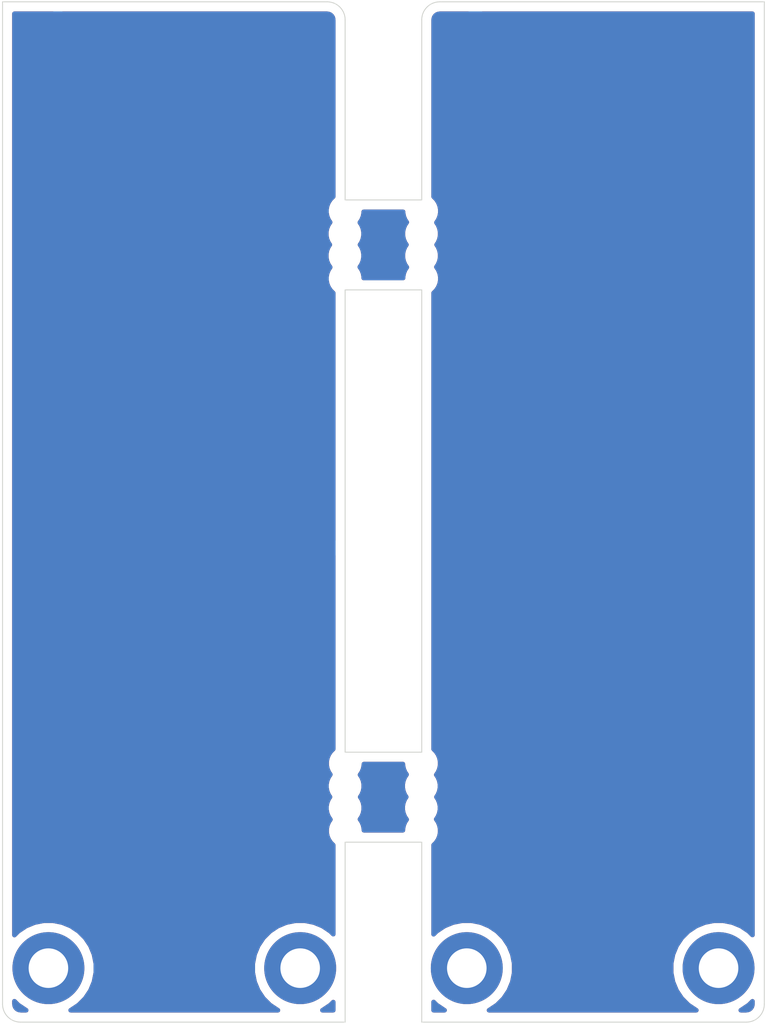
<source format=kicad_pcb>
(kicad_pcb (version 20171130) (host pcbnew "(5.1.5)-3")
  (layers (0 F.Cu signal) (31 B.Cu signal) (34 B.Paste user) (35 F.Paste user) (36 B.SilkS user) (37 F.SilkS user) (38 B.Mask user) (39 F.Mask user) (44 Edge.Cuts user))
  (net 0 "")
  (module keyboard_parts:panelhole (layer F.Cu) (at 227.74 86.39)
    (fp_text reference REF** hide)
    (fp_text value panelhole)
    (pad "" np_thru_hole circle (at 0 0) (size 0.8 0.8) (drill 0.8) (layers *.Cu *.Mask))
  )
  (module keyboard_parts:panelhole (layer F.Cu) (at 227.75 85.13)
    (fp_text reference REF**)
    (fp_text value panelhole)
    (pad "" np_thru_hole circle (at 0 0) (size 0.8 0.8) (drill 0.8) (layers *.Cu *.Mask))
  )
  (module keyboard_parts:panelhole (layer F.Cu) (at 227.74 87.61)
    (fp_text reference REF** hide)
    (fp_text value panelhole)
    (pad "" np_thru_hole circle (at 0 0) (size 0.8 0.8) (drill 0.8) (layers *.Cu *.Mask))
  )
  (module keyboard_parts:panelhole (layer F.Cu) (at 227.75 88.88)
    (fp_text reference REF** hide)
    (fp_text value panelhole)
    (pad "" np_thru_hole circle (at 0 0) (size 0.8 0.8) (drill 0.8) (layers *.Cu *.Mask))
  )
  (module keyboard_parts:panelhole (layer F.Cu) (at 223.48 86.39)
    (fp_text reference REF** hide)
    (fp_text value panelhole)
    (pad "" np_thru_hole circle (at 0 0) (size 0.8 0.8) (drill 0.8) (layers *.Cu *.Mask))
  )
  (module keyboard_parts:panelhole (layer F.Cu) (at 223.49 85.13)
    (fp_text reference REF**)
    (fp_text value panelhole)
    (pad "" np_thru_hole circle (at 0 0) (size 0.8 0.8) (drill 0.8) (layers *.Cu *.Mask))
  )
  (module keyboard_parts:panelhole (layer F.Cu) (at 223.48 87.61)
    (fp_text reference REF** hide)
    (fp_text value panelhole)
    (pad "" np_thru_hole circle (at 0 0) (size 0.8 0.8) (drill 0.8) (layers *.Cu *.Mask))
  )
  (module keyboard_parts:panelhole (layer F.Cu) (at 223.49 88.88)
    (fp_text reference REF** hide)
    (fp_text value panelhole)
    (pad "" np_thru_hole circle (at 0 0) (size 0.8 0.8) (drill 0.8) (layers *.Cu *.Mask))
  )
  (module keyboard_parts:panelhole (layer F.Cu) (at 227.73 117.08)
    (fp_text reference REF** hide)
    (fp_text value panelhole)
    (pad "" np_thru_hole circle (at 0 0) (size 0.8 0.8) (drill 0.8) (layers *.Cu *.Mask))
  )
  (module keyboard_parts:panelhole (layer F.Cu) (at 227.74 115.82)
    (fp_text reference REF**)
    (fp_text value panelhole)
    (pad "" np_thru_hole circle (at 0 0) (size 0.8 0.8) (drill 0.8) (layers *.Cu *.Mask))
  )
  (module keyboard_parts:panelhole (layer F.Cu) (at 227.73 118.3)
    (fp_text reference REF** hide)
    (fp_text value panelhole)
    (pad "" np_thru_hole circle (at 0 0) (size 0.8 0.8) (drill 0.8) (layers *.Cu *.Mask))
  )
  (module keyboard_parts:panelhole (layer F.Cu) (at 227.74 119.57)
    (fp_text reference REF** hide)
    (fp_text value panelhole)
    (pad "" np_thru_hole circle (at 0 0) (size 0.8 0.8) (drill 0.8) (layers *.Cu *.Mask))
  )
  (module keyboard_parts:panelhole (layer F.Cu) (at 223.5 115.82)
    (fp_text reference REF**)
    (fp_text value panelhole)
    (pad "" np_thru_hole circle (at 0 0) (size 0.8 0.8) (drill 0.8) (layers *.Cu *.Mask))
  )
  (module keyboard_parts:panelhole (layer F.Cu) (at 223.49 117.08)
    (fp_text reference REF** hide)
    (fp_text value panelhole)
    (pad "" np_thru_hole circle (at 0 0) (size 0.8 0.8) (drill 0.8) (layers *.Cu *.Mask))
  )
  (module Used_Footprints:Silk_Cover (layer F.Cu) (at 237.26 101.63 90)
    (fp_text reference G*** hide)
    (fp_text value LOGO hide)
    (fp_poly (pts (xy -1.76049 8.124611) (xy -2.551298 8.124611) (xy -2.551298 -8.115196) (xy -1.76049 -8.115196) (xy -1.76049 8.124611)) (layer F.Cu) (width 0.01))
    (fp_poly (pts (xy 24.594503 -7.369697) (xy 24.646993 -7.348761) (xy 24.693026 -7.314782) (xy 24.729585 -7.267581) (xy 24.735597 -7.256331) (xy 24.75622 -7.195969) (xy 24.76084 -7.133223) (xy 24.749993 -7.072196) (xy 24.724212 -7.016997) (xy 24.700505 -6.987021) (xy 24.649758 -6.946989) (xy 24.590572 -6.923703) (xy 24.523361 -6.917288) (xy 24.484478 -6.920794) (xy 24.426322 -6.938175) (xy 24.377226 -6.970058) (xy 24.338707 -7.013696) (xy 24.312284 -7.066336) (xy 24.299473 -7.125232) (xy 24.301793 -7.187632) (xy 24.313039 -7.231379) (xy 24.34087 -7.284961) (xy 24.380358 -7.32657) (xy 24.428485 -7.356026) (xy 24.48223 -7.373151) (xy 24.538576 -7.377768) (xy 24.594503 -7.369697)) (layer F.Cu) (width 0.01))
    (fp_poly (pts (xy 24.722164 -4.697776) (xy 24.336175 -4.697776) (xy 24.336175 -6.561823) (xy 24.722164 -6.561823) (xy 24.722164 -4.697776)) (layer F.Cu) (width 0.01))
    (fp_poly (pts (xy 23.098056 -6.593322) (xy 23.159273 -6.589762) (xy 23.211294 -6.582559) (xy 23.25889 -6.57079) (xy 23.306837 -6.55353) (xy 23.359906 -6.529855) (xy 23.363322 -6.528227) (xy 23.456695 -6.473341) (xy 23.5407 -6.40307) (xy 23.614043 -6.319035) (xy 23.675432 -6.222862) (xy 23.723573 -6.116174) (xy 23.745298 -6.048739) (xy 23.749397 -6.033539) (xy 23.752929 -6.018694) (xy 23.755944 -6.002722) (xy 23.758492 -5.984142) (xy 23.760622 -5.961474) (xy 23.762384 -5.933236) (xy 23.763826 -5.897947) (xy 23.764999 -5.854125) (xy 23.765951 -5.80029) (xy 23.766733 -5.734961) (xy 23.767394 -5.656656) (xy 23.767982 -5.563894) (xy 23.768549 -5.455194) (xy 23.769113 -5.3356) (xy 23.772055 -4.697776) (xy 23.385322 -4.697776) (xy 23.385322 -5.279489) (xy 23.385259 -5.402631) (xy 23.385049 -5.508382) (xy 23.38466 -5.598184) (xy 23.38406 -5.673475) (xy 23.383217 -5.735694) (xy 23.3821 -5.78628) (xy 23.380677 -5.826672) (xy 23.378916 -5.85831) (xy 23.376785 -5.882633) (xy 23.374252 -5.90108) (xy 23.371287 -5.915089) (xy 23.371279 -5.915118) (xy 23.339562 -6.002476) (xy 23.293653 -6.078708) (xy 23.235125 -6.14258) (xy 23.16555 -6.192861) (xy 23.086501 -6.22832) (xy 22.999552 -6.247722) (xy 22.942318 -6.251149) (xy 22.850335 -6.245369) (xy 22.770274 -6.227249) (xy 22.698899 -6.195614) (xy 22.632971 -6.149291) (xy 22.613166 -6.131794) (xy 22.562092 -6.077001) (xy 22.521914 -6.015787) (xy 22.489395 -5.942922) (xy 22.480294 -5.916938) (xy 22.475797 -5.90313) (xy 22.471955 -5.88985) (xy 22.468708 -5.875549) (xy 22.465994 -5.858679) (xy 22.463755 -5.837689) (xy 22.46193 -5.811033) (xy 22.460459 -5.777161) (xy 22.459283 -5.734524) (xy 22.45834 -5.681573) (xy 22.457572 -5.61676) (xy 22.456917 -5.538536) (xy 22.456317 -5.445352) (xy 22.45571 -5.33566) (xy 22.455388 -5.274407) (xy 22.452362 -4.697776) (xy 22.067309 -4.697776) (xy 22.067309 -6.561823) (xy 22.453298 -6.561823) (xy 22.453298 -6.373218) (xy 22.512587 -6.419811) (xy 22.601051 -6.480105) (xy 22.700591 -6.531875) (xy 22.792216 -6.567562) (xy 22.824284 -6.577616) (xy 22.852108 -6.584737) (xy 22.880123 -6.589437) (xy 22.912763 -6.592227) (xy 22.954463 -6.593619) (xy 23.009658 -6.594124) (xy 23.022868 -6.594164) (xy 23.098056 -6.593322)) (layer F.Cu) (width 0.01))
    (fp_poly (pts (xy 15.96679 -5.083765) (xy 17.284803 -5.083765) (xy 17.284803 -4.697776) (xy 15.533728 -4.697776) (xy 15.533728 -7.418532) (xy 15.96679 -7.418532) (xy 15.96679 -5.083765)) (layer F.Cu) (width 0.01))
    (fp_poly (pts (xy 0.339148 -6.75961) (xy 0.416271 -6.662373) (xy 0.490061 -6.569464) (xy 0.559682 -6.481932) (xy 0.624298 -6.40082) (xy 0.68307 -6.327177) (xy 0.735162 -6.262048) (xy 0.779738 -6.20648) (xy 0.81596 -6.161519) (xy 0.842992 -6.128211) (xy 0.859996 -6.107602) (xy 0.866123 -6.100735) (xy 0.87253 -6.107952) (xy 0.88978 -6.128892) (xy 0.917036 -6.162507) (xy 0.95346 -6.20775) (xy 0.998216 -6.263576) (xy 1.050467 -6.328936) (xy 1.109376 -6.402786) (xy 1.174107 -6.484077) (xy 1.243822 -6.571763) (xy 1.317685 -6.664797) (xy 1.392897 -6.759657) (xy 1.914965 -7.418532) (xy 2.287694 -7.418532) (xy 2.287694 -4.697776) (xy 1.864133 -4.697776) (xy 1.861737 -5.688639) (xy 1.85934 -6.679503) (xy 1.366103 -6.062861) (xy 1.290951 -5.968965) (xy 1.219151 -5.879371) (xy 1.151575 -5.795159) (xy 1.089095 -5.717412) (xy 1.032581 -5.647209) (xy 0.982906 -5.585631) (xy 0.940941 -5.53376) (xy 0.907558 -5.492676) (xy 0.883627 -5.46346) (xy 0.870022 -5.447192) (xy 0.867141 -5.444078) (xy 0.860545 -5.450941) (xy 0.843117 -5.471479) (xy 0.815727 -5.504616) (xy 0.779245 -5.549275) (xy 0.73454 -5.604379) (xy 0.682483 -5.668853) (xy 0.623942 -5.741621) (xy 0.559788 -5.821605) (xy 0.49089 -5.90773) (xy 0.418118 -5.99892) (xy 0.371868 -6.056985) (xy -0.11768 -6.672033) (xy -0.120077 -5.684904) (xy -0.122474 -4.697776) (xy -0.555449 -4.697776) (xy -0.555449 -7.418532) (xy -0.18312 -7.418532) (xy 0.339148 -6.75961)) (layer F.Cu) (width 0.01))
    (fp_poly (pts (xy 21.483617 -4.697776) (xy 21.097627 -4.697776) (xy 21.097627 -4.801334) (xy 21.097146 -4.842948) (xy 21.095841 -4.876578) (xy 21.09392 -4.898425) (xy 21.09195 -4.904892) (xy 21.082615 -4.899053) (xy 21.063534 -4.883728) (xy 21.038793 -4.862204) (xy 21.038198 -4.861669) (xy 21.002324 -4.834431) (xy 20.953057 -4.803948) (xy 20.894999 -4.772507) (xy 20.832755 -4.742396) (xy 20.770927 -4.715902) (xy 20.71412 -4.695314) (xy 20.688102 -4.687703) (xy 20.627835 -4.675769) (xy 20.557126 -4.667703) (xy 20.483236 -4.663897) (xy 20.413428 -4.664742) (xy 20.358965 -4.669977) (xy 20.237389 -4.698096) (xy 20.122573 -4.74344) (xy 20.013999 -4.806279) (xy 19.911148 -4.886887) (xy 19.867945 -4.927683) (xy 19.777444 -5.030688) (xy 19.70303 -5.143418) (xy 19.644958 -5.265439) (xy 19.609981 -5.371123) (xy 19.59892 -5.424847) (xy 19.590504 -5.491629) (xy 19.584983 -5.565851) (xy 19.583716 -5.606432) (xy 19.968881 -5.606432) (xy 19.97213 -5.541266) (xy 19.979265 -5.485496) (xy 19.982189 -5.471528) (xy 20.014321 -5.375279) (xy 20.064083 -5.284752) (xy 20.131705 -5.199568) (xy 20.17568 -5.155703) (xy 20.256851 -5.091831) (xy 20.342642 -5.046033) (xy 20.432575 -5.018446) (xy 20.526168 -5.009205) (xy 20.622942 -5.018449) (xy 20.643879 -5.022809) (xy 20.727631 -5.051112) (xy 20.807867 -5.095848) (xy 20.882332 -5.154666) (xy 20.94877 -5.225212) (xy 21.004927 -5.305134) (xy 21.048547 -5.39208) (xy 21.074708 -5.472271) (xy 21.08883 -5.560709) (xy 21.090622 -5.655221) (xy 21.080661 -5.750301) (xy 21.059521 -5.840444) (xy 21.027859 -5.919989) (xy 20.983237 -5.99325) (xy 20.926576 -6.063346) (xy 20.862074 -6.126003) (xy 20.793927 -6.176943) (xy 20.75277 -6.200236) (xy 20.663411 -6.234021) (xy 20.570288 -6.250093) (xy 20.475944 -6.24848) (xy 20.382922 -6.229207) (xy 20.299694 -6.19539) (xy 20.217984 -6.143501) (xy 20.143644 -6.076735) (xy 20.079282 -5.998432) (xy 20.027504 -5.911931) (xy 19.990919 -5.82057) (xy 19.982409 -5.789014) (xy 19.974026 -5.737236) (xy 19.969515 -5.674066) (xy 19.968881 -5.606432) (xy 19.583716 -5.606432) (xy 19.582607 -5.641896) (xy 19.583626 -5.714146) (xy 19.58829 -5.776985) (xy 19.591029 -5.796969) (xy 19.62145 -5.928415) (xy 19.669178 -6.05325) (xy 19.733475 -6.170247) (xy 19.813604 -6.27818) (xy 19.90883 -6.375822) (xy 19.968563 -6.425617) (xy 20.071215 -6.493374) (xy 20.181892 -6.544925) (xy 20.298515 -6.579952) (xy 20.419005 -6.598137) (xy 20.541286 -6.599164) (xy 20.663277 -6.582714) (xy 20.779871 -6.549577) (xy 20.848275 -6.520318) (xy 20.918934 -6.482426) (xy 20.984771 -6.440039) (xy 21.035602 -6.400093) (xy 21.061183 -6.377927) (xy 21.081196 -6.361762) (xy 21.091683 -6.354778) (xy 21.092075 -6.354707) (xy 21.0931 -6.363842) (xy 21.094063 -6.390129) (xy 21.094947 -6.43189) (xy 21.095735 -6.487451) (xy 21.09641 -6.555132) (xy 21.096953 -6.633258) (xy 21.097347 -6.720153) (xy 21.097576 -6.814138) (xy 21.097627 -6.886619) (xy 21.097627 -7.418532) (xy 21.483617 -7.418532) (xy 21.483617 -4.697776)) (layer F.Cu) (width 0.01))
    (fp_poly (pts (xy 18.484894 -6.595251) (xy 18.57651 -6.582495) (xy 18.661972 -6.559748) (xy 18.746824 -6.525796) (xy 18.772275 -6.513598) (xy 18.818282 -6.489838) (xy 18.85465 -6.468031) (xy 18.88709 -6.444007) (xy 18.921316 -6.413599) (xy 18.956631 -6.379067) (xy 18.997738 -6.336513) (xy 19.028295 -6.300817) (xy 19.052212 -6.266782) (xy 19.073403 -6.229212) (xy 19.081278 -6.213491) (xy 19.094569 -6.186508) (xy 19.106105 -6.162676) (xy 19.116015 -6.140509) (xy 19.124431 -6.118518) (xy 19.131481 -6.095217) (xy 19.137297 -6.069116) (xy 19.142007 -6.038729) (xy 19.145743 -6.002568) (xy 19.148635 -5.959145) (xy 19.150812 -5.906973) (xy 19.152405 -5.844563) (xy 19.153543 -5.770429) (xy 19.154358 -5.683082) (xy 19.154978 -5.581034) (xy 19.155535 -5.462799) (xy 19.156005 -5.359136) (xy 19.159096 -4.697776) (xy 18.772275 -4.697776) (xy 18.772275 -4.79192) (xy 18.771842 -4.83144) (xy 18.770675 -4.86279) (xy 18.76897 -4.881986) (xy 18.767616 -4.886063) (xy 18.758613 -4.880568) (xy 18.738878 -4.865983) (xy 18.712236 -4.845162) (xy 18.704785 -4.839189) (xy 18.606773 -4.772129) (xy 18.499143 -4.720472) (xy 18.384238 -4.685082) (xy 18.264401 -4.666818) (xy 18.230948 -4.664915) (xy 18.182839 -4.664041) (xy 18.136307 -4.664708) (xy 18.097837 -4.666752) (xy 18.080098 -4.66876) (xy 17.970071 -4.694894) (xy 17.868913 -4.735915) (xy 17.778103 -4.79078) (xy 17.699118 -4.858442) (xy 17.633437 -4.937857) (xy 17.587686 -5.016905) (xy 17.572261 -5.050836) (xy 17.562171 -5.07917) (xy 17.556024 -5.108212) (xy 17.55243 -5.144266) (xy 17.550289 -5.186481) (xy 17.549357 -5.249331) (xy 17.549467 -5.251001) (xy 17.934395 -5.251001) (xy 17.943199 -5.189091) (xy 17.969301 -5.134125) (xy 18.012237 -5.086801) (xy 18.068677 -5.049303) (xy 18.124961 -5.027758) (xy 18.193283 -5.014353) (xy 18.268504 -5.009516) (xy 18.345485 -5.013674) (xy 18.396849 -5.021992) (xy 18.485198 -5.049649) (xy 18.563663 -5.092509) (xy 18.630739 -5.149413) (xy 18.684927 -5.219199) (xy 18.708918 -5.263128) (xy 18.726571 -5.30394) (xy 18.741949 -5.345888) (xy 18.751957 -5.380462) (xy 18.752504 -5.382995) (xy 18.758316 -5.416598) (xy 18.763415 -5.455986) (xy 18.767485 -5.496929) (xy 18.77021 -5.535199) (xy 18.771277 -5.566567) (xy 18.770368 -5.586805) (xy 18.768087 -5.592142) (xy 18.751541 -5.590546) (xy 18.719435 -5.586066) (xy 18.674443 -5.579163) (xy 18.619238 -5.5703) (xy 18.556495 -5.559937) (xy 18.488886 -5.548537) (xy 18.419086 -5.536561) (xy 18.349767 -5.524471) (xy 18.283603 -5.512727) (xy 18.223268 -5.501793) (xy 18.171436 -5.49213) (xy 18.130779 -5.484198) (xy 18.103972 -5.478461) (xy 18.09444 -5.475824) (xy 18.032365 -5.440894) (xy 17.984497 -5.395307) (xy 17.951975 -5.340666) (xy 17.93594 -5.278571) (xy 17.934395 -5.251001) (xy 17.549467 -5.251001) (xy 17.552701 -5.299895) (xy 17.56075 -5.34432) (xy 17.561533 -5.347486) (xy 17.594676 -5.441454) (xy 17.644159 -5.527934) (xy 17.708151 -5.604358) (xy 17.784818 -5.668161) (xy 17.795809 -5.675518) (xy 17.826997 -5.694841) (xy 17.858492 -5.711861) (xy 17.89233 -5.727136) (xy 17.930547 -5.741229) (xy 17.975182 -5.754698) (xy 18.028271 -5.768106) (xy 18.09185 -5.782011) (xy 18.167957 -5.796974) (xy 18.258629 -5.813557) (xy 18.365359 -5.832225) (xy 18.445792 -5.846116) (xy 18.52122 -5.859192) (xy 18.589433 -5.871064) (xy 18.648218 -5.881347) (xy 18.695364 -5.889653) (xy 18.728661 -5.895595) (xy 18.745897 -5.898787) (xy 18.746836 -5.898978) (xy 18.762633 -5.903518) (xy 18.769431 -5.912016) (xy 18.769548 -5.930068) (xy 18.767298 -5.948382) (xy 18.75185 -6.008086) (xy 18.723292 -6.068774) (xy 18.685469 -6.123243) (xy 18.659298 -6.150514) (xy 18.601511 -6.194777) (xy 18.540291 -6.225264) (xy 18.471607 -6.243381) (xy 18.391427 -6.250537) (xy 18.372164 -6.250779) (xy 18.266878 -6.242451) (xy 18.169656 -6.217126) (xy 18.080231 -6.174695) (xy 17.998335 -6.115045) (xy 17.961917 -6.080569) (xy 17.890588 -6.007558) (xy 17.766665 -6.131737) (xy 17.642741 -6.255916) (xy 17.677949 -6.294741) (xy 17.772954 -6.385874) (xy 17.878149 -6.461433) (xy 17.992529 -6.520985) (xy 18.115087 -6.564092) (xy 18.244817 -6.59032) (xy 18.380714 -6.599233) (xy 18.381579 -6.599233) (xy 18.484894 -6.595251)) (layer F.Cu) (width 0.01))
    (fp_poly (pts (xy 10.706427 -6.88584) (xy 10.708858 -6.353148) (xy 10.76167 -6.399364) (xy 10.812955 -6.437975) (xy 10.878139 -6.477296) (xy 10.952561 -6.514872) (xy 11.03156 -6.548248) (xy 11.072212 -6.562896) (xy 11.115318 -6.576566) (xy 11.152903 -6.585812) (xy 11.191541 -6.59173) (xy 11.237809 -6.595415) (xy 11.278428 -6.59726) (xy 11.406005 -6.594279) (xy 11.525059 -6.57502) (xy 11.636973 -6.53896) (xy 11.743125 -6.485576) (xy 11.844896 -6.414346) (xy 11.909539 -6.358052) (xy 12.003493 -6.258277) (xy 12.080078 -6.151558) (xy 12.139571 -6.037286) (xy 12.182249 -5.91485) (xy 12.208388 -5.783641) (xy 12.217244 -5.680592) (xy 12.215295 -5.538815) (xy 12.196952 -5.406059) (xy 12.161956 -5.28164) (xy 12.110048 -5.164874) (xy 12.040968 -5.055077) (xy 11.954456 -4.951564) (xy 11.932324 -4.928832) (xy 11.834918 -4.841886) (xy 11.734116 -4.773008) (xy 11.628437 -4.721533) (xy 11.516404 -4.686797) (xy 11.396536 -4.668138) (xy 11.344329 -4.664964) (xy 11.295488 -4.664087) (xy 11.248419 -4.664715) (xy 11.209319 -4.666688) (xy 11.188991 -4.668948) (xy 11.118285 -4.683437) (xy 11.047877 -4.702763) (xy 10.985986 -4.724596) (xy 10.972625 -4.730254) (xy 10.932633 -4.750154) (xy 10.886738 -4.776426) (xy 10.839826 -4.805911) (xy 10.796787 -4.835447) (xy 10.76251 -4.861875) (xy 10.747071 -4.87607) (xy 10.728318 -4.893917) (xy 10.71448 -4.904033) (xy 10.711804 -4.904892) (xy 10.708729 -4.896112) (xy 10.706243 -4.872306) (xy 10.704629 -4.837272) (xy 10.704151 -4.801334) (xy 10.704151 -4.697776) (xy 10.318161 -4.697776) (xy 10.318161 -5.624256) (xy 10.705107 -5.624256) (xy 10.714935 -5.518789) (xy 10.741758 -5.416804) (xy 10.785092 -5.320378) (xy 10.844453 -5.231586) (xy 10.892348 -5.178) (xy 10.955763 -5.122583) (xy 11.025377 -5.075642) (xy 11.096413 -5.039974) (xy 11.16409 -5.018378) (xy 11.165456 -5.018093) (xy 11.214593 -5.01235) (xy 11.273928 -5.011961) (xy 11.336019 -5.01643) (xy 11.39343 -5.025261) (xy 11.433359 -5.035957) (xy 11.515729 -5.074397) (xy 11.594287 -5.128689) (xy 11.665942 -5.195871) (xy 11.727599 -5.27298) (xy 11.776167 -5.357052) (xy 11.782123 -5.370059) (xy 11.809884 -5.451404) (xy 11.827013 -5.542734) (xy 11.832961 -5.638135) (xy 11.827179 -5.73169) (xy 11.819761 -5.775722) (xy 11.792847 -5.864001) (xy 11.750975 -5.948884) (xy 11.696482 -6.027918) (xy 11.631707 -6.098645) (xy 11.55899 -6.158613) (xy 11.480668 -6.205365) (xy 11.39908 -6.236446) (xy 11.375502 -6.242103) (xy 11.317751 -6.249041) (xy 11.251389 -6.249097) (xy 11.184287 -6.242788) (xy 11.124314 -6.230629) (xy 11.104262 -6.224308) (xy 11.019725 -6.184404) (xy 10.94046 -6.128594) (xy 10.869048 -6.05961) (xy 10.808072 -5.980179) (xy 10.760112 -5.893033) (xy 10.738379 -5.837336) (xy 10.71276 -5.73113) (xy 10.705107 -5.624256) (xy 10.318161 -5.624256) (xy 10.318161 -7.418532) (xy 10.703995 -7.418532) (xy 10.706427 -6.88584)) (layer F.Cu) (width 0.01))
    (fp_poly (pts (xy 8.254068 -6.5927) (xy 8.322152 -6.589069) (xy 8.380382 -6.581925) (xy 8.433205 -6.570372) (xy 8.485069 -6.553516) (xy 8.540421 -6.530461) (xy 8.581208 -6.511328) (xy 8.692789 -6.447373) (xy 8.791597 -6.37024) (xy 8.876947 -6.281183) (xy 8.948155 -6.181458) (xy 9.004536 -6.072322) (xy 9.045407 -5.95503) (xy 9.070084 -5.830837) (xy 9.077881 -5.701001) (xy 9.073046 -5.608617) (xy 9.06225 -5.497998) (xy 7.604413 -5.497998) (xy 7.610423 -5.457987) (xy 7.622575 -5.412671) (xy 7.645266 -5.359322) (xy 7.675675 -5.30317) (xy 7.710976 -5.249447) (xy 7.747114 -5.204722) (xy 7.825337 -5.132562) (xy 7.912003 -5.07658) (xy 8.005435 -5.037078) (xy 8.10396 -5.014354) (xy 8.2059 -5.00871) (xy 8.30958 -5.020445) (xy 8.413325 -5.04986) (xy 8.472268 -5.074853) (xy 8.562498 -5.123759) (xy 8.638934 -5.177329) (xy 8.699344 -5.233945) (xy 8.711313 -5.247933) (xy 8.752602 -5.298619) (xy 8.877483 -5.173481) (xy 9.002364 -5.048342) (xy 8.980131 -5.018271) (xy 8.957807 -4.993232) (xy 8.92351 -4.960972) (xy 8.881019 -4.924591) (xy 8.834108 -4.887187) (xy 8.786555 -4.851858) (xy 8.742137 -4.821705) (xy 8.735397 -4.817458) (xy 8.620858 -4.756835) (xy 8.496488 -4.710583) (xy 8.365732 -4.67972) (xy 8.232035 -4.665264) (xy 8.218754 -4.664764) (xy 8.167106 -4.664027) (xy 8.116268 -4.664816) (xy 8.072476 -4.666949) (xy 8.044588 -4.669815) (xy 8.007958 -4.676981) (xy 7.962284 -4.688027) (xy 7.916358 -4.700797) (xy 7.908155 -4.703294) (xy 7.808653 -4.739747) (xy 7.718 -4.785614) (xy 7.631913 -4.843516) (xy 7.546107 -4.916078) (xy 7.519731 -4.941145) (xy 7.427277 -5.041749) (xy 7.35262 -5.146878) (xy 7.295278 -5.257754) (xy 7.254768 -5.375599) (xy 7.23061 -5.501637) (xy 7.222321 -5.637088) (xy 7.223292 -5.692908) (xy 7.229318 -5.784179) (xy 7.23779 -5.842278) (xy 7.625648 -5.842278) (xy 7.627105 -5.839121) (xy 7.632412 -5.836443) (xy 7.642974 -5.834205) (xy 7.660197 -5.832369) (xy 7.685483 -5.830896) (xy 7.72024 -5.829747) (xy 7.765871 -5.828884) (xy 7.82378 -5.828268) (xy 7.895374 -5.827861) (xy 7.982057 -5.827624) (xy 8.085233 -5.827518) (xy 8.163316 -5.827502) (xy 8.700983 -5.827502) (xy 8.694415 -5.862805) (xy 8.673752 -5.932505) (xy 8.638694 -6.004254) (xy 8.592256 -6.072935) (xy 8.537452 -6.133428) (xy 8.532039 -6.138454) (xy 8.458684 -6.194463) (xy 8.377907 -6.234595) (xy 8.288103 -6.259425) (xy 8.187666 -6.269533) (xy 8.1666 -6.269838) (xy 8.062234 -6.261867) (xy 7.967208 -6.237557) (xy 7.881403 -6.19685) (xy 7.8047 -6.139687) (xy 7.736979 -6.06601) (xy 7.728807 -6.055188) (xy 7.705193 -6.019814) (xy 7.681228 -5.97821) (xy 7.659107 -5.934906) (xy 7.641026 -5.894432) (xy 7.629178 -5.861318) (xy 7.625648 -5.842278) (xy 7.23779 -5.842278) (xy 7.24082 -5.863053) (xy 7.259201 -5.935514) (xy 7.285861 -6.007546) (xy 7.308864 -6.058154) (xy 7.373682 -6.17158) (xy 7.453282 -6.275266) (xy 7.545762 -6.367616) (xy 7.649221 -6.447034) (xy 7.761758 -6.511923) (xy 7.881472 -6.560689) (xy 7.922201 -6.572964) (xy 7.952368 -6.580622) (xy 7.98142 -6.586165) (xy 8.013271 -6.58992) (xy 8.051834 -6.592212) (xy 8.101022 -6.593367) (xy 8.16475 -6.593709) (xy 8.171682 -6.593711) (xy 8.254068 -6.5927)) (layer F.Cu) (width 0.01))
    (fp_poly (pts (xy 6.750111 -4.697776) (xy 6.364121 -4.697776) (xy 6.364121 -4.801334) (xy 6.36364 -4.842948) (xy 6.362335 -4.876578) (xy 6.360414 -4.898425) (xy 6.358444 -4.904892) (xy 6.349109 -4.899053) (xy 6.330027 -4.883728) (xy 6.305287 -4.862204) (xy 6.304692 -4.861669) (xy 6.268818 -4.834431) (xy 6.21955 -4.803948) (xy 6.161493 -4.772507) (xy 6.099248 -4.742396) (xy 6.037421 -4.715902) (xy 5.980614 -4.695314) (xy 5.954596 -4.687703) (xy 5.894329 -4.675769) (xy 5.82362 -4.667703) (xy 5.74973 -4.663897) (xy 5.679922 -4.664742) (xy 5.625459 -4.669977) (xy 5.503883 -4.698096) (xy 5.389067 -4.74344) (xy 5.280492 -4.806279) (xy 5.177642 -4.886887) (xy 5.134439 -4.927683) (xy 5.043938 -5.030688) (xy 4.969524 -5.143418) (xy 4.911452 -5.265439) (xy 4.876475 -5.371123) (xy 4.865414 -5.424847) (xy 4.856998 -5.491629) (xy 4.851477 -5.565851) (xy 4.85021 -5.606432) (xy 5.235375 -5.606432) (xy 5.238623 -5.541266) (xy 5.245759 -5.485496) (xy 5.248682 -5.471528) (xy 5.280815 -5.375279) (xy 5.330577 -5.284752) (xy 5.398199 -5.199568) (xy 5.442174 -5.155703) (xy 5.523344 -5.091831) (xy 5.609136 -5.046033) (xy 5.699069 -5.018446) (xy 5.792662 -5.009205) (xy 5.889435 -5.018449) (xy 5.910372 -5.022809) (xy 5.994125 -5.051112) (xy 6.074361 -5.095848) (xy 6.148825 -5.154666) (xy 6.215264 -5.225212) (xy 6.271421 -5.305134) (xy 6.315041 -5.39208) (xy 6.341202 -5.472271) (xy 6.355324 -5.560709) (xy 6.357116 -5.655221) (xy 6.347154 -5.750301) (xy 6.326015 -5.840444) (xy 6.294353 -5.919989) (xy 6.249731 -5.99325) (xy 6.19307 -6.063346) (xy 6.128568 -6.126003) (xy 6.060421 -6.176943) (xy 6.019263 -6.200236) (xy 5.929905 -6.234021) (xy 5.836781 -6.250093) (xy 5.742437 -6.24848) (xy 5.649416 -6.229207) (xy 5.566187 -6.19539) (xy 5.484477 -6.143501) (xy 5.410138 -6.076735) (xy 5.345775 -5.998432) (xy 5.293998 -5.911931) (xy 5.257413 -5.82057) (xy 5.248902 -5.789014) (xy 5.240519 -5.737236) (xy 5.236009 -5.674066) (xy 5.235375 -5.606432) (xy 4.85021 -5.606432) (xy 4.849101 -5.641896) (xy 4.85012 -5.714146) (xy 4.854784 -5.776985) (xy 4.857522 -5.796969) (xy 4.887944 -5.928415) (xy 4.935672 -6.05325) (xy 4.999968 -6.170247) (xy 5.080098 -6.27818) (xy 5.175323 -6.375822) (xy 5.235056 -6.425617) (xy 5.337708 -6.493374) (xy 5.448385 -6.544925) (xy 5.565008 -6.579952) (xy 5.685499 -6.598137) (xy 5.807779 -6.599164) (xy 5.92977 -6.582714) (xy 6.046365 -6.549577) (xy 6.114769 -6.520318) (xy 6.185428 -6.482426) (xy 6.251265 -6.440039) (xy 6.302095 -6.400093) (xy 6.327677 -6.377927) (xy 6.347689 -6.361762) (xy 6.358177 -6.354778) (xy 6.358569 -6.354707) (xy 6.359593 -6.363842) (xy 6.360556 -6.390129) (xy 6.361441 -6.43189) (xy 6.362229 -6.487451) (xy 6.362903 -6.555132) (xy 6.363446 -6.633258) (xy 6.363841 -6.720153) (xy 6.364069 -6.814138) (xy 6.364121 -6.886619) (xy 6.364121 -7.418532) (xy 6.750111 -7.418532) (xy 6.750111 -4.697776)) (layer F.Cu) (width 0.01))
    (fp_poly (pts (xy 3.751388 -6.595251) (xy 3.843004 -6.582495) (xy 3.928465 -6.559748) (xy 4.013318 -6.525796) (xy 4.038769 -6.513598) (xy 4.084776 -6.489838) (xy 4.121143 -6.468031) (xy 4.153584 -6.444007) (xy 4.18781 -6.413599) (xy 4.223124 -6.379067) (xy 4.264232 -6.336513) (xy 4.294789 -6.300817) (xy 4.318706 -6.266782) (xy 4.339896 -6.229212) (xy 4.347771 -6.213491) (xy 4.361063 -6.186508) (xy 4.372599 -6.162676) (xy 4.382509 -6.140509) (xy 4.390925 -6.118518) (xy 4.397975 -6.095217) (xy 4.40379 -6.069116) (xy 4.408501 -6.038729) (xy 4.412237 -6.002568) (xy 4.415129 -5.959145) (xy 4.417306 -5.906973) (xy 4.418898 -5.844563) (xy 4.420037 -5.770429) (xy 4.420852 -5.683082) (xy 4.421472 -5.581034) (xy 4.422029 -5.462799) (xy 4.422499 -5.359136) (xy 4.425589 -4.697776) (xy 4.038769 -4.697776) (xy 4.038769 -4.79192) (xy 4.038336 -4.83144) (xy 4.037168 -4.86279) (xy 4.035463 -4.881986) (xy 4.034109 -4.886063) (xy 4.025107 -4.880568) (xy 4.005372 -4.865983) (xy 3.978729 -4.845162) (xy 3.971279 -4.839189) (xy 3.873267 -4.772129) (xy 3.765637 -4.720472) (xy 3.650732 -4.685082) (xy 3.530895 -4.666818) (xy 3.497442 -4.664915) (xy 3.449332 -4.664041) (xy 3.402801 -4.664708) (xy 3.364331 -4.666752) (xy 3.346591 -4.66876) (xy 3.236564 -4.694894) (xy 3.135407 -4.735915) (xy 3.044596 -4.79078) (xy 2.965612 -4.858442) (xy 2.89993 -4.937857) (xy 2.854179 -5.016905) (xy 2.838755 -5.050836) (xy 2.828665 -5.07917) (xy 2.822518 -5.108212) (xy 2.818924 -5.144266) (xy 2.816782 -5.186481) (xy 2.81585 -5.249331) (xy 2.81596 -5.251001) (xy 3.200889 -5.251001) (xy 3.209693 -5.189091) (xy 3.235794 -5.134125) (xy 3.27873 -5.086801) (xy 3.335171 -5.049303) (xy 3.391455 -5.027758) (xy 3.459776 -5.014353) (xy 3.534997 -5.009516) (xy 3.611979 -5.013674) (xy 3.663342 -5.021992) (xy 3.751692 -5.049649) (xy 3.830156 -5.092509) (xy 3.897233 -5.149413) (xy 3.951421 -5.219199) (xy 3.975412 -5.263128) (xy 3.993065 -5.30394) (xy 4.008442 -5.345888) (xy 4.01845 -5.380462) (xy 4.018997 -5.382995) (xy 4.02481 -5.416598) (xy 4.029909 -5.455986) (xy 4.033979 -5.496929) (xy 4.036704 -5.535199) (xy 4.03777 -5.566567) (xy 4.036862 -5.586805) (xy 4.034581 -5.592142) (xy 4.018034 -5.590546) (xy 3.985928 -5.586066) (xy 3.940936 -5.579163) (xy 3.885732 -5.5703) (xy 3.822989 -5.559937) (xy 3.75538 -5.548537) (xy 3.685579 -5.536561) (xy 3.61626 -5.524471) (xy 3.550097 -5.512727) (xy 3.489762 -5.501793) (xy 3.437929 -5.49213) (xy 3.397273 -5.484198) (xy 3.370465 -5.478461) (xy 3.360934 -5.475824) (xy 3.298859 -5.440894) (xy 3.25099 -5.395307) (xy 3.218468 -5.340666) (xy 3.202433 -5.278571) (xy 3.200889 -5.251001) (xy 2.81596 -5.251001) (xy 2.819195 -5.299895) (xy 2.827244 -5.34432) (xy 2.828027 -5.347486) (xy 2.861169 -5.441454) (xy 2.910653 -5.527934) (xy 2.974645 -5.604358) (xy 3.051311 -5.668161) (xy 3.062303 -5.675518) (xy 3.093491 -5.694841) (xy 3.124986 -5.711861) (xy 3.158823 -5.727136) (xy 3.197041 -5.741229) (xy 3.241676 -5.754698) (xy 3.294764 -5.768106) (xy 3.358344 -5.782011) (xy 3.434451 -5.796974) (xy 3.525122 -5.813557) (xy 3.631852 -5.832225) (xy 3.712286 -5.846116) (xy 3.787714 -5.859192) (xy 3.855926 -5.871064) (xy 3.914711 -5.881347) (xy 3.961858 -5.889653) (xy 3.995155 -5.895595) (xy 4.012391 -5.898787) (xy 4.013329 -5.898978) (xy 4.029127 -5.903518) (xy 4.035925 -5.912016) (xy 4.036041 -5.930068) (xy 4.033792 -5.948382) (xy 4.018344 -6.008086) (xy 3.989785 -6.068774) (xy 3.951963 -6.123243) (xy 3.925791 -6.150514) (xy 3.868004 -6.194777) (xy 3.806785 -6.225264) (xy 3.738101 -6.243381) (xy 3.657921 -6.250537) (xy 3.638658 -6.250779) (xy 3.533371 -6.242451) (xy 3.436149 -6.217126) (xy 3.346724 -6.174695) (xy 3.264829 -6.115045) (xy 3.228411 -6.080569) (xy 3.157082 -6.007558) (xy 3.033158 -6.131737) (xy 2.909235 -6.255916) (xy 2.944443 -6.294741) (xy 3.039447 -6.385874) (xy 3.144643 -6.461433) (xy 3.259022 -6.520985) (xy 3.381581 -6.564092) (xy 3.511311 -6.59032) (xy 3.647208 -6.599233) (xy 3.648072 -6.599233) (xy 3.751388 -6.595251)) (layer F.Cu) (width 0.01))
    (fp_poly (pts (xy 26.811195 -6.561674) (xy 26.863589 -6.561258) (xy 26.906349 -6.560619) (xy 26.936751 -6.559803) (xy 26.952072 -6.558856) (xy 26.953372 -6.558475) (xy 26.949868 -6.548241) (xy 26.939703 -6.521876) (xy 26.9234 -6.480656) (xy 26.901481 -6.425854) (xy 26.874467 -6.358746) (xy 26.842881 -6.280605) (xy 26.807245 -6.192707) (xy 26.768081 -6.096325) (xy 26.725911 -5.992736) (xy 26.681257 -5.883212) (xy 26.634642 -5.769029) (xy 26.586586 -5.651461) (xy 26.537613 -5.531783) (xy 26.488245 -5.41127) (xy 26.439003 -5.291195) (xy 26.390409 -5.172834) (xy 26.342987 -5.057461) (xy 26.297257 -4.946351) (xy 26.253742 -4.840777) (xy 26.212964 -4.742016) (xy 26.175444 -4.651341) (xy 26.141706 -4.570027) (xy 26.112271 -4.499348) (xy 26.087662 -4.440579) (xy 26.068399 -4.394995) (xy 26.055006 -4.36387) (xy 26.048738 -4.349965) (xy 25.991193 -4.238417) (xy 25.933838 -4.144475) (xy 25.875428 -4.066971) (xy 25.814713 -4.004736) (xy 25.750446 -3.956604) (xy 25.681379 -3.921406) (xy 25.606265 -3.897973) (xy 25.556081 -3.888838) (xy 25.521347 -3.884146) (xy 25.494924 -3.881405) (xy 25.471149 -3.880602) (xy 25.444361 -3.881723) (xy 25.408899 -3.884758) (xy 25.371756 -3.888426) (xy 25.329387 -3.893668) (xy 25.287432 -3.900483) (xy 25.25643 -3.907056) (xy 25.211712 -3.918617) (xy 25.211712 -4.092673) (xy 25.211898 -4.154624) (xy 25.21258 -4.200031) (xy 25.213943 -4.231178) (xy 25.21617 -4.250348) (xy 25.219446 -4.259824) (xy 25.223955 -4.26189) (xy 25.225351 -4.261495) (xy 25.240673 -4.25717) (xy 25.268921 -4.250447) (xy 25.304564 -4.242629) (xy 25.312434 -4.240978) (xy 25.383577 -4.231079) (xy 25.446104 -4.233995) (xy 25.505748 -4.250348) (xy 25.540231 -4.265709) (xy 25.580659 -4.28908) (xy 25.616135 -4.317338) (xy 25.648376 -4.352873) (xy 25.679103 -4.398078) (xy 25.710032 -4.455346) (xy 25.742884 -4.527066) (xy 25.763704 -4.57674) (xy 25.812824 -4.69686) (xy 25.447552 -5.594038) (xy 25.396922 -5.718385) (xy 25.348087 -5.838303) (xy 25.30154 -5.95258) (xy 25.257777 -6.060004) (xy 25.217291 -6.159361) (xy 25.180577 -6.249442) (xy 25.148127 -6.329032) (xy 25.120437 -6.396921) (xy 25.098001 -6.451896) (xy 25.081312 -6.492746) (xy 25.070865 -6.518257) (xy 25.067455 -6.526519) (xy 25.052628 -6.561823) (xy 25.256911 -6.561693) (xy 25.461193 -6.561563) (xy 25.728506 -5.890918) (xy 25.771128 -5.784096) (xy 25.81181 -5.682343) (xy 25.850006 -5.587015) (xy 25.885169 -5.49947) (xy 25.91675 -5.421063) (xy 25.944202 -5.353152) (xy 25.966977 -5.297093) (xy 25.984529 -5.254242) (xy 25.996309 -5.225958) (xy 26.00177 -5.213596) (xy 26.002022 -5.213185) (xy 26.006405 -5.220574) (xy 26.017192 -5.244151) (xy 26.033841 -5.282603) (xy 26.05581 -5.334618) (xy 26.082555 -5.398883) (xy 26.113535 -5.474086) (xy 26.148206 -5.558915) (xy 26.186026 -5.652057) (xy 26.226452 -5.752199) (xy 26.268943 -5.858029) (xy 26.27932 -5.88396) (xy 26.550414 -6.561823) (xy 26.751893 -6.561823) (xy 26.811195 -6.561674)) (layer F.Cu) (width 0.01))
    (fp_poly (pts (xy 14.177096 -6.561674) (xy 14.229489 -6.561258) (xy 14.272249 -6.560619) (xy 14.302652 -6.559803) (xy 14.317972 -6.558856) (xy 14.319273 -6.558475) (xy 14.315769 -6.548241) (xy 14.305604 -6.521876) (xy 14.289301 -6.480656) (xy 14.267381 -6.425854) (xy 14.240368 -6.358746) (xy 14.208782 -6.280605) (xy 14.173146 -6.192707) (xy 14.133982 -6.096325) (xy 14.091812 -5.992736) (xy 14.047158 -5.883212) (xy 14.000542 -5.769029) (xy 13.952487 -5.651461) (xy 13.903514 -5.531783) (xy 13.854145 -5.41127) (xy 13.804903 -5.291195) (xy 13.75631 -5.172834) (xy 13.708887 -5.057461) (xy 13.663157 -4.946351) (xy 13.619642 -4.840777) (xy 13.578864 -4.742016) (xy 13.541345 -4.651341) (xy 13.507607 -4.570027) (xy 13.478172 -4.499348) (xy 13.453562 -4.440579) (xy 13.4343 -4.394995) (xy 13.420907 -4.36387) (xy 13.414639 -4.349965) (xy 13.357093 -4.238417) (xy 13.299739 -4.144475) (xy 13.241328 -4.066971) (xy 13.180614 -4.004736) (xy 13.116347 -3.956604) (xy 13.04728 -3.921406) (xy 12.972165 -3.897973) (xy 12.921982 -3.888838) (xy 12.887248 -3.884146) (xy 12.860824 -3.881405) (xy 12.837049 -3.880602) (xy 12.810262 -3.881723) (xy 12.774799 -3.884758) (xy 12.737657 -3.888426) (xy 12.695288 -3.893668) (xy 12.653333 -3.900483) (xy 12.622331 -3.907056) (xy 12.577613 -3.918617) (xy 12.577613 -4.092673) (xy 12.577799 -4.154624) (xy 12.578481 -4.200031) (xy 12.579843 -4.231178) (xy 12.58207 -4.250348) (xy 12.585346 -4.259824) (xy 12.589856 -4.26189) (xy 12.591252 -4.261495) (xy 12.606573 -4.25717) (xy 12.634822 -4.250447) (xy 12.670465 -4.242629) (xy 12.678335 -4.240978) (xy 12.749477 -4.231079) (xy 12.812004 -4.233995) (xy 12.871649 -4.250348) (xy 12.906132 -4.265709) (xy 12.94656 -4.28908) (xy 12.982035 -4.317338) (xy 13.014277 -4.352873) (xy 13.045003 -4.398078) (xy 13.075933 -4.455346) (xy 13.108784 -4.527066) (xy 13.129605 -4.57674) (xy 13.178724 -4.69686) (xy 12.813453 -5.594038) (xy 12.762823 -5.718385) (xy 12.713987 -5.838303) (xy 12.667441 -5.95258) (xy 12.623678 -6.060004) (xy 12.583192 -6.159361) (xy 12.546477 -6.249442) (xy 12.514028 -6.329032) (xy 12.486338 -6.396921) (xy 12.463902 -6.451896) (xy 12.447213 -6.492746) (xy 12.436765 -6.518257) (xy 12.433355 -6.526519) (xy 12.418529 -6.561823) (xy 12.622811 -6.561693) (xy 12.827094 -6.561563) (xy 13.094407 -5.890918) (xy 13.137028 -5.784096) (xy 13.177711 -5.682343) (xy 13.215907 -5.587015) (xy 13.251069 -5.49947) (xy 13.28265 -5.421063) (xy 13.310102 -5.353152) (xy 13.332878 -5.297093) (xy 13.35043 -5.254242) (xy 13.36221 -5.225958) (xy 13.367671 -5.213596) (xy 13.367923 -5.213185) (xy 13.372306 -5.220574) (xy 13.383093 -5.244151) (xy 13.399742 -5.282603) (xy 13.42171 -5.334618) (xy 13.448456 -5.398883) (xy 13.479435 -5.474086) (xy 13.514106 -5.558915) (xy 13.551926 -5.652057) (xy 13.592353 -5.752199) (xy 13.634843 -5.858029) (xy 13.64522 -5.88396) (xy 13.916315 -6.561823) (xy 14.117794 -6.561823) (xy 14.177096 -6.561674)) (layer F.Cu) (width 0.01))
    (fp_poly (pts (xy -16.447575 -3.600494) (xy -16.354264 -3.581663) (xy -16.268461 -3.547008) (xy -16.191773 -3.497546) (xy -16.125811 -3.434292) (xy -16.072184 -3.358263) (xy -16.035803 -3.279775) (xy -16.016613 -3.207819) (xy -16.00688 -3.127224) (xy -16.007066 -3.045891) (xy -16.017633 -2.971723) (xy -16.017754 -2.971207) (xy -16.047855 -2.882698) (xy -16.093512 -2.802238) (xy -16.152727 -2.731846) (xy -16.223501 -2.673537) (xy -16.303838 -2.629331) (xy -16.3819 -2.603451) (xy -16.436167 -2.594701) (xy -16.499212 -2.59072) (xy -16.56235 -2.591684) (xy -16.616893 -2.59777) (xy -16.62109 -2.598576) (xy -16.706131 -2.624226) (xy -16.785784 -2.664786) (xy -16.857206 -2.717927) (xy -16.917551 -2.781322) (xy -16.963974 -2.852644) (xy -16.982491 -2.89427) (xy -17.010014 -2.991494) (xy -17.020273 -3.087039) (xy -17.014266 -3.179283) (xy -16.992991 -3.266605) (xy -16.957446 -3.34738) (xy -16.908629 -3.419989) (xy -16.847539 -3.482807) (xy -16.775173 -3.534213) (xy -16.69253 -3.572584) (xy -16.600607 -3.596298) (xy -16.546783 -3.602484) (xy -16.447575 -3.600494)) (layer F.Cu) (width 0.01))
    (fp_poly (pts (xy 16.884125 -1.721069) (xy 16.936615 -1.700133) (xy 16.982648 -1.666153) (xy 17.019207 -1.618952) (xy 17.025219 -1.607702) (xy 17.045842 -1.547341) (xy 17.050462 -1.484594) (xy 17.039615 -1.423568) (xy 17.013834 -1.368368) (xy 16.990127 -1.338392) (xy 16.93938 -1.298361) (xy 16.880194 -1.275074) (xy 16.812983 -1.268659) (xy 16.7741 -1.272165) (xy 16.715944 -1.289546) (xy 16.666848 -1.32143) (xy 16.628329 -1.365067) (xy 16.601906 -1.417708) (xy 16.589095 -1.476603) (xy 16.591415 -1.539003) (xy 16.602661 -1.582751) (xy 16.630492 -1.636333) (xy 16.66998 -1.677941) (xy 16.718106 -1.707397) (xy 16.771852 -1.724522) (xy 16.828198 -1.729139) (xy 16.884125 -1.721069)) (layer F.Cu) (width 0.01))
    (fp_poly (pts (xy 17.011786 0.950853) (xy 16.625797 0.950853) (xy 16.625797 -0.913195) (xy 17.011786 -0.913195) (xy 17.011786 0.950853)) (layer F.Cu) (width 0.01))
    (fp_poly (pts (xy 15.387678 -0.944693) (xy 15.448895 -0.941133) (xy 15.500915 -0.933931) (xy 15.548512 -0.922162) (xy 15.596459 -0.904902) (xy 15.649528 -0.881226) (xy 15.652944 -0.879599) (xy 15.746316 -0.824713) (xy 15.830322 -0.754441) (xy 15.903665 -0.670407) (xy 15.965054 -0.574234) (xy 16.013195 -0.467546) (xy 16.03492 -0.400111) (xy 16.039019 -0.384911) (xy 16.042551 -0.370065) (xy 16.045566 -0.354093) (xy 16.048114 -0.335514) (xy 16.050244 -0.312845) (xy 16.052006 -0.284607) (xy 16.053448 -0.249318) (xy 16.054621 -0.205496) (xy 16.055573 -0.151662) (xy 16.056355 -0.086332) (xy 16.057016 -0.008027) (xy 16.057604 0.084735) (xy 16.058171 0.193435) (xy 16.058734 0.313029) (xy 16.061677 0.950853) (xy 15.674944 0.950853) (xy 15.674944 0.369139) (xy 15.674881 0.245998) (xy 15.674671 0.140246) (xy 15.674282 0.050444) (xy 15.673682 -0.024846) (xy 15.672839 -0.087065) (xy 15.671722 -0.137651) (xy 15.670299 -0.178044) (xy 15.668538 -0.209682) (xy 15.666407 -0.234004) (xy 15.663874 -0.252451) (xy 15.660909 -0.26646) (xy 15.660901 -0.26649) (xy 15.629184 -0.353848) (xy 15.583275 -0.430079) (xy 15.524747 -0.493951) (xy 15.455172 -0.544233) (xy 15.376123 -0.579691) (xy 15.289174 -0.599094) (xy 15.23194 -0.60252) (xy 15.139957 -0.596741) (xy 15.059896 -0.578621) (xy 14.988521 -0.546986) (xy 14.922593 -0.500662) (xy 14.902788 -0.483165) (xy 14.851714 -0.428372) (xy 14.811536 -0.367158) (xy 14.779017 -0.294293) (xy 14.769916 -0.26831) (xy 14.765419 -0.254502) (xy 14.761577 -0.241222) (xy 14.75833 -0.226921) (xy 14.755616 -0.21005) (xy 14.753377 -0.189061) (xy 14.751552 -0.162405) (xy 14.750081 -0.128532) (xy 14.748905 -0.085895) (xy 14.747962 -0.032945) (xy 14.747194 0.031868) (xy 14.746539 0.110092) (xy 14.745939 0.203276) (xy 14.745332 0.312969) (xy 14.74501 0.374222) (xy 14.741984 0.950853) (xy 14.356931 0.950853) (xy 14.356931 -0.913195) (xy 14.74292 -0.913195) (xy 14.74292 -0.724589) (xy 14.802209 -0.771183) (xy 14.890673 -0.831477) (xy 14.990213 -0.883247) (xy 15.081838 -0.918933) (xy 15.113906 -0.928987) (xy 15.14173 -0.936108) (xy 15.169745 -0.940808) (xy 15.202385 -0.943598) (xy 15.244085 -0.94499) (xy 15.29928 -0.945496) (xy 15.31249 -0.945536) (xy 15.387678 -0.944693)) (layer F.Cu) (width 0.01))
    (fp_poly (pts (xy 9.367309 0.950853) (xy 8.981319 0.950853) (xy 8.981319 -1.769903) (xy 9.367309 -1.769903) (xy 9.367309 0.950853)) (layer F.Cu) (width 0.01))
    (fp_poly (pts (xy 2.63375 -0.949235) (xy 2.7351 -0.935046) (xy 2.831518 -0.907976) (xy 2.889176 -0.883659) (xy 2.923577 -0.862746) (xy 2.96551 -0.831163) (xy 3.010601 -0.792824) (xy 3.054476 -0.751646) (xy 3.09276 -0.711545) (xy 3.12108 -0.676436) (xy 3.121783 -0.675424) (xy 3.139696 -0.649477) (xy 3.21091 -0.718263) (xy 3.304034 -0.798085) (xy 3.400645 -0.860299) (xy 3.502572 -0.905588) (xy 3.611642 -0.934636) (xy 3.729683 -0.948128) (xy 3.826179 -0.948411) (xy 3.932231 -0.939099) (xy 4.025024 -0.919174) (xy 4.107633 -0.887387) (xy 4.183134 -0.842488) (xy 4.254605 -0.783228) (xy 4.270191 -0.768041) (xy 4.339805 -0.686264) (xy 4.393945 -0.595045) (xy 4.431254 -0.50083) (xy 4.44076 -0.469905) (xy 4.448981 -0.440185) (xy 4.456011 -0.410091) (xy 4.461941 -0.37804) (xy 4.466865 -0.342453) (xy 4.470876 -0.301749) (xy 4.474065 -0.254347) (xy 4.476526 -0.198667) (xy 4.478352 -0.133128) (xy 4.479634 -0.056149) (xy 4.480467 0.033849) (xy 4.480941 0.138448) (xy 4.481151 0.259228) (xy 4.481189 0.350686) (xy 4.481245 0.950853) (xy 4.095255 0.950853) (xy 4.095092 0.364808) (xy 4.095015 0.236908) (xy 4.094785 0.126307) (xy 4.094293 0.031474) (xy 4.093426 -0.049123) (xy 4.092074 -0.117013) (xy 4.090126 -0.173728) (xy 4.087471 -0.220798) (xy 4.083997 -0.259754) (xy 4.079594 -0.292126) (xy 4.074151 -0.319445) (xy 4.067556 -0.343242) (xy 4.059698 -0.365046) (xy 4.050467 -0.38639) (xy 4.039751 -0.408803) (xy 4.03883 -0.410679) (xy 3.997084 -0.475023) (xy 3.940926 -0.529675) (xy 3.873592 -0.571512) (xy 3.870959 -0.572759) (xy 3.845506 -0.58384) (xy 3.822321 -0.59109) (xy 3.796264 -0.595303) (xy 3.762199 -0.597275) (xy 3.714987 -0.597801) (xy 3.7091 -0.597805) (xy 3.661359 -0.597505) (xy 3.6272 -0.595975) (xy 3.601377 -0.592277) (xy 3.578647 -0.585476) (xy 3.553763 -0.574635) (xy 3.538929 -0.567434) (xy 3.469141 -0.52289) (xy 3.407351 -0.462744) (xy 3.35521 -0.389123) (xy 3.314371 -0.304152) (xy 3.298772 -0.258302) (xy 3.295309 -0.245194) (xy 3.292332 -0.229925) (xy 3.289792 -0.210977) (xy 3.287641 -0.186837) (xy 3.285831 -0.155986) (xy 3.284314 -0.116908) (xy 3.283041 -0.068088) (xy 3.281964 -0.008009) (xy 3.281035 0.064845) (xy 3.280207 0.151991) (xy 3.279429 0.254944) (xy 3.278661 0.374222) (xy 3.275147 0.950853) (xy 2.891101 0.950853) (xy 2.888129 0.336564) (xy 2.887523 0.213891) (xy 2.886946 0.108563) (xy 2.886345 0.019096) (xy 2.885669 -0.055993) (xy 2.884865 -0.118189) (xy 2.883882 -0.168975) (xy 2.882666 -0.209834) (xy 2.881167 -0.242251) (xy 2.879331 -0.267709) (xy 2.877107 -0.287692) (xy 2.874442 -0.303683) (xy 2.871285 -0.317167) (xy 2.867583 -0.329626) (xy 2.864375 -0.339317) (xy 2.828119 -0.421135) (xy 2.77926 -0.488976) (xy 2.717753 -0.542892) (xy 2.658812 -0.576309) (xy 2.635064 -0.585928) (xy 2.610836 -0.59219) (xy 2.58118 -0.595777) (xy 2.541145 -0.597373) (xy 2.50406 -0.597672) (xy 2.456387 -0.597439) (xy 2.42229 -0.595968) (xy 2.396515 -0.592318) (xy 2.37381 -0.585552) (xy 2.348925 -0.574728) (xy 2.333225 -0.567108) (xy 2.27747 -0.532102) (xy 2.222684 -0.484332) (xy 2.174303 -0.429326) (xy 2.137761 -0.37261) (xy 2.133482 -0.36397) (xy 2.122239 -0.340134) (xy 2.112587 -0.318639) (xy 2.104395 -0.297892) (xy 2.097534 -0.276301) (xy 2.091875 -0.252274) (xy 2.087288 -0.224217) (xy 2.083644 -0.190538) (xy 2.080812 -0.149645) (xy 2.078664 -0.099945) (xy 2.07707 -0.039846) (xy 2.0759 0.032246) (xy 2.075024 0.117922) (xy 2.074314 0.218775) (xy 2.073639 0.336398) (xy 2.07343 0.374222) (xy 2.070227 0.950853) (xy 1.685174 0.950853) (xy 1.685174 -0.913195) (xy 2.071163 -0.913195) (xy 2.071163 -0.722879) (xy 2.126928 -0.774507) (xy 2.172059 -0.810143) (xy 2.229763 -0.846705) (xy 2.294205 -0.881158) (xy 2.359549 -0.91047) (xy 2.419961 -0.931607) (xy 2.438324 -0.936388) (xy 2.532986 -0.949898) (xy 2.63375 -0.949235)) (layer F.Cu) (width 0.01))
    (fp_poly (pts (xy 20.208064 -0.945054) (xy 20.254663 -0.944121) (xy 20.290712 -0.942074) (xy 20.320348 -0.938484) (xy 20.34771 -0.932922) (xy 20.376935 -0.924959) (xy 20.394584 -0.919622) (xy 20.497255 -0.881482) (xy 20.588251 -0.832869) (xy 20.67329 -0.770523) (xy 20.705341 -0.742453) (xy 20.750304 -0.701371) (xy 20.623299 -0.574999) (xy 20.496293 -0.448628) (xy 20.458321 -0.482933) (xy 20.394637 -0.529424) (xy 20.319435 -0.566251) (xy 20.238473 -0.591235) (xy 20.157508 -0.602201) (xy 20.142068 -0.60252) (xy 20.065748 -0.596513) (xy 20.001956 -0.578046) (xy 19.94854 -0.546449) (xy 19.940376 -0.539757) (xy 19.900424 -0.495544) (xy 19.878228 -0.447929) (xy 19.873469 -0.398782) (xy 19.885829 -0.349976) (xy 19.914988 -0.303382) (xy 19.960628 -0.26087) (xy 19.991352 -0.240656) (xy 20.015329 -0.22919) (xy 20.052281 -0.214534) (xy 20.097064 -0.198616) (xy 20.142068 -0.184117) (xy 20.267481 -0.1441) (xy 20.378653 -0.104975) (xy 20.474694 -0.067114) (xy 20.554712 -0.030891) (xy 20.617816 0.003321) (xy 20.660385 0.032878) (xy 20.719956 0.093471) (xy 20.766567 0.165461) (xy 20.799706 0.246122) (xy 20.818862 0.332723) (xy 20.823524 0.422537) (xy 20.813178 0.512835) (xy 20.787315 0.600889) (xy 20.77307 0.633699) (xy 20.724067 0.715243) (xy 20.659457 0.789148) (xy 20.581518 0.853655) (xy 20.492531 0.907005) (xy 20.394773 0.947441) (xy 20.349184 0.960787) (xy 20.296043 0.97111) (xy 20.230654 0.978822) (xy 20.159378 0.983612) (xy 20.088578 0.98517) (xy 20.024615 0.983183) (xy 19.982023 0.978736) (xy 19.850989 0.949313) (xy 19.726719 0.903284) (xy 19.611495 0.841538) (xy 19.586619 0.825278) (xy 19.557179 0.803602) (xy 19.523971 0.77645) (xy 19.490174 0.746781) (xy 19.45897 0.717555) (xy 19.433537 0.691732) (xy 19.417057 0.672273) (xy 19.412453 0.663173) (xy 19.418831 0.653926) (xy 19.436558 0.633764) (xy 19.463526 0.604944) (xy 19.497628 0.569719) (xy 19.535315 0.531777) (xy 19.658176 0.409526) (xy 19.693006 0.448369) (xy 19.719988 0.475944) (xy 19.748738 0.501629) (xy 19.760785 0.511023) (xy 19.804499 0.538679) (xy 19.85894 0.5674) (xy 19.9173 0.594039) (xy 19.972774 0.615449) (xy 20.011492 0.626934) (xy 20.072898 0.63644) (xy 20.139995 0.638589) (xy 20.206306 0.633729) (xy 20.265353 0.622206) (xy 20.295859 0.611703) (xy 20.348716 0.580593) (xy 20.390789 0.539067) (xy 20.42051 0.49033) (xy 20.436313 0.437583) (xy 20.436631 0.384032) (xy 20.425938 0.345676) (xy 20.407021 0.315674) (xy 20.376265 0.282693) (xy 20.338917 0.251663) (xy 20.300225 0.227517) (xy 20.300183 0.227495) (xy 20.277095 0.217626) (xy 20.240953 0.204283) (xy 20.196785 0.189244) (xy 20.151482 0.174859) (xy 20.013555 0.1305) (xy 19.893169 0.087078) (xy 19.789089 0.04414) (xy 19.762932 0.03225) (xy 19.677855 -0.016179) (xy 19.608423 -0.075081) (xy 19.55467 -0.144402) (xy 19.51663 -0.224086) (xy 19.494339 -0.31408) (xy 19.487768 -0.405087) (xy 19.493956 -0.491159) (xy 19.513464 -0.568474) (xy 19.547716 -0.640263) (xy 19.598132 -0.709759) (xy 19.642878 -0.757857) (xy 19.723066 -0.826779) (xy 19.810217 -0.880179) (xy 19.906708 -0.920131) (xy 19.935458 -0.929382) (xy 19.960722 -0.936055) (xy 19.986458 -0.940565) (xy 20.016625 -0.943327) (xy 20.05518 -0.944755) (xy 20.106083 -0.945265) (xy 20.146775 -0.945301) (xy 20.208064 -0.945054)) (layer F.Cu) (width 0.01))
    (fp_poly (pts (xy 13.782653 0.950853) (xy 13.396664 0.950853) (xy 13.396664 0.847295) (xy 13.396182 0.805681) (xy 13.394877 0.77205) (xy 13.392956 0.750203) (xy 13.390986 0.743736) (xy 13.381651 0.749575) (xy 13.36257 0.7649) (xy 13.337829 0.786425) (xy 13.337234 0.78696) (xy 13.301361 0.814197) (xy 13.252093 0.844681) (xy 13.194035 0.876121) (xy 13.131791 0.906233) (xy 13.069963 0.932726) (xy 13.013157 0.953315) (xy 12.987138 0.960925) (xy 12.926872 0.97286) (xy 12.856162 0.980926) (xy 12.782273 0.984732) (xy 12.712464 0.983887) (xy 12.658001 0.978652) (xy 12.536425 0.950532) (xy 12.421609 0.905189) (xy 12.313035 0.842349) (xy 12.210185 0.761742) (xy 12.166982 0.720945) (xy 12.07648 0.617941) (xy 12.002067 0.505211) (xy 11.943994 0.38319) (xy 11.909017 0.277505) (xy 11.897956 0.223782) (xy 11.88954 0.157) (xy 11.884019 0.082778) (xy 11.882752 0.042196) (xy 12.267918 0.042196) (xy 12.271166 0.107363) (xy 12.278301 0.163133) (xy 12.281225 0.177101) (xy 12.313358 0.273349) (xy 12.363119 0.363877) (xy 12.430742 0.449061) (xy 12.474716 0.492926) (xy 12.555887 0.556798) (xy 12.641679 0.602596) (xy 12.731611 0.630183) (xy 12.825205 0.639423) (xy 12.921978 0.63018) (xy 12.942915 0.62582) (xy 13.026667 0.597517) (xy 13.106903 0.55278) (xy 13.181368 0.493963) (xy 13.247806 0.423416) (xy 13.303963 0.343494) (xy 13.347584 0.256549) (xy 13.373745 0.176357) (xy 13.387866 0.087919) (xy 13.389659 -0.006593) (xy 13.379697 -0.101673) (xy 13.358558 -0.191816) (xy 13.326895 -0.27136) (xy 13.282273 -0.344621) (xy 13.225613 -0.414718) (xy 13.16111 -0.477374) (xy 13.092963 -0.528314) (xy 13.051806 -0.551607) (xy 12.962447 -0.585393) (xy 12.869324 -0.601465) (xy 12.77498 -0.599851) (xy 12.681959 -0.580578) (xy 12.59873 -0.546761) (xy 12.51702 -0.494873) (xy 12.44268 -0.428107) (xy 12.378318 -0.349803) (xy 12.326541 -0.263302) (xy 12.289955 -0.171942) (xy 12.281445 -0.140385) (xy 12.273062 -0.088607) (xy 12.268551 -0.025437) (xy 12.267918 0.042196) (xy 11.882752 0.042196) (xy 11.881643 0.006733) (xy 11.882662 -0.065518) (xy 11.887326 -0.128356) (xy 11.890065 -0.148341) (xy 11.920487 -0.279787) (xy 11.968214 -0.404622) (xy 12.032511 -0.521619) (xy 12.11264 -0.629551) (xy 12.207866 -0.727193) (xy 12.267599 -0.776988) (xy 12.370251 -0.844745) (xy 12.480928 -0.896296) (xy 12.597551 -0.931323) (xy 12.718042 -0.949509) (xy 12.840322 -0.950536) (xy 12.962313 -0.934086) (xy 13.078907 -0.900948) (xy 13.147311 -0.871689) (xy 13.21797 -0.833798) (xy 13.283807 -0.791411) (xy 13.334638 -0.751464) (xy 13.360219 -0.729298) (xy 13.380232 -0.713134) (xy 13.39072 -0.70615) (xy 13.391112 -0.706078) (xy 13.392136 -0.715213) (xy 13.393099 -0.7415) (xy 13.393983 -0.783262) (xy 13.394771 -0.838822) (xy 13.395446 -0.906504) (xy 13.395989 -0.98463) (xy 13.396384 -1.071524) (xy 13.396612 -1.165509) (xy 13.396664 -1.237991) (xy 13.396664 -1.769903) (xy 13.782653 -1.769903) (xy 13.782653 0.950853)) (layer F.Cu) (width 0.01))
    (fp_poly (pts (xy 10.774516 -0.946623) (xy 10.866132 -0.933866) (xy 10.951593 -0.911119) (xy 11.036446 -0.877167) (xy 11.061897 -0.864969) (xy 11.107904 -0.841209) (xy 11.144271 -0.819402) (xy 11.176712 -0.795379) (xy 11.210938 -0.76497) (xy 11.246253 -0.730439) (xy 11.28736 -0.687885) (xy 11.317917 -0.652189) (xy 11.341834 -0.618154) (xy 11.363024 -0.580583) (xy 11.3709 -0.564863) (xy 11.384191 -0.537879) (xy 11.395727 -0.514048) (xy 11.405637 -0.49188) (xy 11.414053 -0.46989) (xy 11.421103 -0.446588) (xy 11.426919 -0.420487) (xy 11.431629 -0.3901) (xy 11.435365 -0.353939) (xy 11.438257 -0.310516) (xy 11.440434 -0.258344) (xy 11.442027 -0.195934) (xy 11.443165 -0.1218) (xy 11.44398 -0.034453) (xy 11.4446 0.067594) (xy 11.445157 0.185829) (xy 11.445627 0.289493) (xy 11.448718 0.950853) (xy 11.061897 0.950853) (xy 11.061897 0.856709) (xy 11.061464 0.817189) (xy 11.060297 0.785838) (xy 11.058591 0.766642) (xy 11.057238 0.762565) (xy 11.048235 0.768061) (xy 11.0285 0.782646) (xy 11.001857 0.803467) (xy 10.994407 0.80944) (xy 10.896395 0.8765) (xy 10.788765 0.928156) (xy 10.67386 0.963547) (xy 10.554023 0.98181) (xy 10.52057 0.983714) (xy 10.472461 0.984588) (xy 10.425929 0.98392) (xy 10.387459 0.981877) (xy 10.36972 0.979869) (xy 10.259693 0.953735) (xy 10.158535 0.912713) (xy 10.067725 0.857849) (xy 9.98874 0.790187) (xy 9.923058 0.710772) (xy 9.877308 0.631724) (xy 9.861883 0.597792) (xy 9.851793 0.569458) (xy 9.845646 0.540417) (xy 9.842052 0.504363) (xy 9.839911 0.462147) (xy 9.838979 0.399297) (xy 9.839089 0.397628) (xy 10.224017 0.397628) (xy 10.232821 0.459538) (xy 10.258923 0.514503) (xy 10.301859 0.561827) (xy 10.358299 0.599326) (xy 10.414583 0.62087) (xy 10.482905 0.634275) (xy 10.558126 0.639113) (xy 10.635107 0.634954) (xy 10.686471 0.626637) (xy 10.77482 0.59898) (xy 10.853285 0.556119) (xy 10.920361 0.499216) (xy 10.974549 0.42943) (xy 10.99854 0.385501) (xy 11.016193 0.344689) (xy 11.03157 0.302741) (xy 11.041579 0.268167) (xy 11.042126 0.265634) (xy 11.047938 0.232031) (xy 11.053037 0.192643) (xy 11.057107 0.1517) (xy 11.059832 0.113429) (xy 11.060898 0.082061) (xy 11.05999 0.061824) (xy 11.057709 0.056487) (xy 11.041163 0.058083) (xy 11.009057 0.062563) (xy 10.964065 0.069465) (xy 10.90886 0.078329) (xy 10.846117 0.088691) (xy 10.778508 0.100091) (xy 10.708708 0.112068) (xy 10.639389 0.124158) (xy 10.573225 0.135901) (xy 10.51289 0.146835) (xy 10.461058 0.156499) (xy 10.420401 0.16443) (xy 10.393594 0.170168) (xy 10.384062 0.172804) (xy 10.321987 0.207735) (xy 10.274118 0.253322) (xy 10.241597 0.307963) (xy 10.225562 0.370057) (xy 10.224017 0.397628) (xy 9.839089 0.397628) (xy 9.842323 0.348733) (xy 9.850372 0.304309) (xy 9.851155 0.301143) (xy 9.884298 0.207175) (xy 9.933781 0.120695) (xy 9.997773 0.044271) (xy 10.07444 -0.019532) (xy 10.085431 -0.026889) (xy 10.116619 -0.046213) (xy 10.148114 -0.063232) (xy 10.181952 -0.078508) (xy 10.220169 -0.0926) (xy 10.264804 -0.10607) (xy 10.317893 -0.119477) (xy 10.381472 -0.133382) (xy 10.457579 -0.148346) (xy 10.548251 -0.164928) (xy 10.654981 -0.183597) (xy 10.735414 -0.197488) (xy 10.810842 -0.210563) (xy 10.879054 -0.222435) (xy 10.93784 -0.232718) (xy 10.984986 -0.241024) (xy 11.018283 -0.246967) (xy 11.035519 -0.250159) (xy 11.036458 -0.25035) (xy 11.052255 -0.254889) (xy 11.059053 -0.263387) (xy 11.05917 -0.281439) (xy 11.05692 -0.299753) (xy 11.041472 -0.359458) (xy 11.012914 -0.420145) (xy 10.975091 -0.474614) (xy 10.94892 -0.501886) (xy 10.891133 -0.546149) (xy 10.829913 -0.576635) (xy 10.761229 -0.594752) (xy 10.681049 -0.601908) (xy 10.661786 -0.602151) (xy 10.5565 -0.593822) (xy 10.459278 -0.568497) (xy 10.369853 -0.526066) (xy 10.287957 -0.466417) (xy 10.251539 -0.43194) (xy 10.18021 -0.35893) (xy 10.056287 -0.483109) (xy 9.932363 -0.607288) (xy 9.967571 -0.646112) (xy 10.062576 -0.737245) (xy 10.167771 -0.812805) (xy 10.282151 -0.872356) (xy 10.404709 -0.915463) (xy 10.534439 -0.941691) (xy 10.670336 -0.950604) (xy 10.671201 -0.950605) (xy 10.774516 -0.946623)) (layer F.Cu) (width 0.01))
    (fp_poly (pts (xy 5.947545 -0.944071) (xy 6.015629 -0.940441) (xy 6.073858 -0.933296) (xy 6.126681 -0.921744) (xy 6.178545 -0.904887) (xy 6.233898 -0.881833) (xy 6.274685 -0.862699) (xy 6.386266 -0.798744) (xy 6.485074 -0.721611) (xy 6.570424 -0.632554) (xy 6.641632 -0.532829) (xy 6.698013 -0.423693) (xy 6.738884 -0.306401) (xy 6.76356 -0.182209) (xy 6.771358 -0.052372) (xy 6.766523 0.040011) (xy 6.755727 0.15063) (xy 5.29789 0.15063) (xy 5.303899 0.190642) (xy 5.316051 0.235957) (xy 5.338743 0.289306) (xy 5.369151 0.345458) (xy 5.404453 0.399182) (xy 5.440591 0.443907) (xy 5.518814 0.516067) (xy 5.605479 0.572048) (xy 5.698912 0.611551) (xy 5.797436 0.634274) (xy 5.899377 0.639918) (xy 6.003057 0.628183) (xy 6.106801 0.598769) (xy 6.165745 0.573775) (xy 6.255975 0.524869) (xy 6.332411 0.4713) (xy 6.392821 0.414684) (xy 6.40479 0.400695) (xy 6.446079 0.350009) (xy 6.570959 0.475148) (xy 6.69584 0.600286) (xy 6.673608 0.630357) (xy 6.651283 0.655396) (xy 6.616987 0.687656) (xy 6.574495 0.724038) (xy 6.527585 0.761442) (xy 6.480032 0.79677) (xy 6.435614 0.826923) (xy 6.428874 0.83117) (xy 6.314334 0.891794) (xy 6.189965 0.938046) (xy 6.059209 0.968909) (xy 5.925511 0.983365) (xy 5.912231 0.983865) (xy 5.860583 0.984602) (xy 5.809745 0.983813) (xy 5.765953 0.981679) (xy 5.738065 0.978813) (xy 5.701434 0.971647) (xy 5.65576 0.960601) (xy 5.609834 0.947832) (xy 5.601632 0.945335) (xy 5.50213 0.908882) (xy 5.411476 0.863015) (xy 5.325389 0.805113) (xy 5.239584 0.732551) (xy 5.213207 0.707483) (xy 5.120753 0.60688) (xy 5.046096 0.501751) (xy 4.988754 0.390875) (xy 4.948245 0.273029) (xy 4.924087 0.146992) (xy 4.915798 0.011541) (xy 4.916769 -0.044279) (xy 4.922795 -0.135551) (xy 4.931267 -0.193649) (xy 5.319125 -0.193649) (xy 5.320582 -0.190492) (xy 5.325889 -0.187814) (xy 5.336451 -0.185576) (xy 5.353673 -0.18374) (xy 5.37896 -0.182267) (xy 5.413716 -0.181118) (xy 5.459347 -0.180255) (xy 5.517257 -0.17964) (xy 5.588851 -0.179232) (xy 5.675534 -0.178995) (xy 5.77871 -0.17889) (xy 5.856792 -0.178873) (xy 6.39446 -0.178873) (xy 6.387891 -0.214177) (xy 6.367229 -0.283876) (xy 6.332171 -0.355626) (xy 6.285732 -0.424306) (xy 6.230928 -0.4848) (xy 6.225516 -0.489826) (xy 6.152161 -0.545835) (xy 6.071384 -0.585966) (xy 5.98158 -0.610797) (xy 5.881143 -0.620905) (xy 5.860076 -0.62121) (xy 5.75571 -0.613238) (xy 5.660685 -0.588928) (xy 5.57488 -0.548221) (xy 5.498176 -0.491059) (xy 5.430455 -0.417382) (xy 5.422284 -0.406559) (xy 5.39867 -0.371186) (xy 5.374705 -0.329582) (xy 5.352584 -0.286277) (xy 5.334502 -0.245803) (xy 5.322655 -0.21269) (xy 5.319125 -0.193649) (xy 4.931267 -0.193649) (xy 4.934297 -0.214424) (xy 4.952677 -0.286885) (xy 4.979338 -0.358918) (xy 5.002341 -0.409525) (xy 5.067159 -0.522951) (xy 5.146758 -0.626637) (xy 5.239239 -0.718987) (xy 5.342698 -0.798405) (xy 5.455235 -0.863295) (xy 5.574948 -0.912061) (xy 5.615678 -0.924336) (xy 5.645845 -0.931993) (xy 5.674897 -0.937537) (xy 5.706748 -0.941292) (xy 5.745311 -0.943584) (xy 5.794499 -0.944738) (xy 5.858226 -0.945081) (xy 5.865159 -0.945083) (xy 5.947545 -0.944071)) (layer F.Cu) (width 0.01))
    (fp_poly (pts (xy 1.016157 0.491145) (xy 1.057696 0.49684) (xy 1.077209 0.502755) (xy 1.119069 0.527542) (xy 1.160358 0.56438) (xy 1.195049 0.607301) (xy 1.211133 0.635471) (xy 1.230751 0.697231) (xy 1.23341 0.758074) (xy 1.22094 0.815897) (xy 1.195173 0.868603) (xy 1.157941 0.914089) (xy 1.111077 0.950258) (xy 1.05641 0.975008) (xy 0.995774 0.986239) (xy 0.930999 0.981852) (xy 0.9127 0.977627) (xy 0.886488 0.966846) (xy 0.854437 0.948556) (xy 0.833151 0.933844) (xy 0.785357 0.886963) (xy 0.753072 0.832205) (xy 0.736407 0.77253) (xy 0.735476 0.710901) (xy 0.750392 0.65028) (xy 0.781267 0.59363) (xy 0.818613 0.55218) (xy 0.847262 0.529111) (xy 0.876379 0.50991) (xy 0.890396 0.502755) (xy 0.924621 0.494102) (xy 0.96917 0.490232) (xy 1.016157 0.491145)) (layer F.Cu) (width 0.01))
    (fp_poly (pts (xy -0.103559 -0.913195) (xy 0.282431 -0.913195) (xy 0.282431 -0.564863) (xy -0.104017 -0.564863) (xy -0.101434 -0.039263) (xy -0.098851 0.486336) (xy -0.070359 0.532411) (xy -0.030013 0.581893) (xy 0.020484 0.615763) (xy 0.081852 0.63444) (xy 0.110594 0.637823) (xy 0.176921 0.636344) (xy 0.247645 0.624267) (xy 0.303613 0.606927) (xy 0.309399 0.605845) (xy 0.313649 0.609365) (xy 0.3166 0.619885) (xy 0.318484 0.6398) (xy 0.319537 0.671507) (xy 0.319994 0.717404) (xy 0.320089 0.775317) (xy 0.320089 0.950127) (xy 0.284785 0.959621) (xy 0.235533 0.970153) (xy 0.176684 0.978565) (xy 0.113658 0.984486) (xy 0.051876 0.987546) (xy -0.003241 0.987375) (xy -0.046272 0.983602) (xy -0.051779 0.982618) (xy -0.106082 0.971545) (xy -0.146816 0.962099) (xy -0.178994 0.952865) (xy -0.20763 0.942427) (xy -0.233304 0.931384) (xy -0.289614 0.898082) (xy -0.344221 0.851714) (xy -0.391645 0.797663) (xy -0.426014 0.742127) (xy -0.437556 0.718112) (xy -0.447461 0.696488) (xy -0.455861 0.675653) (xy -0.46289 0.654009) (xy -0.468681 0.629956) (xy -0.473368 0.601894) (xy -0.477084 0.568222) (xy -0.479962 0.527343) (xy -0.482136 0.477655) (xy -0.483738 0.41756) (xy -0.484904 0.345457) (xy -0.485764 0.259746) (xy -0.486454 0.158829) (xy -0.487107 0.041105) (xy -0.487289 0.007061) (xy -0.490367 -0.564863) (xy -0.847295 -0.564863) (xy -0.847295 -0.911429) (xy -0.712427 -0.914665) (xy -0.658895 -0.916138) (xy -0.620433 -0.917977) (xy -0.593281 -0.920803) (xy -0.573682 -0.925234) (xy -0.557877 -0.931889) (xy -0.542108 -0.941388) (xy -0.539401 -0.94317) (xy -0.502598 -0.977137) (xy -0.478921 -1.013778) (xy -0.472032 -1.028545) (xy -0.466681 -1.043158) (xy -0.462633 -1.06022) (xy -0.459654 -1.082331) (xy -0.457509 -1.112095) (xy -0.455963 -1.152113) (xy -0.454782 -1.204986) (xy -0.453733 -1.273317) (xy -0.453413 -1.296831) (xy -0.450229 -1.534544) (xy -0.103559 -1.534544) (xy -0.103559 -0.913195)) (layer F.Cu) (width 0.01))
    (fp_poly (pts (xy 19.100817 -0.913046) (xy 19.153211 -0.912629) (xy 19.195971 -0.91199) (xy 19.226373 -0.911175) (xy 19.241694 -0.910227) (xy 19.242994 -0.909847) (xy 19.23949 -0.899613) (xy 19.229325 -0.873248) (xy 19.213022 -0.832027) (xy 19.191103 -0.777225) (xy 19.164089 -0.710117) (xy 19.132503 -0.631976) (xy 19.096867 -0.544078) (xy 19.057703 -0.447697) (xy 19.015533 -0.344107) (xy 18.970879 -0.234583) (xy 18.924264 -0.1204) (xy 18.876208 -0.002833) (xy 18.827235 0.116845) (xy 18.777867 0.237359) (xy 18.728625 0.357433) (xy 18.680031 0.475795) (xy 18.632609 0.591168) (xy 18.586879 0.702278) (xy 18.543364 0.807851) (xy 18.502585 0.906613) (xy 18.465066 0.997288) (xy 18.431328 1.078602) (xy 18.401893 1.149281) (xy 18.377284 1.20805) (xy 18.358021 1.253634) (xy 18.344628 1.284759) (xy 18.33836 1.298664) (xy 18.280815 1.410212) (xy 18.22346 1.504154) (xy 18.16505 1.581658) (xy 18.104335 1.643892) (xy 18.040068 1.692025) (xy 17.971001 1.727223) (xy 17.895886 1.750655) (xy 17.845703 1.75979) (xy 17.810969 1.764482) (xy 17.784545 1.767224) (xy 17.760771 1.768027) (xy 17.733983 1.766905) (xy 17.69852 1.763871) (xy 17.661378 1.760203) (xy 17.619009 1.754961) (xy 17.577054 1.748146) (xy 17.546052 1.741573) (xy 17.501334 1.730011) (xy 17.501334 1.555956) (xy 17.50152 1.494005) (xy 17.502202 1.448598) (xy 17.503565 1.417451) (xy 17.505792 1.39828) (xy 17.509068 1.388804) (xy 17.513577 1.386739) (xy 17.514973 1.387134) (xy 17.530295 1.391459) (xy 17.558543 1.398182) (xy 17.594186 1.405999) (xy 17.602056 1.407651) (xy 17.673199 1.417549) (xy 17.735726 1.414633) (xy 17.79537 1.398281) (xy 17.829853 1.38292) (xy 17.870281 1.359549) (xy 17.905757 1.331291) (xy 17.937998 1.295755) (xy 17.968725 1.25055) (xy 17.999654 1.193283) (xy 18.032506 1.121562) (xy 18.053326 1.071888) (xy 18.102446 0.951769) (xy 17.737174 0.054591) (xy 17.686544 -0.069757) (xy 17.637708 -0.189675) (xy 17.591162 -0.303952) (xy 17.547399 -0.411375) (xy 17.506913 -0.510733) (xy 17.470199 -0.600813) (xy 17.437749 -0.680404) (xy 17.410059 -0.748292) (xy 17.387623 -0.803268) (xy 17.370934 -0.844117) (xy 17.360487 -0.869629) (xy 17.357077 -0.877891) (xy 17.34225 -0.913195) (xy 17.546533 -0.913064) (xy 17.750815 -0.912934) (xy 18.018128 -0.24229) (xy 18.060749 -0.135468) (xy 18.101432 -0.033714) (xy 18.139628 0.061613) (xy 18.174791 0.149159) (xy 18.206372 0.227566) (xy 18.233824 0.295477) (xy 18.256599 0.351536) (xy 18.274151 0.394386) (xy 18.285931 0.422671) (xy 18.291392 0.435033) (xy 18.291644 0.435444) (xy 18.296027 0.428055) (xy 18.306814 0.404478) (xy 18.323463 0.366026) (xy 18.345432 0.314011) (xy 18.372177 0.249745) (xy 18.403156 0.174542) (xy 18.437828 0.089714) (xy 18.475648 -0.003428) (xy 18.516074 -0.10357) (xy 18.558565 -0.2094) (xy 18.568941 -0.235331) (xy 18.840036 -0.913195) (xy 19.041515 -0.913195) (xy 19.100817 -0.913046)) (layer F.Cu) (width 0.01))
    (fp_poly (pts (xy 8.571218 -1.786378) (xy 8.565437 -1.768175) (xy 8.554319 -1.733648) (xy 8.538203 -1.683839) (xy 8.51743 -1.61979) (xy 8.492338 -1.54254) (xy 8.463268 -1.45313) (xy 8.430559 -1.352602) (xy 8.394551 -1.241997) (xy 8.355583 -1.122354) (xy 8.313996 -0.994715) (xy 8.270129 -0.860121) (xy 8.224322 -0.719612) (xy 8.176915 -0.574229) (xy 8.128247 -0.425014) (xy 8.078657 -0.273007) (xy 8.028486 -0.119248) (xy 7.978074 0.035221) (xy 7.92776 0.189359) (xy 7.877883 0.342126) (xy 7.828784 0.492481) (xy 7.780803 0.639384) (xy 7.734278 0.781792) (xy 7.68955 0.918666) (xy 7.646958 1.048964) (xy 7.606842 1.171647) (xy 7.569542 1.285672) (xy 7.535397 1.389999) (xy 7.504748 1.483588) (xy 7.477934 1.565397) (xy 7.455294 1.634385) (xy 7.437168 1.689513) (xy 7.423897 1.729738) (xy 7.415819 1.754021) (xy 7.413276 1.761377) (xy 7.40261 1.764106) (xy 7.376206 1.766473) (xy 7.337154 1.768328) (xy 7.288543 1.769521) (xy 7.238006 1.769904) (xy 7.068005 1.769904) (xy 7.072392 1.748722) (xy 7.075715 1.737775) (xy 7.084608 1.709797) (xy 7.09879 1.665656) (xy 7.117978 1.606217) (xy 7.141892 1.532345) (xy 7.17025 1.444908) (xy 7.202769 1.34477) (xy 7.239168 1.232798) (xy 7.279166 1.109859) (xy 7.32248 0.976818) (xy 7.36883 0.834541) (xy 7.417933 0.683894) (xy 7.469508 0.525744) (xy 7.523272 0.360956) (xy 7.578945 0.190396) (xy 7.636245 0.014931) (xy 7.654192 -0.040011) (xy 8.231604 -1.807561) (xy 8.57777 -1.807561) (xy 8.571218 -1.786378)) (layer F.Cu) (width 0.01))
    (fp_poly (pts (xy -5.249105 -1.906987) (xy -5.07299 -1.888782) (xy -4.904364 -1.853917) (xy -4.743838 -1.802693) (xy -4.592024 -1.735414) (xy -4.44953 -1.652382) (xy -4.31697 -1.553898) (xy -4.194952 -1.440267) (xy -4.084089 -1.311789) (xy -4.006324 -1.202344) (xy -3.934916 -1.080478) (xy -3.874051 -0.949541) (xy -3.822923 -0.807353) (xy -3.780721 -0.651737) (xy -3.754003 -0.522498) (xy -3.751136 -0.506573) (xy -3.748546 -0.491132) (xy -3.746215 -0.475179) (xy -3.744129 -0.457719) (xy -3.742271 -0.437758) (xy -3.740623 -0.414299) (xy -3.739171 -0.386348) (xy -3.737897 -0.35291) (xy -3.736785 -0.312988) (xy -3.73582 -0.265589) (xy -3.734984 -0.209716) (xy -3.734261 -0.144375) (xy -3.733636 -0.06857) (xy -3.733091 0.018693) (xy -3.732611 0.118411) (xy -3.732178 0.231578) (xy -3.731778 0.359189) (xy -3.731393 0.50224) (xy -3.731007 0.661726) (xy -3.730604 0.838642) (xy -3.730433 0.915549) (xy -3.727476 2.240623) (xy -4.57539 2.240623) (xy -4.57539 0.98955) (xy -4.575411 0.807622) (xy -4.575482 0.643546) (xy -4.575613 0.496346) (xy -4.575815 0.365045) (xy -4.5761 0.248667) (xy -4.576476 0.146235) (xy -4.576956 0.056774) (xy -4.577549 -0.020695) (xy -4.578267 -0.087146) (xy -4.57912 -0.143557) (xy -4.580118 -0.190904) (xy -4.581274 -0.230164) (xy -4.582596 -0.262312) (xy -4.584097 -0.288326) (xy -4.585785 -0.309181) (xy -4.587674 -0.325855) (xy -4.589772 -0.339324) (xy -4.589937 -0.340231) (xy -4.622894 -0.473668) (xy -4.670751 -0.596107) (xy -4.734299 -0.709017) (xy -4.814329 -0.813869) (xy -4.883884 -0.886426) (xy -4.937805 -0.935897) (xy -4.986146 -0.974873) (xy -5.035044 -1.0076) (xy -5.090634 -1.038324) (xy -5.134277 -1.059713) (xy -5.234237 -1.100102) (xy -5.337582 -1.127339) (xy -5.44969 -1.142725) (xy -5.488585 -1.145373) (xy -5.636645 -1.144763) (xy -5.778507 -1.126959) (xy -5.913358 -1.092117) (xy -6.040382 -1.040391) (xy -6.040538 -1.040315) (xy -6.116072 -0.999576) (xy -6.18305 -0.954529) (xy -6.247061 -0.900966) (xy -6.313697 -0.834678) (xy -6.313762 -0.834609) (xy -6.389368 -0.743723) (xy -6.453028 -0.643542) (xy -6.50555 -0.532297) (xy -6.54774 -0.408216) (xy -6.580403 -0.269529) (xy -6.586657 -0.235359) (xy -6.588969 -0.220528) (xy -6.591058 -0.203262) (xy -6.592938 -0.182537) (xy -6.594626 -0.157331) (xy -6.596136 -0.126619) (xy -6.597485 -0.089379) (xy -6.598687 -0.044587) (xy -6.599759 0.00878) (xy -6.600715 0.071747) (xy -6.601572 0.145335) (xy -6.602344 0.230569) (xy -6.603047 0.328472) (xy -6.603698 0.440068) (xy -6.60431 0.566379) (xy -6.6049 0.708429) (xy -6.605484 0.867243) (xy -6.606076 1.043842) (xy -6.606087 1.04735) (xy -6.609947 2.240623) (xy -7.446776 2.240623) (xy -7.446776 -1.82639) (xy -6.608896 -1.82639) (xy -6.608896 -1.619273) (xy -6.608647 -1.559106) (xy -6.607951 -1.50581) (xy -6.606883 -1.462073) (xy -6.605515 -1.43058) (xy -6.603924 -1.414021) (xy -6.603155 -1.412157) (xy -6.593925 -1.418065) (xy -6.574813 -1.433671) (xy -6.549678 -1.455802) (xy -6.545526 -1.45958) (xy -6.495457 -1.501959) (xy -6.433047 -1.549438) (xy -6.362826 -1.598755) (xy -6.289324 -1.646645) (xy -6.265271 -1.661488) (xy -6.114114 -1.74261) (xy -5.953285 -1.808505) (xy -5.785064 -1.8585) (xy -5.611726 -1.89192) (xy -5.43555 -1.908089) (xy -5.432098 -1.908229) (xy -5.249105 -1.906987)) (layer F.Cu) (width 0.01))
    (fp_poly (pts (xy -12.577613 -1.512162) (xy -12.577667 -1.427294) (xy -12.577819 -1.34854) (xy -12.578059 -1.277833) (xy -12.578376 -1.217102) (xy -12.578758 -1.168278) (xy -12.579194 -1.133291) (xy -12.579672 -1.114071) (xy -12.579967 -1.110909) (xy -12.589639 -1.112471) (xy -12.613451 -1.116631) (xy -12.647015 -1.122617) (xy -12.662343 -1.125379) (xy -12.703284 -1.131373) (xy -12.756324 -1.137133) (xy -12.814736 -1.142021) (xy -12.871793 -1.145396) (xy -12.874166 -1.1455) (xy -13.015824 -1.145913) (xy -13.145479 -1.134052) (xy -13.265815 -1.109429) (xy -13.379514 -1.071551) (xy -13.449655 -1.040315) (xy -13.52519 -0.999576) (xy -13.592168 -0.954529) (xy -13.656179 -0.900966) (xy -13.722815 -0.834678) (xy -13.72288 -0.834609) (xy -13.798485 -0.743723) (xy -13.862146 -0.643542) (xy -13.914668 -0.532297) (xy -13.956858 -0.408216) (xy -13.989521 -0.269529) (xy -13.995775 -0.235359) (xy -13.998087 -0.220528) (xy -14.000176 -0.203262) (xy -14.002056 -0.182537) (xy -14.003744 -0.157331) (xy -14.005254 -0.126619) (xy -14.006603 -0.089379) (xy -14.007805 -0.044587) (xy -14.008877 0.00878) (xy -14.009833 0.071747) (xy -14.010689 0.145335) (xy -14.011462 0.230569) (xy -14.012165 0.328472) (xy -14.012815 0.440068) (xy -14.013428 0.566379) (xy -14.014018 0.708429) (xy -14.014602 0.867243) (xy -14.015194 1.043842) (xy -14.015205 1.04735) (xy -14.019065 2.240623) (xy -14.855894 2.240623) (xy -14.855894 -1.82639) (xy -14.018014 -1.82639) (xy -14.018014 -1.619273) (xy -14.017765 -1.559106) (xy -14.017069 -1.50581) (xy -14.016 -1.462073) (xy -14.014633 -1.43058) (xy -14.013042 -1.414021) (xy -14.012273 -1.412157) (xy -14.003042 -1.418065) (xy -13.983931 -1.433671) (xy -13.958795 -1.455802) (xy -13.954644 -1.45958) (xy -13.862558 -1.535857) (xy -13.756671 -1.6101) (xy -13.641988 -1.679411) (xy -13.523517 -1.740892) (xy -13.406263 -1.791645) (xy -13.340178 -1.815222) (xy -13.249379 -1.843485) (xy -13.168518 -1.865402) (xy -13.092487 -1.881822) (xy -13.01618 -1.89359) (xy -12.934491 -1.901556) (xy -12.842312 -1.906567) (xy -12.777669 -1.90856) (xy -12.577613 -1.913427) (xy -12.577613 -1.512162)) (layer F.Cu) (width 0.01))
    (fp_poly (pts (xy -16.089178 2.240623) (xy -16.936472 2.240623) (xy -16.936472 -1.82639) (xy -16.089178 -1.82639) (xy -16.089178 2.240623)) (layer F.Cu) (width 0.01))
    (fp_poly (pts (xy -10.256969 -1.908081) (xy -10.072481 -1.894817) (xy -9.900049 -1.868068) (xy -9.738127 -1.827365) (xy -9.585168 -1.772243) (xy -9.439625 -1.702233) (xy -9.305672 -1.620737) (xy -9.168263 -1.517369) (xy -9.045647 -1.40243) (xy -8.938127 -1.276374) (xy -8.846007 -1.139656) (xy -8.769592 -0.992728) (xy -8.709187 -0.836045) (xy -8.665095 -0.67006) (xy -8.663774 -0.663714) (xy -8.661657 -0.652093) (xy -8.659731 -0.638115) (xy -8.657985 -0.620858) (xy -8.656407 -0.599399) (xy -8.654985 -0.572817) (xy -8.653707 -0.54019) (xy -8.652563 -0.500595) (xy -8.65154 -0.453111) (xy -8.650627 -0.396816) (xy -8.649813 -0.330787) (xy -8.649085 -0.254103) (xy -8.648433 -0.165841) (xy -8.647844 -0.06508) (xy -8.647307 0.049102) (xy -8.646811 0.177628) (xy -8.646344 0.32142) (xy -8.645894 0.481399) (xy -8.645449 0.658487) (xy -8.645061 0.826112) (xy -8.641875 2.240623) (xy -9.489696 2.240623) (xy -9.489696 1.823952) (xy -9.529708 1.858496) (xy -9.679596 1.977136) (xy -9.833211 2.077416) (xy -9.990803 2.159482) (xy -10.152621 2.223478) (xy -10.162825 2.226863) (xy -10.320283 2.272388) (xy -10.471437 2.302986) (xy -10.620709 2.319205) (xy -10.77252 2.321595) (xy -10.878801 2.315654) (xy -11.051036 2.292656) (xy -11.215969 2.252738) (xy -11.37291 2.196133) (xy -11.521168 2.123074) (xy -11.607932 2.069942) (xy -11.660279 2.031723) (xy -11.718865 1.982989) (xy -11.779993 1.927356) (xy -11.839968 1.868436) (xy -11.895093 1.809845) (xy -11.941672 1.755196) (xy -11.972537 1.713418) (xy -12.041438 1.598154) (xy -12.093038 1.484247) (xy -12.12832 1.368545) (xy -12.148264 1.247898) (xy -12.153911 1.13104) (xy -12.149388 1.047532) (xy -11.314705 1.047532) (xy -11.304725 1.131803) (xy -11.277794 1.212947) (xy -11.266909 1.235208) (xy -11.214095 1.315455) (xy -11.145922 1.385791) (xy -11.063415 1.445579) (xy -10.967602 1.494182) (xy -10.859509 1.530961) (xy -10.755133 1.553026) (xy -10.711174 1.557373) (xy -10.653393 1.559363) (xy -10.586624 1.559176) (xy -10.515702 1.556993) (xy -10.445462 1.552996) (xy -10.380737 1.547365) (xy -10.326364 1.540282) (xy -10.30404 1.53614) (xy -10.167126 1.498323) (xy -10.042156 1.445996) (xy -9.928985 1.379084) (xy -9.82747 1.297513) (xy -9.809493 1.280356) (xy -9.725152 1.187156) (xy -9.654568 1.085913) (xy -9.597265 0.975378) (xy -9.552767 0.854304) (xy -9.520599 0.721442) (xy -9.500284 0.575546) (xy -9.492234 0.448223) (xy -9.486856 0.289218) (xy -9.518873 0.295108) (xy -9.533376 0.29756) (xy -9.564882 0.302731) (xy -9.611802 0.310364) (xy -9.672547 0.320204) (xy -9.745527 0.331994) (xy -9.829155 0.345477) (xy -9.92184 0.360396) (xy -10.021994 0.376495) (xy -10.128027 0.393518) (xy -10.199877 0.405042) (xy -10.3352 0.426793) (xy -10.453336 0.445964) (xy -10.555703 0.462874) (xy -10.643718 0.477842) (xy -10.7188 0.491189) (xy -10.782364 0.503232) (xy -10.835829 0.514292) (xy -10.880612 0.524687) (xy -10.918131 0.534738) (xy -10.949803 0.544764) (xy -10.977046 0.555084) (xy -11.001276 0.566017) (xy -11.023913 0.577882) (xy -11.046372 0.591) (xy -11.058611 0.598521) (xy -11.135337 0.655699) (xy -11.199399 0.72285) (xy -11.25008 0.797793) (xy -11.286668 0.878344) (xy -11.308448 0.962318) (xy -11.314705 1.047532) (xy -12.149388 1.047532) (xy -12.145424 0.974347) (xy -12.120101 0.826064) (xy -12.077899 0.686091) (xy -12.018776 0.554329) (xy -11.942693 0.430676) (xy -11.849606 0.315034) (xy -11.791285 0.254943) (xy -11.678515 0.157426) (xy -11.5561 0.074133) (xy -11.422658 0.004329) (xy -11.276807 -0.052719) (xy -11.137213 -0.092927) (xy -11.109205 -0.099117) (xy -11.064328 -0.108132) (xy -11.004278 -0.119664) (xy -10.930752 -0.133403) (xy -10.845448 -0.149042) (xy -10.750062 -0.166273) (xy -10.646292 -0.184787) (xy -10.535834 -0.204276) (xy -10.420385 -0.224432) (xy -10.301642 -0.244947) (xy -10.275797 -0.249383) (xy -10.159497 -0.269336) (xy -10.048256 -0.288446) (xy -9.943515 -0.306466) (xy -9.846716 -0.323145) (xy -9.759298 -0.338235) (xy -9.682704 -0.351487) (xy -9.618373 -0.362651) (xy -9.567748 -0.371479) (xy -9.532267 -0.377721) (xy -9.513374 -0.381128) (xy -9.510879 -0.38162) (xy -9.497582 -0.387338) (xy -9.491347 -0.400291) (xy -9.489704 -0.425993) (xy -9.489696 -0.42893) (xy -9.496848 -0.507152) (xy -9.517481 -0.592488) (xy -9.550367 -0.680306) (xy -9.56455 -0.710785) (xy -9.62315 -0.809297) (xy -9.696765 -0.89763) (xy -9.783893 -0.974646) (xy -9.883032 -1.039205) (xy -9.992678 -1.090168) (xy -10.111331 -1.126396) (xy -10.113109 -1.126807) (xy -10.161506 -1.134748) (xy -10.223692 -1.14022) (xy -10.294789 -1.143221) (xy -10.369919 -1.143752) (xy -10.444206 -1.141814) (xy -10.512772 -1.137405) (xy -10.570739 -1.130526) (xy -10.591179 -1.126811) (xy -10.742898 -1.086121) (xy -10.889181 -1.028313) (xy -11.031748 -0.952671) (xy -11.075616 -0.925388) (xy -11.140846 -0.880474) (xy -11.196586 -0.834808) (xy -11.248106 -0.783474) (xy -11.300679 -0.721555) (xy -11.318324 -0.699041) (xy -11.394209 -0.600741) (xy -11.665822 -0.872233) (xy -11.724623 -0.931256) (xy -11.779048 -0.986365) (xy -11.827691 -1.0361) (xy -11.869147 -1.079006) (xy -11.902013 -1.113622) (xy -11.924884 -1.138492) (xy -11.936354 -1.152156) (xy -11.937436 -1.15417) (xy -11.930719 -1.167418) (xy -11.912021 -1.190889) (xy -11.883517 -1.222395) (xy -11.847383 -1.259747) (xy -11.805796 -1.300754) (xy -11.760931 -1.343229) (xy -11.714963 -1.384983) (xy -11.670071 -1.423825) (xy -11.666022 -1.427216) (xy -11.553965 -1.516699) (xy -11.447769 -1.592407) (xy -11.34345 -1.656615) (xy -11.237021 -1.711597) (xy -11.124499 -1.759627) (xy -11.015327 -1.798592) (xy -10.845072 -1.848304) (xy -10.679876 -1.882893) (xy -10.514645 -1.903095) (xy -10.344286 -1.909646) (xy -10.256969 -1.908081)) (layer F.Cu) (width 0.01))
    (fp_poly (pts (xy -18.376872 -1.555008) (xy -18.376916 -1.276819) (xy -18.377047 -1.017383) (xy -18.377267 -0.776623) (xy -18.377575 -0.554465) (xy -18.377971 -0.35083) (xy -18.378457 -0.165645) (xy -18.379032 0.001168) (xy -18.379696 0.149684) (xy -18.380451 0.279979) (xy -18.381296 0.39213) (xy -18.382232 0.486212) (xy -18.383259 0.562301) (xy -18.384378 0.620473) (xy -18.385588 0.660804) (xy -18.386879 0.683261) (xy -18.413876 0.87231) (xy -18.457081 1.052504) (xy -18.516259 1.223403) (xy -18.591174 1.384571) (xy -18.681589 1.535569) (xy -18.787268 1.675958) (xy -18.907975 1.805301) (xy -19.043472 1.923159) (xy -19.064122 1.939108) (xy -19.211697 2.039592) (xy -19.370413 2.125049) (xy -19.539854 2.195314) (xy -19.719602 2.250225) (xy -19.909242 2.289618) (xy -19.986731 2.300861) (xy -20.061877 2.308724) (xy -20.146942 2.314698) (xy -20.236495 2.318626) (xy -20.325105 2.320354) (xy -20.407341 2.319726) (xy -20.477771 2.316587) (xy -20.493306 2.315355) (xy -20.615611 2.299872) (xy -20.742067 2.27531) (xy -20.867526 2.243058) (xy -20.986839 2.204511) (xy -21.094857 2.16106) (xy -21.135481 2.141751) (xy -21.258813 2.07292) (xy -21.384335 1.989692) (xy -21.507657 1.895316) (xy -21.624388 1.793035) (xy -21.678906 1.73995) (xy -21.765929 1.651992) (xy -21.469014 1.355555) (xy -21.397474 1.284258) (xy -21.338018 1.225349) (xy -21.289519 1.177797) (xy -21.250851 1.140574) (xy -21.220885 1.112652) (xy -21.198495 1.093001) (xy -21.182553 1.080593) (xy -21.171933 1.074399) (xy -21.165507 1.07339) (xy -21.162514 1.075817) (xy -21.132782 1.118031) (xy -21.091139 1.164206) (xy -21.042362 1.209586) (xy -20.99123 1.249416) (xy -20.981413 1.256116) (xy -20.866802 1.327337) (xy -20.758693 1.38345) (xy -20.653921 1.425505) (xy -20.549321 1.454551) (xy -20.441727 1.471638) (xy -20.327976 1.477815) (xy -20.312648 1.477872) (xy -20.170305 1.471312) (xy -20.040162 1.451772) (xy -19.920297 1.418729) (xy -19.80879 1.371659) (xy -19.708685 1.313362) (xy -19.645899 1.265974) (xy -19.582154 1.208026) (xy -19.523651 1.145599) (xy -19.478628 1.087759) (xy -19.448417 1.037968) (xy -19.417272 0.976598) (xy -19.388299 0.910458) (xy -19.364598 0.846361) (xy -19.356212 0.819051) (xy -19.35112 0.801101) (xy -19.34641 0.784229) (xy -19.342066 0.767679) (xy -19.338075 0.750693) (xy -19.334422 0.732513) (xy -19.33109 0.712381) (xy -19.328066 0.689538) (xy -19.325334 0.663228) (xy -19.322879 0.632692) (xy -19.320687 0.597172) (xy -19.318743 0.55591) (xy -19.317031 0.508148) (xy -19.315536 0.45313) (xy -19.314244 0.390095) (xy -19.31314 0.318288) (xy -19.312209 0.236949) (xy -19.311435 0.14532) (xy -19.310804 0.042645) (xy -19.310301 -0.071835) (xy -19.309911 -0.198878) (xy -19.309619 -0.339242) (xy -19.309409 -0.493685) (xy -19.309268 -0.662964) (xy -19.30918 -0.847838) (xy -19.30913 -1.049065) (xy -19.309104 -1.267401) (xy -19.309085 -1.503606) (xy -19.30908 -1.569848) (xy -19.308896 -3.690437) (xy -18.376872 -3.690437) (xy -18.376872 -1.555008)) (layer F.Cu) (width 0.01))
    (fp_poly (pts (xy 11.282568 3.92756) (xy 11.335058 3.948496) (xy 11.381092 3.982475) (xy 11.41765 4.029676) (xy 11.423662 4.040926) (xy 11.444286 4.101288) (xy 11.448906 4.164035) (xy 11.438058 4.225061) (xy 11.412277 4.28026) (xy 11.38857 4.310236) (xy 11.337823 4.350268) (xy 11.278637 4.373554) (xy 11.211427 4.37997) (xy 11.172543 4.376464) (xy 11.114387 4.359083) (xy 11.065291 4.327199) (xy 11.026772 4.283562) (xy 11.000349 4.230921) (xy 10.987538 4.172026) (xy 10.989858 4.109626) (xy 11.001104 4.065878) (xy 11.028935 4.012296) (xy 11.068423 3.970688) (xy 11.11655 3.941232) (xy 11.170295 3.924106) (xy 11.226641 3.91949) (xy 11.282568 3.92756)) (layer F.Cu) (width 0.01))
    (fp_poly (pts (xy 11.410229 6.599481) (xy 11.02424 6.599481) (xy 11.02424 4.735434) (xy 11.410229 4.735434) (xy 11.410229 6.599481)) (layer F.Cu) (width 0.01))
    (fp_poly (pts (xy 9.776707 4.703935) (xy 9.837924 4.707496) (xy 9.889944 4.714698) (xy 9.937541 4.726467) (xy 9.985488 4.743727) (xy 10.038557 4.767402) (xy 10.041973 4.76903) (xy 10.135345 4.823916) (xy 10.21935 4.894188) (xy 10.292694 4.978222) (xy 10.354083 5.074395) (xy 10.402224 5.181083) (xy 10.423949 5.248518) (xy 10.428048 5.263718) (xy 10.43158 5.278563) (xy 10.434595 5.294535) (xy 10.437143 5.313115) (xy 10.439273 5.335783) (xy 10.441035 5.364021) (xy 10.442477 5.399311) (xy 10.44365 5.443132) (xy 10.444602 5.496967) (xy 10.445384 5.562296) (xy 10.446044 5.640602) (xy 10.446633 5.733363) (xy 10.4472 5.842063) (xy 10.447763 5.961657) (xy 10.450706 6.599481) (xy 10.063973 6.599481) (xy 10.063973 6.017768) (xy 10.06391 5.894627) (xy 10.0637 5.788875) (xy 10.063311 5.699073) (xy 10.062711 5.623782) (xy 10.061868 5.561564) (xy 10.060751 5.510977) (xy 10.059328 5.470585) (xy 10.057567 5.438947) (xy 10.055436 5.414624) (xy 10.052903 5.396178) (xy 10.049937 5.382168) (xy 10.04993 5.382139) (xy 10.018213 5.294781) (xy 9.972304 5.21855) (xy 9.913776 5.154677) (xy 9.844201 5.104396) (xy 9.765152 5.068938) (xy 9.678203 5.049535) (xy 9.620969 5.046109) (xy 9.528986 5.051888) (xy 9.448925 5.070008) (xy 9.37755 5.101643) (xy 9.311622 5.147967) (xy 9.291816 5.165463) (xy 9.240743 5.220256) (xy 9.200565 5.28147) (xy 9.168046 5.354335) (xy 9.158945 5.380319) (xy 9.154448 5.394127) (xy 9.150606 5.407407) (xy 9.147359 5.421708) (xy 9.144645 5.438579) (xy 9.142406 5.459568) (xy 9.140581 5.486224) (xy 9.13911 5.520096) (xy 9.137934 5.562733) (xy 9.136991 5.615684) (xy 9.136223 5.680497) (xy 9.135568 5.758721) (xy 9.134968 5.851905) (xy 9.134361 5.961597) (xy 9.134038 6.022851) (xy 9.131013 6.599481) (xy 8.74596 6.599481) (xy 8.74596 4.735434) (xy 9.131949 4.735434) (xy 9.131949 4.924039) (xy 9.191238 4.877446) (xy 9.279702 4.817152) (xy 9.379242 4.765382) (xy 9.470867 4.729695) (xy 9.502935 4.719642) (xy 9.530759 4.71252) (xy 9.558774 4.70782) (xy 9.591414 4.70503) (xy 9.633114 4.703638) (xy 9.688309 4.703133) (xy 9.701519 4.703093) (xy 9.776707 4.703935)) (layer F.Cu) (width 0.01))
    (fp_poly (pts (xy 3.756338 6.599481) (xy 3.370348 6.599481) (xy 3.370348 3.878725) (xy 3.756338 3.878725) (xy 3.756338 6.599481)) (layer F.Cu) (width 0.01))
    (fp_poly (pts (xy 8.171682 6.599481) (xy 7.785693 6.599481) (xy 7.785693 6.495923) (xy 7.785211 6.454309) (xy 7.783906 6.420679) (xy 7.781985 6.398832) (xy 7.780015 6.392365) (xy 7.77068 6.398204) (xy 7.751599 6.413529) (xy 7.726858 6.435053) (xy 7.726263 6.435588) (xy 7.690389 6.462826) (xy 7.641122 6.493309) (xy 7.583064 6.52475) (xy 7.52082 6.554861) (xy 7.458992 6.581355) (xy 7.402185 6.601943) (xy 7.376167 6.609554) (xy 7.315901 6.621489) (xy 7.245191 6.629554) (xy 7.171302 6.63336) (xy 7.101493 6.632515) (xy 7.04703 6.62728) (xy 6.925454 6.599161) (xy 6.810638 6.553818) (xy 6.702064 6.490978) (xy 6.599214 6.41037) (xy 6.556011 6.369574) (xy 6.465509 6.266569) (xy 6.391096 6.153839) (xy 6.333023 6.031818) (xy 6.298046 5.926134) (xy 6.286985 5.87241) (xy 6.278569 5.805629) (xy 6.273048 5.731406) (xy 6.271781 5.690825) (xy 6.656947 5.690825) (xy 6.660195 5.755991) (xy 6.66733 5.811762) (xy 6.670254 5.82573) (xy 6.702386 5.921978) (xy 6.752148 6.012505) (xy 6.819771 6.097689) (xy 6.863745 6.141554) (xy 6.944916 6.205427) (xy 7.030708 6.251224) (xy 7.12064 6.278812) (xy 7.214233 6.288052) (xy 7.311007 6.278809) (xy 7.331944 6.274448) (xy 7.415696 6.246146) (xy 7.495932 6.201409) (xy 7.570397 6.142591) (xy 7.636835 6.072045) (xy 7.692992 5.992123) (xy 7.736613 5.905178) (xy 7.762773 5.824986) (xy 7.776895 5.736548) (xy 7.778687 5.642036) (xy 7.768726 5.546956) (xy 7.747587 5.456813) (xy 7.715924 5.377268) (xy 7.671302 5.304007) (xy 7.614641 5.233911) (xy 7.550139 5.171255) (xy 7.481992 5.120314) (xy 7.440835 5.097021) (xy 7.351476 5.063236) (xy 7.258353 5.047164) (xy 7.164009 5.048778) (xy 7.070987 5.06805) (xy 6.987759 5.101867) (xy 6.906049 5.153756) (xy 6.831709 5.220522) (xy 6.767347 5.298825) (xy 6.71557 5.385327) (xy 6.678984 5.476687) (xy 6.670474 5.508244) (xy 6.662091 5.560021) (xy 6.65758 5.623191) (xy 6.656947 5.690825) (xy 6.271781 5.690825) (xy 6.270672 5.655361) (xy 6.271691 5.583111) (xy 6.276355 5.520273) (xy 6.279094 5.500288) (xy 6.309516 5.368842) (xy 6.357243 5.244007) (xy 6.42154 5.12701) (xy 6.501669 5.019077) (xy 6.596895 4.921435) (xy 6.656628 4.871641) (xy 6.75928 4.803884) (xy 6.869957 4.752333) (xy 6.98658 4.717306) (xy 7.107071 4.69912) (xy 7.229351 4.698093) (xy 7.351342 4.714543) (xy 7.467936 4.747681) (xy 7.53634 4.77694) (xy 7.606999 4.814831) (xy 7.672836 4.857218) (xy 7.723667 4.897165) (xy 7.749248 4.91933) (xy 7.769261 4.935495) (xy 7.779749 4.942479) (xy 7.780141 4.94255) (xy 7.781165 4.933415) (xy 7.782128 4.907129) (xy 7.783012 4.865367) (xy 7.7838 4.809807) (xy 7.784475 4.742125) (xy 7.785018 4.663999) (xy 7.785413 4.577105) (xy 7.785641 4.48312) (xy 7.785693 4.410638) (xy 7.785693 3.878725) (xy 8.171682 3.878725) (xy 8.171682 6.599481)) (layer F.Cu) (width 0.01))
    (fp_poly (pts (xy 5.163545 4.702006) (xy 5.255161 4.714763) (xy 5.340622 4.737509) (xy 5.425475 4.771461) (xy 5.450926 4.783659) (xy 5.496933 4.807419) (xy 5.5333 4.829227) (xy 5.565741 4.85325) (xy 5.599967 4.883658) (xy 5.635282 4.91819) (xy 5.676389 4.960744) (xy 5.706946 4.99644) (xy 5.730863 5.030475) (xy 5.752053 5.068046) (xy 5.759929 5.083766) (xy 5.77322 5.11075) (xy 5.784756 5.134581) (xy 5.794666 5.156748) (xy 5.803082 5.178739) (xy 5.810132 5.202041) (xy 5.815948 5.228141) (xy 5.820658 5.258528) (xy 5.824394 5.294689) (xy 5.827286 5.338112) (xy 5.829463 5.390285) (xy 5.831056 5.452694) (xy 5.832194 5.526829) (xy 5.833009 5.614176) (xy 5.833629 5.716223) (xy 5.834186 5.834458) (xy 5.834656 5.938121) (xy 5.837747 6.599481) (xy 5.450926 6.599481) (xy 5.450926 6.505338) (xy 5.450493 6.465818) (xy 5.449325 6.434467) (xy 5.44762 6.415271) (xy 5.446266 6.411194) (xy 5.437264 6.41669) (xy 5.417529 6.431274) (xy 5.390886 6.452095) (xy 5.383436 6.458068) (xy 5.285424 6.525129) (xy 5.177794 6.576785) (xy 5.062889 6.612175) (xy 4.943052 6.630439) (xy 4.909599 6.632342) (xy 4.86149 6.633216) (xy 4.814958 6.632549) (xy 4.776488 6.630506) (xy 4.758748 6.628497) (xy 4.648721 6.602364) (xy 4.547564 6.561342) (xy 4.456754 6.506478) (xy 4.377769 6.438816) (xy 4.312087 6.359401) (xy 4.266336 6.280352) (xy 4.250912 6.246421) (xy 4.240822 6.218087) (xy 4.234675 6.189045) (xy 4.231081 6.152991) (xy 4.22894 6.110776) (xy 4.228008 6.047926) (xy 4.228118 6.046256) (xy 4.613046 6.046256) (xy 4.62185 6.108167) (xy 4.647952 6.163132) (xy 4.690888 6.210456) (xy 4.747328 6.247954) (xy 4.803612 6.269499) (xy 4.871934 6.282904) (xy 4.947155 6.287741) (xy 5.024136 6.283583) (xy 5.0755 6.275266) (xy 5.163849 6.247609) (xy 5.242313 6.204748) (xy 5.30939 6.147845) (xy 5.363578 6.078059) (xy 5.387569 6.03413) (xy 5.405222 5.993317) (xy 5.420599 5.951369) (xy 5.430607 5.916795) (xy 5.431154 5.914262) (xy 5.436967 5.880659) (xy 5.442066 5.841272) (xy 5.446136 5.800328) (xy 5.448861 5.762058) (xy 5.449927 5.73069) (xy 5.449019 5.710453) (xy 5.446738 5.705115) (xy 5.430192 5.706711) (xy 5.398086 5.711191) (xy 5.353094 5.718094) (xy 5.297889 5.726957) (xy 5.235146 5.73732) (xy 5.167537 5.74872) (xy 5.097736 5.760696) (xy 5.028418 5.772787) (xy 4.962254 5.78453) (xy 4.901919 5.795464) (xy 4.850087 5.805128) (xy 4.80943 5.813059) (xy 4.782622 5.818797) (xy 4.773091 5.821433) (xy 4.711016 5.856363) (xy 4.663147 5.90195) (xy 4.630625 5.956592) (xy 4.614591 6.018686) (xy 4.613046 6.046256) (xy 4.228118 6.046256) (xy 4.231352 5.997362) (xy 4.239401 5.952937) (xy 4.240184 5.949771) (xy 4.273327 5.855803) (xy 4.32281 5.769324) (xy 4.386802 5.692899) (xy 4.463469 5.629096) (xy 4.47446 5.621739) (xy 4.505648 5.602416) (xy 4.537143 5.585396) (xy 4.57098 5.570121) (xy 4.609198 5.556028) (xy 4.653833 5.542559) (xy 4.706922 5.529152) (xy 4.770501 5.515246) (xy 4.846608 5.500283) (xy 4.93728 5.4837) (xy 5.04401 5.465032) (xy 5.124443 5.451141) (xy 5.199871 5.438066) (xy 5.268083 5.426193) (xy 5.326869 5.415911) (xy 5.374015 5.407604) (xy 5.407312 5.401662) (xy 5.424548 5.39847) (xy 5.425487 5.398279) (xy 5.441284 5.39374) (xy 5.448082 5.385242) (xy 5.448198 5.367189) (xy 5.445949 5.348876) (xy 5.430501 5.289171) (xy 5.401942 5.228484) (xy 5.36412 5.174014) (xy 5.337949 5.146743) (xy 5.280162 5.10248) (xy 5.218942 5.071994) (xy 5.150258 5.053877) (xy 5.070078 5.046721) (xy 5.050815 5.046478) (xy 4.945529 5.054807) (xy 4.848307 5.080131) (xy 4.758882 5.122563) (xy 4.676986 5.182212) (xy 4.640568 5.216688) (xy 4.569239 5.289699) (xy 4.445316 5.16552) (xy 4.321392 5.041341) (xy 4.3566 5.002516) (xy 4.451605 4.911384) (xy 4.5568 4.835824) (xy 4.671179 4.776273) (xy 4.793738 4.733165) (xy 4.923468 4.706937) (xy 5.059365 4.698024) (xy 5.060229 4.698024) (xy 5.163545 4.702006)) (layer F.Cu) (width 0.01))
    (fp_poly (pts (xy -0.301121 5.307358) (xy -0.30106 5.432714) (xy -0.300858 5.540794) (xy -0.300395 5.633149) (xy -0.299548 5.711333) (xy -0.298195 5.776898) (xy -0.296215 5.831396) (xy -0.293484 5.876379) (xy -0.289882 5.913399) (xy -0.285286 5.94401) (xy -0.279574 5.969764) (xy -0.272623 5.992212) (xy -0.264313 6.012907) (xy -0.254521 6.033401) (xy -0.243124 6.055248) (xy -0.242185 6.057014) (xy -0.218205 6.095421) (xy -0.187587 6.135699) (xy -0.164367 6.161449) (xy -0.096657 6.216516) (xy -0.021492 6.255926) (xy 0.058743 6.280075) (xy 0.141663 6.289359) (xy 0.224886 6.284175) (xy 0.306025 6.264919) (xy 0.382697 6.231987) (xy 0.452518 6.185776) (xy 0.513104 6.126683) (xy 0.562069 6.055102) (xy 0.570256 6.039326) (xy 0.582156 6.014745) (xy 0.592375 5.991766) (xy 0.601041 5.968791) (xy 0.608282 5.944223) (xy 0.614227 5.916462) (xy 0.619005 5.883911) (xy 0.622743 5.844972) (xy 0.625571 5.798046) (xy 0.627617 5.741536) (xy 0.629009 5.673843) (xy 0.629875 5.593369) (xy 0.630345 5.498517) (xy 0.630546 5.387687) (xy 0.6306 5.288529) (xy 0.630763 4.735434) (xy 1.016753 4.735434) (xy 1.016753 6.599481) (xy 0.630763 6.599481) (xy 0.630763 6.41127) (xy 0.571923 6.4589) (xy 0.511533 6.501396) (xy 0.439408 6.542082) (xy 0.362566 6.577475) (xy 0.288026 6.604092) (xy 0.268309 6.609553) (xy 0.197685 6.623159) (xy 0.117854 6.6312) (xy 0.036087 6.633398) (xy -0.040344 6.629479) (xy -0.086288 6.62304) (xy -0.202185 6.592267) (xy -0.307138 6.546295) (xy -0.400671 6.485574) (xy -0.482305 6.410557) (xy -0.551566 6.321693) (xy -0.607976 6.219435) (xy -0.651059 6.104234) (xy -0.65731 6.082348) (xy -0.68191 5.992254) (xy -0.688232 4.735434) (xy -0.301261 4.735434) (xy -0.301121 5.307358)) (layer F.Cu) (width 0.01))
    (fp_poly (pts (xy 13.49926 4.735583) (xy 13.551654 4.735999) (xy 13.594414 4.736638) (xy 13.624817 4.737454) (xy 13.640137 4.738402) (xy 13.641438 4.738782) (xy 13.637933 4.749016) (xy 13.627769 4.775381) (xy 13.611466 4.816601) (xy 13.589546 4.871403) (xy 13.562532 4.938512) (xy 13.530946 5.016652) (xy 13.49531 5.104551) (xy 13.456146 5.200932) (xy 13.413976 5.304522) (xy 13.369322 5.414045) (xy 13.322707 5.528228) (xy 13.274651 5.645796) (xy 13.225679 5.765474) (xy 13.17631 5.885987) (xy 13.127068 6.006062) (xy 13.078475 6.124423) (xy 13.031052 6.239796) (xy 12.985322 6.350907) (xy 12.941807 6.45648) (xy 12.901029 6.555241) (xy 12.86351 6.645916) (xy 12.829771 6.727231) (xy 12.800337 6.797909) (xy 12.775727 6.856678) (xy 12.756464 6.902262) (xy 12.743071 6.933387) (xy 12.736803 6.947293) (xy 12.679258 7.05884) (xy 12.621904 7.152782) (xy 12.563493 7.230287) (xy 12.502778 7.292521) (xy 12.438511 7.340653) (xy 12.369444 7.375852) (xy 12.29433 7.399284) (xy 12.244147 7.408419) (xy 12.209412 7.413111) (xy 12.182989 7.415852) (xy 12.159214 7.416656) (xy 12.132426 7.415534) (xy 12.096964 7.412499) (xy 12.059822 7.408831) (xy 12.017452 7.40359) (xy 11.975498 7.396774) (xy 11.944496 7.390202) (xy 11.899777 7.37864) (xy 11.899777 7.204584) (xy 11.899964 7.142634) (xy 11.900646 7.097226) (xy 11.902008 7.066079) (xy 11.904235 7.046909) (xy 11.907511 7.037433) (xy 11.91202 7.035368) (xy 11.913417 7.035762) (xy 11.928738 7.040087) (xy 11.956987 7.04681) (xy 11.992629 7.054628) (xy 12.0005 7.056279) (xy 12.071642 7.066178) (xy 12.134169 7.063262) (xy 12.193813 7.046909) (xy 12.228296 7.031549) (xy 12.268724 7.008177) (xy 12.3042 6.97992) (xy 12.336442 6.944384) (xy 12.367168 6.899179) (xy 12.398097 6.841912) (xy 12.430949 6.770191) (xy 12.451769 6.720517) (xy 12.500889 6.600398) (xy 12.135618 5.70322) (xy 12.084987 5.578872) (xy 12.036152 5.458954) (xy 11.989605 5.344677) (xy 11.945842 5.237254) (xy 11.905356 5.137896) (xy 11.868642 5.047816) (xy 11.836193 4.968225) (xy 11.808503 4.900336) (xy 11.786066 4.845361) (xy 11.769377 4.804512) (xy 11.75893 4.779) (xy 11.75552 4.770738) (xy 11.740694 4.735434) (xy 11.944976 4.735564) (xy 12.149258 4.735695) (xy 12.416571 5.406339) (xy 12.459193 5.513161) (xy 12.499875 5.614914) (xy 12.538072 5.710242) (xy 12.573234 5.797788) (xy 12.604815 5.876194) (xy 12.632267 5.944106) (xy 12.655043 6.000165) (xy 12.672594 6.043015) (xy 12.684375 6.071299) (xy 12.689836 6.083662) (xy 12.690087 6.084072) (xy 12.69447 6.076683) (xy 12.705257 6.053107) (xy 12.721907 6.014654) (xy 12.743875 5.962639) (xy 12.77062 5.898374) (xy 12.8016 5.823171) (xy 12.836271 5.738342) (xy 12.874091 5.645201) (xy 12.914517 5.545059) (xy 12.957008 5.439228) (xy 12.967385 5.413298) (xy 13.238479 4.735434) (xy 13.439958 4.735434) (xy 13.49926 4.735583)) (layer F.Cu) (width 0.01))
    (fp_poly (pts (xy 2.960247 3.86225) (xy 2.954466 3.880454) (xy 2.943348 3.914981) (xy 2.927232 3.964789) (xy 2.906458 4.028839) (xy 2.881367 4.106089) (xy 2.852296 4.195498) (xy 2.819588 4.296026) (xy 2.78358 4.406632) (xy 2.744612 4.526275) (xy 2.703025 4.653914) (xy 2.659158 4.788508) (xy 2.613351 4.929017) (xy 2.565944 5.074399) (xy 2.517275 5.223615) (xy 2.467686 5.375622) (xy 2.417515 5.52938) (xy 2.367103 5.683849) (xy 2.316789 5.837988) (xy 2.266912 5.990755) (xy 2.217813 6.14111) (xy 2.169832 6.288012) (xy 2.123307 6.430421) (xy 2.078579 6.567294) (xy 2.035987 6.697593) (xy 1.995871 6.820275) (xy 1.958571 6.9343) (xy 1.924426 7.038628) (xy 1.893777 7.132216) (xy 1.866963 7.214025) (xy 1.844323 7.283014) (xy 1.826197 7.338142) (xy 1.812926 7.378367) (xy 1.804848 7.40265) (xy 1.802305 7.410006) (xy 1.791639 7.412734) (xy 1.765235 7.415101) (xy 1.726183 7.416956) (xy 1.677571 7.418149) (xy 1.627034 7.418533) (xy 1.457034 7.418533) (xy 1.461421 7.39735) (xy 1.464744 7.386403) (xy 1.473637 7.358426) (xy 1.487819 7.314285) (xy 1.507007 7.254845) (xy 1.530921 7.180974) (xy 1.559279 7.093536) (xy 1.591798 6.993399) (xy 1.628197 6.881427) (xy 1.668195 6.758488) (xy 1.711509 6.625446) (xy 1.757859 6.483169) (xy 1.806962 6.332523) (xy 1.858537 6.174372) (xy 1.912301 6.009584) (xy 1.967974 5.839025) (xy 2.025274 5.663559) (xy 2.043221 5.608618) (xy 2.620633 3.841068) (xy 2.966798 3.841068) (xy 2.960247 3.86225)) (layer F.Cu) (width 0.01))
  )
  (module keyboard_parts:panelhole (layer F.Cu) (at 223.49 118.3)
    (fp_text reference REF** hide)
    (fp_text value panelhole)
    (pad "" np_thru_hole circle (at 0 0) (size 0.8 0.8) (drill 0.8) (layers *.Cu *.Mask))
  )
  (module keyboard_parts:panelhole (layer F.Cu) (at 223.5 119.57)
    (fp_text reference REF** hide)
    (fp_text value panelhole)
    (pad "" np_thru_hole circle (at 0 0) (size 0.8 0.8) (drill 0.8) (layers *.Cu *.Mask))
  )
  (module Used_Footprints:Silk_Cover (layer F.Cu) (at 214.07 101.69 90)
    (fp_text reference G*** hide)
    (fp_text value LOGO hide)
    (fp_poly (pts (xy -1.76049 8.124611) (xy -2.551298 8.124611) (xy -2.551298 -8.115196) (xy -1.76049 -8.115196) (xy -1.76049 8.124611)) (layer F.Cu) (width 0.01))
    (fp_poly (pts (xy 24.594503 -7.369697) (xy 24.646993 -7.348761) (xy 24.693026 -7.314782) (xy 24.729585 -7.267581) (xy 24.735597 -7.256331) (xy 24.75622 -7.195969) (xy 24.76084 -7.133223) (xy 24.749993 -7.072196) (xy 24.724212 -7.016997) (xy 24.700505 -6.987021) (xy 24.649758 -6.946989) (xy 24.590572 -6.923703) (xy 24.523361 -6.917288) (xy 24.484478 -6.920794) (xy 24.426322 -6.938175) (xy 24.377226 -6.970058) (xy 24.338707 -7.013696) (xy 24.312284 -7.066336) (xy 24.299473 -7.125232) (xy 24.301793 -7.187632) (xy 24.313039 -7.231379) (xy 24.34087 -7.284961) (xy 24.380358 -7.32657) (xy 24.428485 -7.356026) (xy 24.48223 -7.373151) (xy 24.538576 -7.377768) (xy 24.594503 -7.369697)) (layer F.Cu) (width 0.01))
    (fp_poly (pts (xy 24.722164 -4.697776) (xy 24.336175 -4.697776) (xy 24.336175 -6.561823) (xy 24.722164 -6.561823) (xy 24.722164 -4.697776)) (layer F.Cu) (width 0.01))
    (fp_poly (pts (xy 23.098056 -6.593322) (xy 23.159273 -6.589762) (xy 23.211294 -6.582559) (xy 23.25889 -6.57079) (xy 23.306837 -6.55353) (xy 23.359906 -6.529855) (xy 23.363322 -6.528227) (xy 23.456695 -6.473341) (xy 23.5407 -6.40307) (xy 23.614043 -6.319035) (xy 23.675432 -6.222862) (xy 23.723573 -6.116174) (xy 23.745298 -6.048739) (xy 23.749397 -6.033539) (xy 23.752929 -6.018694) (xy 23.755944 -6.002722) (xy 23.758492 -5.984142) (xy 23.760622 -5.961474) (xy 23.762384 -5.933236) (xy 23.763826 -5.897947) (xy 23.764999 -5.854125) (xy 23.765951 -5.80029) (xy 23.766733 -5.734961) (xy 23.767394 -5.656656) (xy 23.767982 -5.563894) (xy 23.768549 -5.455194) (xy 23.769113 -5.3356) (xy 23.772055 -4.697776) (xy 23.385322 -4.697776) (xy 23.385322 -5.279489) (xy 23.385259 -5.402631) (xy 23.385049 -5.508382) (xy 23.38466 -5.598184) (xy 23.38406 -5.673475) (xy 23.383217 -5.735694) (xy 23.3821 -5.78628) (xy 23.380677 -5.826672) (xy 23.378916 -5.85831) (xy 23.376785 -5.882633) (xy 23.374252 -5.90108) (xy 23.371287 -5.915089) (xy 23.371279 -5.915118) (xy 23.339562 -6.002476) (xy 23.293653 -6.078708) (xy 23.235125 -6.14258) (xy 23.16555 -6.192861) (xy 23.086501 -6.22832) (xy 22.999552 -6.247722) (xy 22.942318 -6.251149) (xy 22.850335 -6.245369) (xy 22.770274 -6.227249) (xy 22.698899 -6.195614) (xy 22.632971 -6.149291) (xy 22.613166 -6.131794) (xy 22.562092 -6.077001) (xy 22.521914 -6.015787) (xy 22.489395 -5.942922) (xy 22.480294 -5.916938) (xy 22.475797 -5.90313) (xy 22.471955 -5.88985) (xy 22.468708 -5.875549) (xy 22.465994 -5.858679) (xy 22.463755 -5.837689) (xy 22.46193 -5.811033) (xy 22.460459 -5.777161) (xy 22.459283 -5.734524) (xy 22.45834 -5.681573) (xy 22.457572 -5.61676) (xy 22.456917 -5.538536) (xy 22.456317 -5.445352) (xy 22.45571 -5.33566) (xy 22.455388 -5.274407) (xy 22.452362 -4.697776) (xy 22.067309 -4.697776) (xy 22.067309 -6.561823) (xy 22.453298 -6.561823) (xy 22.453298 -6.373218) (xy 22.512587 -6.419811) (xy 22.601051 -6.480105) (xy 22.700591 -6.531875) (xy 22.792216 -6.567562) (xy 22.824284 -6.577616) (xy 22.852108 -6.584737) (xy 22.880123 -6.589437) (xy 22.912763 -6.592227) (xy 22.954463 -6.593619) (xy 23.009658 -6.594124) (xy 23.022868 -6.594164) (xy 23.098056 -6.593322)) (layer F.Cu) (width 0.01))
    (fp_poly (pts (xy 15.96679 -5.083765) (xy 17.284803 -5.083765) (xy 17.284803 -4.697776) (xy 15.533728 -4.697776) (xy 15.533728 -7.418532) (xy 15.96679 -7.418532) (xy 15.96679 -5.083765)) (layer F.Cu) (width 0.01))
    (fp_poly (pts (xy 0.339148 -6.75961) (xy 0.416271 -6.662373) (xy 0.490061 -6.569464) (xy 0.559682 -6.481932) (xy 0.624298 -6.40082) (xy 0.68307 -6.327177) (xy 0.735162 -6.262048) (xy 0.779738 -6.20648) (xy 0.81596 -6.161519) (xy 0.842992 -6.128211) (xy 0.859996 -6.107602) (xy 0.866123 -6.100735) (xy 0.87253 -6.107952) (xy 0.88978 -6.128892) (xy 0.917036 -6.162507) (xy 0.95346 -6.20775) (xy 0.998216 -6.263576) (xy 1.050467 -6.328936) (xy 1.109376 -6.402786) (xy 1.174107 -6.484077) (xy 1.243822 -6.571763) (xy 1.317685 -6.664797) (xy 1.392897 -6.759657) (xy 1.914965 -7.418532) (xy 2.287694 -7.418532) (xy 2.287694 -4.697776) (xy 1.864133 -4.697776) (xy 1.861737 -5.688639) (xy 1.85934 -6.679503) (xy 1.366103 -6.062861) (xy 1.290951 -5.968965) (xy 1.219151 -5.879371) (xy 1.151575 -5.795159) (xy 1.089095 -5.717412) (xy 1.032581 -5.647209) (xy 0.982906 -5.585631) (xy 0.940941 -5.53376) (xy 0.907558 -5.492676) (xy 0.883627 -5.46346) (xy 0.870022 -5.447192) (xy 0.867141 -5.444078) (xy 0.860545 -5.450941) (xy 0.843117 -5.471479) (xy 0.815727 -5.504616) (xy 0.779245 -5.549275) (xy 0.73454 -5.604379) (xy 0.682483 -5.668853) (xy 0.623942 -5.741621) (xy 0.559788 -5.821605) (xy 0.49089 -5.90773) (xy 0.418118 -5.99892) (xy 0.371868 -6.056985) (xy -0.11768 -6.672033) (xy -0.120077 -5.684904) (xy -0.122474 -4.697776) (xy -0.555449 -4.697776) (xy -0.555449 -7.418532) (xy -0.18312 -7.418532) (xy 0.339148 -6.75961)) (layer F.Cu) (width 0.01))
    (fp_poly (pts (xy 21.483617 -4.697776) (xy 21.097627 -4.697776) (xy 21.097627 -4.801334) (xy 21.097146 -4.842948) (xy 21.095841 -4.876578) (xy 21.09392 -4.898425) (xy 21.09195 -4.904892) (xy 21.082615 -4.899053) (xy 21.063534 -4.883728) (xy 21.038793 -4.862204) (xy 21.038198 -4.861669) (xy 21.002324 -4.834431) (xy 20.953057 -4.803948) (xy 20.894999 -4.772507) (xy 20.832755 -4.742396) (xy 20.770927 -4.715902) (xy 20.71412 -4.695314) (xy 20.688102 -4.687703) (xy 20.627835 -4.675769) (xy 20.557126 -4.667703) (xy 20.483236 -4.663897) (xy 20.413428 -4.664742) (xy 20.358965 -4.669977) (xy 20.237389 -4.698096) (xy 20.122573 -4.74344) (xy 20.013999 -4.806279) (xy 19.911148 -4.886887) (xy 19.867945 -4.927683) (xy 19.777444 -5.030688) (xy 19.70303 -5.143418) (xy 19.644958 -5.265439) (xy 19.609981 -5.371123) (xy 19.59892 -5.424847) (xy 19.590504 -5.491629) (xy 19.584983 -5.565851) (xy 19.583716 -5.606432) (xy 19.968881 -5.606432) (xy 19.97213 -5.541266) (xy 19.979265 -5.485496) (xy 19.982189 -5.471528) (xy 20.014321 -5.375279) (xy 20.064083 -5.284752) (xy 20.131705 -5.199568) (xy 20.17568 -5.155703) (xy 20.256851 -5.091831) (xy 20.342642 -5.046033) (xy 20.432575 -5.018446) (xy 20.526168 -5.009205) (xy 20.622942 -5.018449) (xy 20.643879 -5.022809) (xy 20.727631 -5.051112) (xy 20.807867 -5.095848) (xy 20.882332 -5.154666) (xy 20.94877 -5.225212) (xy 21.004927 -5.305134) (xy 21.048547 -5.39208) (xy 21.074708 -5.472271) (xy 21.08883 -5.560709) (xy 21.090622 -5.655221) (xy 21.080661 -5.750301) (xy 21.059521 -5.840444) (xy 21.027859 -5.919989) (xy 20.983237 -5.99325) (xy 20.926576 -6.063346) (xy 20.862074 -6.126003) (xy 20.793927 -6.176943) (xy 20.75277 -6.200236) (xy 20.663411 -6.234021) (xy 20.570288 -6.250093) (xy 20.475944 -6.24848) (xy 20.382922 -6.229207) (xy 20.299694 -6.19539) (xy 20.217984 -6.143501) (xy 20.143644 -6.076735) (xy 20.079282 -5.998432) (xy 20.027504 -5.911931) (xy 19.990919 -5.82057) (xy 19.982409 -5.789014) (xy 19.974026 -5.737236) (xy 19.969515 -5.674066) (xy 19.968881 -5.606432) (xy 19.583716 -5.606432) (xy 19.582607 -5.641896) (xy 19.583626 -5.714146) (xy 19.58829 -5.776985) (xy 19.591029 -5.796969) (xy 19.62145 -5.928415) (xy 19.669178 -6.05325) (xy 19.733475 -6.170247) (xy 19.813604 -6.27818) (xy 19.90883 -6.375822) (xy 19.968563 -6.425617) (xy 20.071215 -6.493374) (xy 20.181892 -6.544925) (xy 20.298515 -6.579952) (xy 20.419005 -6.598137) (xy 20.541286 -6.599164) (xy 20.663277 -6.582714) (xy 20.779871 -6.549577) (xy 20.848275 -6.520318) (xy 20.918934 -6.482426) (xy 20.984771 -6.440039) (xy 21.035602 -6.400093) (xy 21.061183 -6.377927) (xy 21.081196 -6.361762) (xy 21.091683 -6.354778) (xy 21.092075 -6.354707) (xy 21.0931 -6.363842) (xy 21.094063 -6.390129) (xy 21.094947 -6.43189) (xy 21.095735 -6.487451) (xy 21.09641 -6.555132) (xy 21.096953 -6.633258) (xy 21.097347 -6.720153) (xy 21.097576 -6.814138) (xy 21.097627 -6.886619) (xy 21.097627 -7.418532) (xy 21.483617 -7.418532) (xy 21.483617 -4.697776)) (layer F.Cu) (width 0.01))
    (fp_poly (pts (xy 18.484894 -6.595251) (xy 18.57651 -6.582495) (xy 18.661972 -6.559748) (xy 18.746824 -6.525796) (xy 18.772275 -6.513598) (xy 18.818282 -6.489838) (xy 18.85465 -6.468031) (xy 18.88709 -6.444007) (xy 18.921316 -6.413599) (xy 18.956631 -6.379067) (xy 18.997738 -6.336513) (xy 19.028295 -6.300817) (xy 19.052212 -6.266782) (xy 19.073403 -6.229212) (xy 19.081278 -6.213491) (xy 19.094569 -6.186508) (xy 19.106105 -6.162676) (xy 19.116015 -6.140509) (xy 19.124431 -6.118518) (xy 19.131481 -6.095217) (xy 19.137297 -6.069116) (xy 19.142007 -6.038729) (xy 19.145743 -6.002568) (xy 19.148635 -5.959145) (xy 19.150812 -5.906973) (xy 19.152405 -5.844563) (xy 19.153543 -5.770429) (xy 19.154358 -5.683082) (xy 19.154978 -5.581034) (xy 19.155535 -5.462799) (xy 19.156005 -5.359136) (xy 19.159096 -4.697776) (xy 18.772275 -4.697776) (xy 18.772275 -4.79192) (xy 18.771842 -4.83144) (xy 18.770675 -4.86279) (xy 18.76897 -4.881986) (xy 18.767616 -4.886063) (xy 18.758613 -4.880568) (xy 18.738878 -4.865983) (xy 18.712236 -4.845162) (xy 18.704785 -4.839189) (xy 18.606773 -4.772129) (xy 18.499143 -4.720472) (xy 18.384238 -4.685082) (xy 18.264401 -4.666818) (xy 18.230948 -4.664915) (xy 18.182839 -4.664041) (xy 18.136307 -4.664708) (xy 18.097837 -4.666752) (xy 18.080098 -4.66876) (xy 17.970071 -4.694894) (xy 17.868913 -4.735915) (xy 17.778103 -4.79078) (xy 17.699118 -4.858442) (xy 17.633437 -4.937857) (xy 17.587686 -5.016905) (xy 17.572261 -5.050836) (xy 17.562171 -5.07917) (xy 17.556024 -5.108212) (xy 17.55243 -5.144266) (xy 17.550289 -5.186481) (xy 17.549357 -5.249331) (xy 17.549467 -5.251001) (xy 17.934395 -5.251001) (xy 17.943199 -5.189091) (xy 17.969301 -5.134125) (xy 18.012237 -5.086801) (xy 18.068677 -5.049303) (xy 18.124961 -5.027758) (xy 18.193283 -5.014353) (xy 18.268504 -5.009516) (xy 18.345485 -5.013674) (xy 18.396849 -5.021992) (xy 18.485198 -5.049649) (xy 18.563663 -5.092509) (xy 18.630739 -5.149413) (xy 18.684927 -5.219199) (xy 18.708918 -5.263128) (xy 18.726571 -5.30394) (xy 18.741949 -5.345888) (xy 18.751957 -5.380462) (xy 18.752504 -5.382995) (xy 18.758316 -5.416598) (xy 18.763415 -5.455986) (xy 18.767485 -5.496929) (xy 18.77021 -5.535199) (xy 18.771277 -5.566567) (xy 18.770368 -5.586805) (xy 18.768087 -5.592142) (xy 18.751541 -5.590546) (xy 18.719435 -5.586066) (xy 18.674443 -5.579163) (xy 18.619238 -5.5703) (xy 18.556495 -5.559937) (xy 18.488886 -5.548537) (xy 18.419086 -5.536561) (xy 18.349767 -5.524471) (xy 18.283603 -5.512727) (xy 18.223268 -5.501793) (xy 18.171436 -5.49213) (xy 18.130779 -5.484198) (xy 18.103972 -5.478461) (xy 18.09444 -5.475824) (xy 18.032365 -5.440894) (xy 17.984497 -5.395307) (xy 17.951975 -5.340666) (xy 17.93594 -5.278571) (xy 17.934395 -5.251001) (xy 17.549467 -5.251001) (xy 17.552701 -5.299895) (xy 17.56075 -5.34432) (xy 17.561533 -5.347486) (xy 17.594676 -5.441454) (xy 17.644159 -5.527934) (xy 17.708151 -5.604358) (xy 17.784818 -5.668161) (xy 17.795809 -5.675518) (xy 17.826997 -5.694841) (xy 17.858492 -5.711861) (xy 17.89233 -5.727136) (xy 17.930547 -5.741229) (xy 17.975182 -5.754698) (xy 18.028271 -5.768106) (xy 18.09185 -5.782011) (xy 18.167957 -5.796974) (xy 18.258629 -5.813557) (xy 18.365359 -5.832225) (xy 18.445792 -5.846116) (xy 18.52122 -5.859192) (xy 18.589433 -5.871064) (xy 18.648218 -5.881347) (xy 18.695364 -5.889653) (xy 18.728661 -5.895595) (xy 18.745897 -5.898787) (xy 18.746836 -5.898978) (xy 18.762633 -5.903518) (xy 18.769431 -5.912016) (xy 18.769548 -5.930068) (xy 18.767298 -5.948382) (xy 18.75185 -6.008086) (xy 18.723292 -6.068774) (xy 18.685469 -6.123243) (xy 18.659298 -6.150514) (xy 18.601511 -6.194777) (xy 18.540291 -6.225264) (xy 18.471607 -6.243381) (xy 18.391427 -6.250537) (xy 18.372164 -6.250779) (xy 18.266878 -6.242451) (xy 18.169656 -6.217126) (xy 18.080231 -6.174695) (xy 17.998335 -6.115045) (xy 17.961917 -6.080569) (xy 17.890588 -6.007558) (xy 17.766665 -6.131737) (xy 17.642741 -6.255916) (xy 17.677949 -6.294741) (xy 17.772954 -6.385874) (xy 17.878149 -6.461433) (xy 17.992529 -6.520985) (xy 18.115087 -6.564092) (xy 18.244817 -6.59032) (xy 18.380714 -6.599233) (xy 18.381579 -6.599233) (xy 18.484894 -6.595251)) (layer F.Cu) (width 0.01))
    (fp_poly (pts (xy 10.706427 -6.88584) (xy 10.708858 -6.353148) (xy 10.76167 -6.399364) (xy 10.812955 -6.437975) (xy 10.878139 -6.477296) (xy 10.952561 -6.514872) (xy 11.03156 -6.548248) (xy 11.072212 -6.562896) (xy 11.115318 -6.576566) (xy 11.152903 -6.585812) (xy 11.191541 -6.59173) (xy 11.237809 -6.595415) (xy 11.278428 -6.59726) (xy 11.406005 -6.594279) (xy 11.525059 -6.57502) (xy 11.636973 -6.53896) (xy 11.743125 -6.485576) (xy 11.844896 -6.414346) (xy 11.909539 -6.358052) (xy 12.003493 -6.258277) (xy 12.080078 -6.151558) (xy 12.139571 -6.037286) (xy 12.182249 -5.91485) (xy 12.208388 -5.783641) (xy 12.217244 -5.680592) (xy 12.215295 -5.538815) (xy 12.196952 -5.406059) (xy 12.161956 -5.28164) (xy 12.110048 -5.164874) (xy 12.040968 -5.055077) (xy 11.954456 -4.951564) (xy 11.932324 -4.928832) (xy 11.834918 -4.841886) (xy 11.734116 -4.773008) (xy 11.628437 -4.721533) (xy 11.516404 -4.686797) (xy 11.396536 -4.668138) (xy 11.344329 -4.664964) (xy 11.295488 -4.664087) (xy 11.248419 -4.664715) (xy 11.209319 -4.666688) (xy 11.188991 -4.668948) (xy 11.118285 -4.683437) (xy 11.047877 -4.702763) (xy 10.985986 -4.724596) (xy 10.972625 -4.730254) (xy 10.932633 -4.750154) (xy 10.886738 -4.776426) (xy 10.839826 -4.805911) (xy 10.796787 -4.835447) (xy 10.76251 -4.861875) (xy 10.747071 -4.87607) (xy 10.728318 -4.893917) (xy 10.71448 -4.904033) (xy 10.711804 -4.904892) (xy 10.708729 -4.896112) (xy 10.706243 -4.872306) (xy 10.704629 -4.837272) (xy 10.704151 -4.801334) (xy 10.704151 -4.697776) (xy 10.318161 -4.697776) (xy 10.318161 -5.624256) (xy 10.705107 -5.624256) (xy 10.714935 -5.518789) (xy 10.741758 -5.416804) (xy 10.785092 -5.320378) (xy 10.844453 -5.231586) (xy 10.892348 -5.178) (xy 10.955763 -5.122583) (xy 11.025377 -5.075642) (xy 11.096413 -5.039974) (xy 11.16409 -5.018378) (xy 11.165456 -5.018093) (xy 11.214593 -5.01235) (xy 11.273928 -5.011961) (xy 11.336019 -5.01643) (xy 11.39343 -5.025261) (xy 11.433359 -5.035957) (xy 11.515729 -5.074397) (xy 11.594287 -5.128689) (xy 11.665942 -5.195871) (xy 11.727599 -5.27298) (xy 11.776167 -5.357052) (xy 11.782123 -5.370059) (xy 11.809884 -5.451404) (xy 11.827013 -5.542734) (xy 11.832961 -5.638135) (xy 11.827179 -5.73169) (xy 11.819761 -5.775722) (xy 11.792847 -5.864001) (xy 11.750975 -5.948884) (xy 11.696482 -6.027918) (xy 11.631707 -6.098645) (xy 11.55899 -6.158613) (xy 11.480668 -6.205365) (xy 11.39908 -6.236446) (xy 11.375502 -6.242103) (xy 11.317751 -6.249041) (xy 11.251389 -6.249097) (xy 11.184287 -6.242788) (xy 11.124314 -6.230629) (xy 11.104262 -6.224308) (xy 11.019725 -6.184404) (xy 10.94046 -6.128594) (xy 10.869048 -6.05961) (xy 10.808072 -5.980179) (xy 10.760112 -5.893033) (xy 10.738379 -5.837336) (xy 10.71276 -5.73113) (xy 10.705107 -5.624256) (xy 10.318161 -5.624256) (xy 10.318161 -7.418532) (xy 10.703995 -7.418532) (xy 10.706427 -6.88584)) (layer F.Cu) (width 0.01))
    (fp_poly (pts (xy 8.254068 -6.5927) (xy 8.322152 -6.589069) (xy 8.380382 -6.581925) (xy 8.433205 -6.570372) (xy 8.485069 -6.553516) (xy 8.540421 -6.530461) (xy 8.581208 -6.511328) (xy 8.692789 -6.447373) (xy 8.791597 -6.37024) (xy 8.876947 -6.281183) (xy 8.948155 -6.181458) (xy 9.004536 -6.072322) (xy 9.045407 -5.95503) (xy 9.070084 -5.830837) (xy 9.077881 -5.701001) (xy 9.073046 -5.608617) (xy 9.06225 -5.497998) (xy 7.604413 -5.497998) (xy 7.610423 -5.457987) (xy 7.622575 -5.412671) (xy 7.645266 -5.359322) (xy 7.675675 -5.30317) (xy 7.710976 -5.249447) (xy 7.747114 -5.204722) (xy 7.825337 -5.132562) (xy 7.912003 -5.07658) (xy 8.005435 -5.037078) (xy 8.10396 -5.014354) (xy 8.2059 -5.00871) (xy 8.30958 -5.020445) (xy 8.413325 -5.04986) (xy 8.472268 -5.074853) (xy 8.562498 -5.123759) (xy 8.638934 -5.177329) (xy 8.699344 -5.233945) (xy 8.711313 -5.247933) (xy 8.752602 -5.298619) (xy 8.877483 -5.173481) (xy 9.002364 -5.048342) (xy 8.980131 -5.018271) (xy 8.957807 -4.993232) (xy 8.92351 -4.960972) (xy 8.881019 -4.924591) (xy 8.834108 -4.887187) (xy 8.786555 -4.851858) (xy 8.742137 -4.821705) (xy 8.735397 -4.817458) (xy 8.620858 -4.756835) (xy 8.496488 -4.710583) (xy 8.365732 -4.67972) (xy 8.232035 -4.665264) (xy 8.218754 -4.664764) (xy 8.167106 -4.664027) (xy 8.116268 -4.664816) (xy 8.072476 -4.666949) (xy 8.044588 -4.669815) (xy 8.007958 -4.676981) (xy 7.962284 -4.688027) (xy 7.916358 -4.700797) (xy 7.908155 -4.703294) (xy 7.808653 -4.739747) (xy 7.718 -4.785614) (xy 7.631913 -4.843516) (xy 7.546107 -4.916078) (xy 7.519731 -4.941145) (xy 7.427277 -5.041749) (xy 7.35262 -5.146878) (xy 7.295278 -5.257754) (xy 7.254768 -5.375599) (xy 7.23061 -5.501637) (xy 7.222321 -5.637088) (xy 7.223292 -5.692908) (xy 7.229318 -5.784179) (xy 7.23779 -5.842278) (xy 7.625648 -5.842278) (xy 7.627105 -5.839121) (xy 7.632412 -5.836443) (xy 7.642974 -5.834205) (xy 7.660197 -5.832369) (xy 7.685483 -5.830896) (xy 7.72024 -5.829747) (xy 7.765871 -5.828884) (xy 7.82378 -5.828268) (xy 7.895374 -5.827861) (xy 7.982057 -5.827624) (xy 8.085233 -5.827518) (xy 8.163316 -5.827502) (xy 8.700983 -5.827502) (xy 8.694415 -5.862805) (xy 8.673752 -5.932505) (xy 8.638694 -6.004254) (xy 8.592256 -6.072935) (xy 8.537452 -6.133428) (xy 8.532039 -6.138454) (xy 8.458684 -6.194463) (xy 8.377907 -6.234595) (xy 8.288103 -6.259425) (xy 8.187666 -6.269533) (xy 8.1666 -6.269838) (xy 8.062234 -6.261867) (xy 7.967208 -6.237557) (xy 7.881403 -6.19685) (xy 7.8047 -6.139687) (xy 7.736979 -6.06601) (xy 7.728807 -6.055188) (xy 7.705193 -6.019814) (xy 7.681228 -5.97821) (xy 7.659107 -5.934906) (xy 7.641026 -5.894432) (xy 7.629178 -5.861318) (xy 7.625648 -5.842278) (xy 7.23779 -5.842278) (xy 7.24082 -5.863053) (xy 7.259201 -5.935514) (xy 7.285861 -6.007546) (xy 7.308864 -6.058154) (xy 7.373682 -6.17158) (xy 7.453282 -6.275266) (xy 7.545762 -6.367616) (xy 7.649221 -6.447034) (xy 7.761758 -6.511923) (xy 7.881472 -6.560689) (xy 7.922201 -6.572964) (xy 7.952368 -6.580622) (xy 7.98142 -6.586165) (xy 8.013271 -6.58992) (xy 8.051834 -6.592212) (xy 8.101022 -6.593367) (xy 8.16475 -6.593709) (xy 8.171682 -6.593711) (xy 8.254068 -6.5927)) (layer F.Cu) (width 0.01))
    (fp_poly (pts (xy 6.750111 -4.697776) (xy 6.364121 -4.697776) (xy 6.364121 -4.801334) (xy 6.36364 -4.842948) (xy 6.362335 -4.876578) (xy 6.360414 -4.898425) (xy 6.358444 -4.904892) (xy 6.349109 -4.899053) (xy 6.330027 -4.883728) (xy 6.305287 -4.862204) (xy 6.304692 -4.861669) (xy 6.268818 -4.834431) (xy 6.21955 -4.803948) (xy 6.161493 -4.772507) (xy 6.099248 -4.742396) (xy 6.037421 -4.715902) (xy 5.980614 -4.695314) (xy 5.954596 -4.687703) (xy 5.894329 -4.675769) (xy 5.82362 -4.667703) (xy 5.74973 -4.663897) (xy 5.679922 -4.664742) (xy 5.625459 -4.669977) (xy 5.503883 -4.698096) (xy 5.389067 -4.74344) (xy 5.280492 -4.806279) (xy 5.177642 -4.886887) (xy 5.134439 -4.927683) (xy 5.043938 -5.030688) (xy 4.969524 -5.143418) (xy 4.911452 -5.265439) (xy 4.876475 -5.371123) (xy 4.865414 -5.424847) (xy 4.856998 -5.491629) (xy 4.851477 -5.565851) (xy 4.85021 -5.606432) (xy 5.235375 -5.606432) (xy 5.238623 -5.541266) (xy 5.245759 -5.485496) (xy 5.248682 -5.471528) (xy 5.280815 -5.375279) (xy 5.330577 -5.284752) (xy 5.398199 -5.199568) (xy 5.442174 -5.155703) (xy 5.523344 -5.091831) (xy 5.609136 -5.046033) (xy 5.699069 -5.018446) (xy 5.792662 -5.009205) (xy 5.889435 -5.018449) (xy 5.910372 -5.022809) (xy 5.994125 -5.051112) (xy 6.074361 -5.095848) (xy 6.148825 -5.154666) (xy 6.215264 -5.225212) (xy 6.271421 -5.305134) (xy 6.315041 -5.39208) (xy 6.341202 -5.472271) (xy 6.355324 -5.560709) (xy 6.357116 -5.655221) (xy 6.347154 -5.750301) (xy 6.326015 -5.840444) (xy 6.294353 -5.919989) (xy 6.249731 -5.99325) (xy 6.19307 -6.063346) (xy 6.128568 -6.126003) (xy 6.060421 -6.176943) (xy 6.019263 -6.200236) (xy 5.929905 -6.234021) (xy 5.836781 -6.250093) (xy 5.742437 -6.24848) (xy 5.649416 -6.229207) (xy 5.566187 -6.19539) (xy 5.484477 -6.143501) (xy 5.410138 -6.076735) (xy 5.345775 -5.998432) (xy 5.293998 -5.911931) (xy 5.257413 -5.82057) (xy 5.248902 -5.789014) (xy 5.240519 -5.737236) (xy 5.236009 -5.674066) (xy 5.235375 -5.606432) (xy 4.85021 -5.606432) (xy 4.849101 -5.641896) (xy 4.85012 -5.714146) (xy 4.854784 -5.776985) (xy 4.857522 -5.796969) (xy 4.887944 -5.928415) (xy 4.935672 -6.05325) (xy 4.999968 -6.170247) (xy 5.080098 -6.27818) (xy 5.175323 -6.375822) (xy 5.235056 -6.425617) (xy 5.337708 -6.493374) (xy 5.448385 -6.544925) (xy 5.565008 -6.579952) (xy 5.685499 -6.598137) (xy 5.807779 -6.599164) (xy 5.92977 -6.582714) (xy 6.046365 -6.549577) (xy 6.114769 -6.520318) (xy 6.185428 -6.482426) (xy 6.251265 -6.440039) (xy 6.302095 -6.400093) (xy 6.327677 -6.377927) (xy 6.347689 -6.361762) (xy 6.358177 -6.354778) (xy 6.358569 -6.354707) (xy 6.359593 -6.363842) (xy 6.360556 -6.390129) (xy 6.361441 -6.43189) (xy 6.362229 -6.487451) (xy 6.362903 -6.555132) (xy 6.363446 -6.633258) (xy 6.363841 -6.720153) (xy 6.364069 -6.814138) (xy 6.364121 -6.886619) (xy 6.364121 -7.418532) (xy 6.750111 -7.418532) (xy 6.750111 -4.697776)) (layer F.Cu) (width 0.01))
    (fp_poly (pts (xy 3.751388 -6.595251) (xy 3.843004 -6.582495) (xy 3.928465 -6.559748) (xy 4.013318 -6.525796) (xy 4.038769 -6.513598) (xy 4.084776 -6.489838) (xy 4.121143 -6.468031) (xy 4.153584 -6.444007) (xy 4.18781 -6.413599) (xy 4.223124 -6.379067) (xy 4.264232 -6.336513) (xy 4.294789 -6.300817) (xy 4.318706 -6.266782) (xy 4.339896 -6.229212) (xy 4.347771 -6.213491) (xy 4.361063 -6.186508) (xy 4.372599 -6.162676) (xy 4.382509 -6.140509) (xy 4.390925 -6.118518) (xy 4.397975 -6.095217) (xy 4.40379 -6.069116) (xy 4.408501 -6.038729) (xy 4.412237 -6.002568) (xy 4.415129 -5.959145) (xy 4.417306 -5.906973) (xy 4.418898 -5.844563) (xy 4.420037 -5.770429) (xy 4.420852 -5.683082) (xy 4.421472 -5.581034) (xy 4.422029 -5.462799) (xy 4.422499 -5.359136) (xy 4.425589 -4.697776) (xy 4.038769 -4.697776) (xy 4.038769 -4.79192) (xy 4.038336 -4.83144) (xy 4.037168 -4.86279) (xy 4.035463 -4.881986) (xy 4.034109 -4.886063) (xy 4.025107 -4.880568) (xy 4.005372 -4.865983) (xy 3.978729 -4.845162) (xy 3.971279 -4.839189) (xy 3.873267 -4.772129) (xy 3.765637 -4.720472) (xy 3.650732 -4.685082) (xy 3.530895 -4.666818) (xy 3.497442 -4.664915) (xy 3.449332 -4.664041) (xy 3.402801 -4.664708) (xy 3.364331 -4.666752) (xy 3.346591 -4.66876) (xy 3.236564 -4.694894) (xy 3.135407 -4.735915) (xy 3.044596 -4.79078) (xy 2.965612 -4.858442) (xy 2.89993 -4.937857) (xy 2.854179 -5.016905) (xy 2.838755 -5.050836) (xy 2.828665 -5.07917) (xy 2.822518 -5.108212) (xy 2.818924 -5.144266) (xy 2.816782 -5.186481) (xy 2.81585 -5.249331) (xy 2.81596 -5.251001) (xy 3.200889 -5.251001) (xy 3.209693 -5.189091) (xy 3.235794 -5.134125) (xy 3.27873 -5.086801) (xy 3.335171 -5.049303) (xy 3.391455 -5.027758) (xy 3.459776 -5.014353) (xy 3.534997 -5.009516) (xy 3.611979 -5.013674) (xy 3.663342 -5.021992) (xy 3.751692 -5.049649) (xy 3.830156 -5.092509) (xy 3.897233 -5.149413) (xy 3.951421 -5.219199) (xy 3.975412 -5.263128) (xy 3.993065 -5.30394) (xy 4.008442 -5.345888) (xy 4.01845 -5.380462) (xy 4.018997 -5.382995) (xy 4.02481 -5.416598) (xy 4.029909 -5.455986) (xy 4.033979 -5.496929) (xy 4.036704 -5.535199) (xy 4.03777 -5.566567) (xy 4.036862 -5.586805) (xy 4.034581 -5.592142) (xy 4.018034 -5.590546) (xy 3.985928 -5.586066) (xy 3.940936 -5.579163) (xy 3.885732 -5.5703) (xy 3.822989 -5.559937) (xy 3.75538 -5.548537) (xy 3.685579 -5.536561) (xy 3.61626 -5.524471) (xy 3.550097 -5.512727) (xy 3.489762 -5.501793) (xy 3.437929 -5.49213) (xy 3.397273 -5.484198) (xy 3.370465 -5.478461) (xy 3.360934 -5.475824) (xy 3.298859 -5.440894) (xy 3.25099 -5.395307) (xy 3.218468 -5.340666) (xy 3.202433 -5.278571) (xy 3.200889 -5.251001) (xy 2.81596 -5.251001) (xy 2.819195 -5.299895) (xy 2.827244 -5.34432) (xy 2.828027 -5.347486) (xy 2.861169 -5.441454) (xy 2.910653 -5.527934) (xy 2.974645 -5.604358) (xy 3.051311 -5.668161) (xy 3.062303 -5.675518) (xy 3.093491 -5.694841) (xy 3.124986 -5.711861) (xy 3.158823 -5.727136) (xy 3.197041 -5.741229) (xy 3.241676 -5.754698) (xy 3.294764 -5.768106) (xy 3.358344 -5.782011) (xy 3.434451 -5.796974) (xy 3.525122 -5.813557) (xy 3.631852 -5.832225) (xy 3.712286 -5.846116) (xy 3.787714 -5.859192) (xy 3.855926 -5.871064) (xy 3.914711 -5.881347) (xy 3.961858 -5.889653) (xy 3.995155 -5.895595) (xy 4.012391 -5.898787) (xy 4.013329 -5.898978) (xy 4.029127 -5.903518) (xy 4.035925 -5.912016) (xy 4.036041 -5.930068) (xy 4.033792 -5.948382) (xy 4.018344 -6.008086) (xy 3.989785 -6.068774) (xy 3.951963 -6.123243) (xy 3.925791 -6.150514) (xy 3.868004 -6.194777) (xy 3.806785 -6.225264) (xy 3.738101 -6.243381) (xy 3.657921 -6.250537) (xy 3.638658 -6.250779) (xy 3.533371 -6.242451) (xy 3.436149 -6.217126) (xy 3.346724 -6.174695) (xy 3.264829 -6.115045) (xy 3.228411 -6.080569) (xy 3.157082 -6.007558) (xy 3.033158 -6.131737) (xy 2.909235 -6.255916) (xy 2.944443 -6.294741) (xy 3.039447 -6.385874) (xy 3.144643 -6.461433) (xy 3.259022 -6.520985) (xy 3.381581 -6.564092) (xy 3.511311 -6.59032) (xy 3.647208 -6.599233) (xy 3.648072 -6.599233) (xy 3.751388 -6.595251)) (layer F.Cu) (width 0.01))
    (fp_poly (pts (xy 26.811195 -6.561674) (xy 26.863589 -6.561258) (xy 26.906349 -6.560619) (xy 26.936751 -6.559803) (xy 26.952072 -6.558856) (xy 26.953372 -6.558475) (xy 26.949868 -6.548241) (xy 26.939703 -6.521876) (xy 26.9234 -6.480656) (xy 26.901481 -6.425854) (xy 26.874467 -6.358746) (xy 26.842881 -6.280605) (xy 26.807245 -6.192707) (xy 26.768081 -6.096325) (xy 26.725911 -5.992736) (xy 26.681257 -5.883212) (xy 26.634642 -5.769029) (xy 26.586586 -5.651461) (xy 26.537613 -5.531783) (xy 26.488245 -5.41127) (xy 26.439003 -5.291195) (xy 26.390409 -5.172834) (xy 26.342987 -5.057461) (xy 26.297257 -4.946351) (xy 26.253742 -4.840777) (xy 26.212964 -4.742016) (xy 26.175444 -4.651341) (xy 26.141706 -4.570027) (xy 26.112271 -4.499348) (xy 26.087662 -4.440579) (xy 26.068399 -4.394995) (xy 26.055006 -4.36387) (xy 26.048738 -4.349965) (xy 25.991193 -4.238417) (xy 25.933838 -4.144475) (xy 25.875428 -4.066971) (xy 25.814713 -4.004736) (xy 25.750446 -3.956604) (xy 25.681379 -3.921406) (xy 25.606265 -3.897973) (xy 25.556081 -3.888838) (xy 25.521347 -3.884146) (xy 25.494924 -3.881405) (xy 25.471149 -3.880602) (xy 25.444361 -3.881723) (xy 25.408899 -3.884758) (xy 25.371756 -3.888426) (xy 25.329387 -3.893668) (xy 25.287432 -3.900483) (xy 25.25643 -3.907056) (xy 25.211712 -3.918617) (xy 25.211712 -4.092673) (xy 25.211898 -4.154624) (xy 25.21258 -4.200031) (xy 25.213943 -4.231178) (xy 25.21617 -4.250348) (xy 25.219446 -4.259824) (xy 25.223955 -4.26189) (xy 25.225351 -4.261495) (xy 25.240673 -4.25717) (xy 25.268921 -4.250447) (xy 25.304564 -4.242629) (xy 25.312434 -4.240978) (xy 25.383577 -4.231079) (xy 25.446104 -4.233995) (xy 25.505748 -4.250348) (xy 25.540231 -4.265709) (xy 25.580659 -4.28908) (xy 25.616135 -4.317338) (xy 25.648376 -4.352873) (xy 25.679103 -4.398078) (xy 25.710032 -4.455346) (xy 25.742884 -4.527066) (xy 25.763704 -4.57674) (xy 25.812824 -4.69686) (xy 25.447552 -5.594038) (xy 25.396922 -5.718385) (xy 25.348087 -5.838303) (xy 25.30154 -5.95258) (xy 25.257777 -6.060004) (xy 25.217291 -6.159361) (xy 25.180577 -6.249442) (xy 25.148127 -6.329032) (xy 25.120437 -6.396921) (xy 25.098001 -6.451896) (xy 25.081312 -6.492746) (xy 25.070865 -6.518257) (xy 25.067455 -6.526519) (xy 25.052628 -6.561823) (xy 25.256911 -6.561693) (xy 25.461193 -6.561563) (xy 25.728506 -5.890918) (xy 25.771128 -5.784096) (xy 25.81181 -5.682343) (xy 25.850006 -5.587015) (xy 25.885169 -5.49947) (xy 25.91675 -5.421063) (xy 25.944202 -5.353152) (xy 25.966977 -5.297093) (xy 25.984529 -5.254242) (xy 25.996309 -5.225958) (xy 26.00177 -5.213596) (xy 26.002022 -5.213185) (xy 26.006405 -5.220574) (xy 26.017192 -5.244151) (xy 26.033841 -5.282603) (xy 26.05581 -5.334618) (xy 26.082555 -5.398883) (xy 26.113535 -5.474086) (xy 26.148206 -5.558915) (xy 26.186026 -5.652057) (xy 26.226452 -5.752199) (xy 26.268943 -5.858029) (xy 26.27932 -5.88396) (xy 26.550414 -6.561823) (xy 26.751893 -6.561823) (xy 26.811195 -6.561674)) (layer F.Cu) (width 0.01))
    (fp_poly (pts (xy 14.177096 -6.561674) (xy 14.229489 -6.561258) (xy 14.272249 -6.560619) (xy 14.302652 -6.559803) (xy 14.317972 -6.558856) (xy 14.319273 -6.558475) (xy 14.315769 -6.548241) (xy 14.305604 -6.521876) (xy 14.289301 -6.480656) (xy 14.267381 -6.425854) (xy 14.240368 -6.358746) (xy 14.208782 -6.280605) (xy 14.173146 -6.192707) (xy 14.133982 -6.096325) (xy 14.091812 -5.992736) (xy 14.047158 -5.883212) (xy 14.000542 -5.769029) (xy 13.952487 -5.651461) (xy 13.903514 -5.531783) (xy 13.854145 -5.41127) (xy 13.804903 -5.291195) (xy 13.75631 -5.172834) (xy 13.708887 -5.057461) (xy 13.663157 -4.946351) (xy 13.619642 -4.840777) (xy 13.578864 -4.742016) (xy 13.541345 -4.651341) (xy 13.507607 -4.570027) (xy 13.478172 -4.499348) (xy 13.453562 -4.440579) (xy 13.4343 -4.394995) (xy 13.420907 -4.36387) (xy 13.414639 -4.349965) (xy 13.357093 -4.238417) (xy 13.299739 -4.144475) (xy 13.241328 -4.066971) (xy 13.180614 -4.004736) (xy 13.116347 -3.956604) (xy 13.04728 -3.921406) (xy 12.972165 -3.897973) (xy 12.921982 -3.888838) (xy 12.887248 -3.884146) (xy 12.860824 -3.881405) (xy 12.837049 -3.880602) (xy 12.810262 -3.881723) (xy 12.774799 -3.884758) (xy 12.737657 -3.888426) (xy 12.695288 -3.893668) (xy 12.653333 -3.900483) (xy 12.622331 -3.907056) (xy 12.577613 -3.918617) (xy 12.577613 -4.092673) (xy 12.577799 -4.154624) (xy 12.578481 -4.200031) (xy 12.579843 -4.231178) (xy 12.58207 -4.250348) (xy 12.585346 -4.259824) (xy 12.589856 -4.26189) (xy 12.591252 -4.261495) (xy 12.606573 -4.25717) (xy 12.634822 -4.250447) (xy 12.670465 -4.242629) (xy 12.678335 -4.240978) (xy 12.749477 -4.231079) (xy 12.812004 -4.233995) (xy 12.871649 -4.250348) (xy 12.906132 -4.265709) (xy 12.94656 -4.28908) (xy 12.982035 -4.317338) (xy 13.014277 -4.352873) (xy 13.045003 -4.398078) (xy 13.075933 -4.455346) (xy 13.108784 -4.527066) (xy 13.129605 -4.57674) (xy 13.178724 -4.69686) (xy 12.813453 -5.594038) (xy 12.762823 -5.718385) (xy 12.713987 -5.838303) (xy 12.667441 -5.95258) (xy 12.623678 -6.060004) (xy 12.583192 -6.159361) (xy 12.546477 -6.249442) (xy 12.514028 -6.329032) (xy 12.486338 -6.396921) (xy 12.463902 -6.451896) (xy 12.447213 -6.492746) (xy 12.436765 -6.518257) (xy 12.433355 -6.526519) (xy 12.418529 -6.561823) (xy 12.622811 -6.561693) (xy 12.827094 -6.561563) (xy 13.094407 -5.890918) (xy 13.137028 -5.784096) (xy 13.177711 -5.682343) (xy 13.215907 -5.587015) (xy 13.251069 -5.49947) (xy 13.28265 -5.421063) (xy 13.310102 -5.353152) (xy 13.332878 -5.297093) (xy 13.35043 -5.254242) (xy 13.36221 -5.225958) (xy 13.367671 -5.213596) (xy 13.367923 -5.213185) (xy 13.372306 -5.220574) (xy 13.383093 -5.244151) (xy 13.399742 -5.282603) (xy 13.42171 -5.334618) (xy 13.448456 -5.398883) (xy 13.479435 -5.474086) (xy 13.514106 -5.558915) (xy 13.551926 -5.652057) (xy 13.592353 -5.752199) (xy 13.634843 -5.858029) (xy 13.64522 -5.88396) (xy 13.916315 -6.561823) (xy 14.117794 -6.561823) (xy 14.177096 -6.561674)) (layer F.Cu) (width 0.01))
    (fp_poly (pts (xy -16.447575 -3.600494) (xy -16.354264 -3.581663) (xy -16.268461 -3.547008) (xy -16.191773 -3.497546) (xy -16.125811 -3.434292) (xy -16.072184 -3.358263) (xy -16.035803 -3.279775) (xy -16.016613 -3.207819) (xy -16.00688 -3.127224) (xy -16.007066 -3.045891) (xy -16.017633 -2.971723) (xy -16.017754 -2.971207) (xy -16.047855 -2.882698) (xy -16.093512 -2.802238) (xy -16.152727 -2.731846) (xy -16.223501 -2.673537) (xy -16.303838 -2.629331) (xy -16.3819 -2.603451) (xy -16.436167 -2.594701) (xy -16.499212 -2.59072) (xy -16.56235 -2.591684) (xy -16.616893 -2.59777) (xy -16.62109 -2.598576) (xy -16.706131 -2.624226) (xy -16.785784 -2.664786) (xy -16.857206 -2.717927) (xy -16.917551 -2.781322) (xy -16.963974 -2.852644) (xy -16.982491 -2.89427) (xy -17.010014 -2.991494) (xy -17.020273 -3.087039) (xy -17.014266 -3.179283) (xy -16.992991 -3.266605) (xy -16.957446 -3.34738) (xy -16.908629 -3.419989) (xy -16.847539 -3.482807) (xy -16.775173 -3.534213) (xy -16.69253 -3.572584) (xy -16.600607 -3.596298) (xy -16.546783 -3.602484) (xy -16.447575 -3.600494)) (layer F.Cu) (width 0.01))
    (fp_poly (pts (xy 16.884125 -1.721069) (xy 16.936615 -1.700133) (xy 16.982648 -1.666153) (xy 17.019207 -1.618952) (xy 17.025219 -1.607702) (xy 17.045842 -1.547341) (xy 17.050462 -1.484594) (xy 17.039615 -1.423568) (xy 17.013834 -1.368368) (xy 16.990127 -1.338392) (xy 16.93938 -1.298361) (xy 16.880194 -1.275074) (xy 16.812983 -1.268659) (xy 16.7741 -1.272165) (xy 16.715944 -1.289546) (xy 16.666848 -1.32143) (xy 16.628329 -1.365067) (xy 16.601906 -1.417708) (xy 16.589095 -1.476603) (xy 16.591415 -1.539003) (xy 16.602661 -1.582751) (xy 16.630492 -1.636333) (xy 16.66998 -1.677941) (xy 16.718106 -1.707397) (xy 16.771852 -1.724522) (xy 16.828198 -1.729139) (xy 16.884125 -1.721069)) (layer F.Cu) (width 0.01))
    (fp_poly (pts (xy 17.011786 0.950853) (xy 16.625797 0.950853) (xy 16.625797 -0.913195) (xy 17.011786 -0.913195) (xy 17.011786 0.950853)) (layer F.Cu) (width 0.01))
    (fp_poly (pts (xy 15.387678 -0.944693) (xy 15.448895 -0.941133) (xy 15.500915 -0.933931) (xy 15.548512 -0.922162) (xy 15.596459 -0.904902) (xy 15.649528 -0.881226) (xy 15.652944 -0.879599) (xy 15.746316 -0.824713) (xy 15.830322 -0.754441) (xy 15.903665 -0.670407) (xy 15.965054 -0.574234) (xy 16.013195 -0.467546) (xy 16.03492 -0.400111) (xy 16.039019 -0.384911) (xy 16.042551 -0.370065) (xy 16.045566 -0.354093) (xy 16.048114 -0.335514) (xy 16.050244 -0.312845) (xy 16.052006 -0.284607) (xy 16.053448 -0.249318) (xy 16.054621 -0.205496) (xy 16.055573 -0.151662) (xy 16.056355 -0.086332) (xy 16.057016 -0.008027) (xy 16.057604 0.084735) (xy 16.058171 0.193435) (xy 16.058734 0.313029) (xy 16.061677 0.950853) (xy 15.674944 0.950853) (xy 15.674944 0.369139) (xy 15.674881 0.245998) (xy 15.674671 0.140246) (xy 15.674282 0.050444) (xy 15.673682 -0.024846) (xy 15.672839 -0.087065) (xy 15.671722 -0.137651) (xy 15.670299 -0.178044) (xy 15.668538 -0.209682) (xy 15.666407 -0.234004) (xy 15.663874 -0.252451) (xy 15.660909 -0.26646) (xy 15.660901 -0.26649) (xy 15.629184 -0.353848) (xy 15.583275 -0.430079) (xy 15.524747 -0.493951) (xy 15.455172 -0.544233) (xy 15.376123 -0.579691) (xy 15.289174 -0.599094) (xy 15.23194 -0.60252) (xy 15.139957 -0.596741) (xy 15.059896 -0.578621) (xy 14.988521 -0.546986) (xy 14.922593 -0.500662) (xy 14.902788 -0.483165) (xy 14.851714 -0.428372) (xy 14.811536 -0.367158) (xy 14.779017 -0.294293) (xy 14.769916 -0.26831) (xy 14.765419 -0.254502) (xy 14.761577 -0.241222) (xy 14.75833 -0.226921) (xy 14.755616 -0.21005) (xy 14.753377 -0.189061) (xy 14.751552 -0.162405) (xy 14.750081 -0.128532) (xy 14.748905 -0.085895) (xy 14.747962 -0.032945) (xy 14.747194 0.031868) (xy 14.746539 0.110092) (xy 14.745939 0.203276) (xy 14.745332 0.312969) (xy 14.74501 0.374222) (xy 14.741984 0.950853) (xy 14.356931 0.950853) (xy 14.356931 -0.913195) (xy 14.74292 -0.913195) (xy 14.74292 -0.724589) (xy 14.802209 -0.771183) (xy 14.890673 -0.831477) (xy 14.990213 -0.883247) (xy 15.081838 -0.918933) (xy 15.113906 -0.928987) (xy 15.14173 -0.936108) (xy 15.169745 -0.940808) (xy 15.202385 -0.943598) (xy 15.244085 -0.94499) (xy 15.29928 -0.945496) (xy 15.31249 -0.945536) (xy 15.387678 -0.944693)) (layer F.Cu) (width 0.01))
    (fp_poly (pts (xy 9.367309 0.950853) (xy 8.981319 0.950853) (xy 8.981319 -1.769903) (xy 9.367309 -1.769903) (xy 9.367309 0.950853)) (layer F.Cu) (width 0.01))
    (fp_poly (pts (xy 2.63375 -0.949235) (xy 2.7351 -0.935046) (xy 2.831518 -0.907976) (xy 2.889176 -0.883659) (xy 2.923577 -0.862746) (xy 2.96551 -0.831163) (xy 3.010601 -0.792824) (xy 3.054476 -0.751646) (xy 3.09276 -0.711545) (xy 3.12108 -0.676436) (xy 3.121783 -0.675424) (xy 3.139696 -0.649477) (xy 3.21091 -0.718263) (xy 3.304034 -0.798085) (xy 3.400645 -0.860299) (xy 3.502572 -0.905588) (xy 3.611642 -0.934636) (xy 3.729683 -0.948128) (xy 3.826179 -0.948411) (xy 3.932231 -0.939099) (xy 4.025024 -0.919174) (xy 4.107633 -0.887387) (xy 4.183134 -0.842488) (xy 4.254605 -0.783228) (xy 4.270191 -0.768041) (xy 4.339805 -0.686264) (xy 4.393945 -0.595045) (xy 4.431254 -0.50083) (xy 4.44076 -0.469905) (xy 4.448981 -0.440185) (xy 4.456011 -0.410091) (xy 4.461941 -0.37804) (xy 4.466865 -0.342453) (xy 4.470876 -0.301749) (xy 4.474065 -0.254347) (xy 4.476526 -0.198667) (xy 4.478352 -0.133128) (xy 4.479634 -0.056149) (xy 4.480467 0.033849) (xy 4.480941 0.138448) (xy 4.481151 0.259228) (xy 4.481189 0.350686) (xy 4.481245 0.950853) (xy 4.095255 0.950853) (xy 4.095092 0.364808) (xy 4.095015 0.236908) (xy 4.094785 0.126307) (xy 4.094293 0.031474) (xy 4.093426 -0.049123) (xy 4.092074 -0.117013) (xy 4.090126 -0.173728) (xy 4.087471 -0.220798) (xy 4.083997 -0.259754) (xy 4.079594 -0.292126) (xy 4.074151 -0.319445) (xy 4.067556 -0.343242) (xy 4.059698 -0.365046) (xy 4.050467 -0.38639) (xy 4.039751 -0.408803) (xy 4.03883 -0.410679) (xy 3.997084 -0.475023) (xy 3.940926 -0.529675) (xy 3.873592 -0.571512) (xy 3.870959 -0.572759) (xy 3.845506 -0.58384) (xy 3.822321 -0.59109) (xy 3.796264 -0.595303) (xy 3.762199 -0.597275) (xy 3.714987 -0.597801) (xy 3.7091 -0.597805) (xy 3.661359 -0.597505) (xy 3.6272 -0.595975) (xy 3.601377 -0.592277) (xy 3.578647 -0.585476) (xy 3.553763 -0.574635) (xy 3.538929 -0.567434) (xy 3.469141 -0.52289) (xy 3.407351 -0.462744) (xy 3.35521 -0.389123) (xy 3.314371 -0.304152) (xy 3.298772 -0.258302) (xy 3.295309 -0.245194) (xy 3.292332 -0.229925) (xy 3.289792 -0.210977) (xy 3.287641 -0.186837) (xy 3.285831 -0.155986) (xy 3.284314 -0.116908) (xy 3.283041 -0.068088) (xy 3.281964 -0.008009) (xy 3.281035 0.064845) (xy 3.280207 0.151991) (xy 3.279429 0.254944) (xy 3.278661 0.374222) (xy 3.275147 0.950853) (xy 2.891101 0.950853) (xy 2.888129 0.336564) (xy 2.887523 0.213891) (xy 2.886946 0.108563) (xy 2.886345 0.019096) (xy 2.885669 -0.055993) (xy 2.884865 -0.118189) (xy 2.883882 -0.168975) (xy 2.882666 -0.209834) (xy 2.881167 -0.242251) (xy 2.879331 -0.267709) (xy 2.877107 -0.287692) (xy 2.874442 -0.303683) (xy 2.871285 -0.317167) (xy 2.867583 -0.329626) (xy 2.864375 -0.339317) (xy 2.828119 -0.421135) (xy 2.77926 -0.488976) (xy 2.717753 -0.542892) (xy 2.658812 -0.576309) (xy 2.635064 -0.585928) (xy 2.610836 -0.59219) (xy 2.58118 -0.595777) (xy 2.541145 -0.597373) (xy 2.50406 -0.597672) (xy 2.456387 -0.597439) (xy 2.42229 -0.595968) (xy 2.396515 -0.592318) (xy 2.37381 -0.585552) (xy 2.348925 -0.574728) (xy 2.333225 -0.567108) (xy 2.27747 -0.532102) (xy 2.222684 -0.484332) (xy 2.174303 -0.429326) (xy 2.137761 -0.37261) (xy 2.133482 -0.36397) (xy 2.122239 -0.340134) (xy 2.112587 -0.318639) (xy 2.104395 -0.297892) (xy 2.097534 -0.276301) (xy 2.091875 -0.252274) (xy 2.087288 -0.224217) (xy 2.083644 -0.190538) (xy 2.080812 -0.149645) (xy 2.078664 -0.099945) (xy 2.07707 -0.039846) (xy 2.0759 0.032246) (xy 2.075024 0.117922) (xy 2.074314 0.218775) (xy 2.073639 0.336398) (xy 2.07343 0.374222) (xy 2.070227 0.950853) (xy 1.685174 0.950853) (xy 1.685174 -0.913195) (xy 2.071163 -0.913195) (xy 2.071163 -0.722879) (xy 2.126928 -0.774507) (xy 2.172059 -0.810143) (xy 2.229763 -0.846705) (xy 2.294205 -0.881158) (xy 2.359549 -0.91047) (xy 2.419961 -0.931607) (xy 2.438324 -0.936388) (xy 2.532986 -0.949898) (xy 2.63375 -0.949235)) (layer F.Cu) (width 0.01))
    (fp_poly (pts (xy 20.208064 -0.945054) (xy 20.254663 -0.944121) (xy 20.290712 -0.942074) (xy 20.320348 -0.938484) (xy 20.34771 -0.932922) (xy 20.376935 -0.924959) (xy 20.394584 -0.919622) (xy 20.497255 -0.881482) (xy 20.588251 -0.832869) (xy 20.67329 -0.770523) (xy 20.705341 -0.742453) (xy 20.750304 -0.701371) (xy 20.623299 -0.574999) (xy 20.496293 -0.448628) (xy 20.458321 -0.482933) (xy 20.394637 -0.529424) (xy 20.319435 -0.566251) (xy 20.238473 -0.591235) (xy 20.157508 -0.602201) (xy 20.142068 -0.60252) (xy 20.065748 -0.596513) (xy 20.001956 -0.578046) (xy 19.94854 -0.546449) (xy 19.940376 -0.539757) (xy 19.900424 -0.495544) (xy 19.878228 -0.447929) (xy 19.873469 -0.398782) (xy 19.885829 -0.349976) (xy 19.914988 -0.303382) (xy 19.960628 -0.26087) (xy 19.991352 -0.240656) (xy 20.015329 -0.22919) (xy 20.052281 -0.214534) (xy 20.097064 -0.198616) (xy 20.142068 -0.184117) (xy 20.267481 -0.1441) (xy 20.378653 -0.104975) (xy 20.474694 -0.067114) (xy 20.554712 -0.030891) (xy 20.617816 0.003321) (xy 20.660385 0.032878) (xy 20.719956 0.093471) (xy 20.766567 0.165461) (xy 20.799706 0.246122) (xy 20.818862 0.332723) (xy 20.823524 0.422537) (xy 20.813178 0.512835) (xy 20.787315 0.600889) (xy 20.77307 0.633699) (xy 20.724067 0.715243) (xy 20.659457 0.789148) (xy 20.581518 0.853655) (xy 20.492531 0.907005) (xy 20.394773 0.947441) (xy 20.349184 0.960787) (xy 20.296043 0.97111) (xy 20.230654 0.978822) (xy 20.159378 0.983612) (xy 20.088578 0.98517) (xy 20.024615 0.983183) (xy 19.982023 0.978736) (xy 19.850989 0.949313) (xy 19.726719 0.903284) (xy 19.611495 0.841538) (xy 19.586619 0.825278) (xy 19.557179 0.803602) (xy 19.523971 0.77645) (xy 19.490174 0.746781) (xy 19.45897 0.717555) (xy 19.433537 0.691732) (xy 19.417057 0.672273) (xy 19.412453 0.663173) (xy 19.418831 0.653926) (xy 19.436558 0.633764) (xy 19.463526 0.604944) (xy 19.497628 0.569719) (xy 19.535315 0.531777) (xy 19.658176 0.409526) (xy 19.693006 0.448369) (xy 19.719988 0.475944) (xy 19.748738 0.501629) (xy 19.760785 0.511023) (xy 19.804499 0.538679) (xy 19.85894 0.5674) (xy 19.9173 0.594039) (xy 19.972774 0.615449) (xy 20.011492 0.626934) (xy 20.072898 0.63644) (xy 20.139995 0.638589) (xy 20.206306 0.633729) (xy 20.265353 0.622206) (xy 20.295859 0.611703) (xy 20.348716 0.580593) (xy 20.390789 0.539067) (xy 20.42051 0.49033) (xy 20.436313 0.437583) (xy 20.436631 0.384032) (xy 20.425938 0.345676) (xy 20.407021 0.315674) (xy 20.376265 0.282693) (xy 20.338917 0.251663) (xy 20.300225 0.227517) (xy 20.300183 0.227495) (xy 20.277095 0.217626) (xy 20.240953 0.204283) (xy 20.196785 0.189244) (xy 20.151482 0.174859) (xy 20.013555 0.1305) (xy 19.893169 0.087078) (xy 19.789089 0.04414) (xy 19.762932 0.03225) (xy 19.677855 -0.016179) (xy 19.608423 -0.075081) (xy 19.55467 -0.144402) (xy 19.51663 -0.224086) (xy 19.494339 -0.31408) (xy 19.487768 -0.405087) (xy 19.493956 -0.491159) (xy 19.513464 -0.568474) (xy 19.547716 -0.640263) (xy 19.598132 -0.709759) (xy 19.642878 -0.757857) (xy 19.723066 -0.826779) (xy 19.810217 -0.880179) (xy 19.906708 -0.920131) (xy 19.935458 -0.929382) (xy 19.960722 -0.936055) (xy 19.986458 -0.940565) (xy 20.016625 -0.943327) (xy 20.05518 -0.944755) (xy 20.106083 -0.945265) (xy 20.146775 -0.945301) (xy 20.208064 -0.945054)) (layer F.Cu) (width 0.01))
    (fp_poly (pts (xy 13.782653 0.950853) (xy 13.396664 0.950853) (xy 13.396664 0.847295) (xy 13.396182 0.805681) (xy 13.394877 0.77205) (xy 13.392956 0.750203) (xy 13.390986 0.743736) (xy 13.381651 0.749575) (xy 13.36257 0.7649) (xy 13.337829 0.786425) (xy 13.337234 0.78696) (xy 13.301361 0.814197) (xy 13.252093 0.844681) (xy 13.194035 0.876121) (xy 13.131791 0.906233) (xy 13.069963 0.932726) (xy 13.013157 0.953315) (xy 12.987138 0.960925) (xy 12.926872 0.97286) (xy 12.856162 0.980926) (xy 12.782273 0.984732) (xy 12.712464 0.983887) (xy 12.658001 0.978652) (xy 12.536425 0.950532) (xy 12.421609 0.905189) (xy 12.313035 0.842349) (xy 12.210185 0.761742) (xy 12.166982 0.720945) (xy 12.07648 0.617941) (xy 12.002067 0.505211) (xy 11.943994 0.38319) (xy 11.909017 0.277505) (xy 11.897956 0.223782) (xy 11.88954 0.157) (xy 11.884019 0.082778) (xy 11.882752 0.042196) (xy 12.267918 0.042196) (xy 12.271166 0.107363) (xy 12.278301 0.163133) (xy 12.281225 0.177101) (xy 12.313358 0.273349) (xy 12.363119 0.363877) (xy 12.430742 0.449061) (xy 12.474716 0.492926) (xy 12.555887 0.556798) (xy 12.641679 0.602596) (xy 12.731611 0.630183) (xy 12.825205 0.639423) (xy 12.921978 0.63018) (xy 12.942915 0.62582) (xy 13.026667 0.597517) (xy 13.106903 0.55278) (xy 13.181368 0.493963) (xy 13.247806 0.423416) (xy 13.303963 0.343494) (xy 13.347584 0.256549) (xy 13.373745 0.176357) (xy 13.387866 0.087919) (xy 13.389659 -0.006593) (xy 13.379697 -0.101673) (xy 13.358558 -0.191816) (xy 13.326895 -0.27136) (xy 13.282273 -0.344621) (xy 13.225613 -0.414718) (xy 13.16111 -0.477374) (xy 13.092963 -0.528314) (xy 13.051806 -0.551607) (xy 12.962447 -0.585393) (xy 12.869324 -0.601465) (xy 12.77498 -0.599851) (xy 12.681959 -0.580578) (xy 12.59873 -0.546761) (xy 12.51702 -0.494873) (xy 12.44268 -0.428107) (xy 12.378318 -0.349803) (xy 12.326541 -0.263302) (xy 12.289955 -0.171942) (xy 12.281445 -0.140385) (xy 12.273062 -0.088607) (xy 12.268551 -0.025437) (xy 12.267918 0.042196) (xy 11.882752 0.042196) (xy 11.881643 0.006733) (xy 11.882662 -0.065518) (xy 11.887326 -0.128356) (xy 11.890065 -0.148341) (xy 11.920487 -0.279787) (xy 11.968214 -0.404622) (xy 12.032511 -0.521619) (xy 12.11264 -0.629551) (xy 12.207866 -0.727193) (xy 12.267599 -0.776988) (xy 12.370251 -0.844745) (xy 12.480928 -0.896296) (xy 12.597551 -0.931323) (xy 12.718042 -0.949509) (xy 12.840322 -0.950536) (xy 12.962313 -0.934086) (xy 13.078907 -0.900948) (xy 13.147311 -0.871689) (xy 13.21797 -0.833798) (xy 13.283807 -0.791411) (xy 13.334638 -0.751464) (xy 13.360219 -0.729298) (xy 13.380232 -0.713134) (xy 13.39072 -0.70615) (xy 13.391112 -0.706078) (xy 13.392136 -0.715213) (xy 13.393099 -0.7415) (xy 13.393983 -0.783262) (xy 13.394771 -0.838822) (xy 13.395446 -0.906504) (xy 13.395989 -0.98463) (xy 13.396384 -1.071524) (xy 13.396612 -1.165509) (xy 13.396664 -1.237991) (xy 13.396664 -1.769903) (xy 13.782653 -1.769903) (xy 13.782653 0.950853)) (layer F.Cu) (width 0.01))
    (fp_poly (pts (xy 10.774516 -0.946623) (xy 10.866132 -0.933866) (xy 10.951593 -0.911119) (xy 11.036446 -0.877167) (xy 11.061897 -0.864969) (xy 11.107904 -0.841209) (xy 11.144271 -0.819402) (xy 11.176712 -0.795379) (xy 11.210938 -0.76497) (xy 11.246253 -0.730439) (xy 11.28736 -0.687885) (xy 11.317917 -0.652189) (xy 11.341834 -0.618154) (xy 11.363024 -0.580583) (xy 11.3709 -0.564863) (xy 11.384191 -0.537879) (xy 11.395727 -0.514048) (xy 11.405637 -0.49188) (xy 11.414053 -0.46989) (xy 11.421103 -0.446588) (xy 11.426919 -0.420487) (xy 11.431629 -0.3901) (xy 11.435365 -0.353939) (xy 11.438257 -0.310516) (xy 11.440434 -0.258344) (xy 11.442027 -0.195934) (xy 11.443165 -0.1218) (xy 11.44398 -0.034453) (xy 11.4446 0.067594) (xy 11.445157 0.185829) (xy 11.445627 0.289493) (xy 11.448718 0.950853) (xy 11.061897 0.950853) (xy 11.061897 0.856709) (xy 11.061464 0.817189) (xy 11.060297 0.785838) (xy 11.058591 0.766642) (xy 11.057238 0.762565) (xy 11.048235 0.768061) (xy 11.0285 0.782646) (xy 11.001857 0.803467) (xy 10.994407 0.80944) (xy 10.896395 0.8765) (xy 10.788765 0.928156) (xy 10.67386 0.963547) (xy 10.554023 0.98181) (xy 10.52057 0.983714) (xy 10.472461 0.984588) (xy 10.425929 0.98392) (xy 10.387459 0.981877) (xy 10.36972 0.979869) (xy 10.259693 0.953735) (xy 10.158535 0.912713) (xy 10.067725 0.857849) (xy 9.98874 0.790187) (xy 9.923058 0.710772) (xy 9.877308 0.631724) (xy 9.861883 0.597792) (xy 9.851793 0.569458) (xy 9.845646 0.540417) (xy 9.842052 0.504363) (xy 9.839911 0.462147) (xy 9.838979 0.399297) (xy 9.839089 0.397628) (xy 10.224017 0.397628) (xy 10.232821 0.459538) (xy 10.258923 0.514503) (xy 10.301859 0.561827) (xy 10.358299 0.599326) (xy 10.414583 0.62087) (xy 10.482905 0.634275) (xy 10.558126 0.639113) (xy 10.635107 0.634954) (xy 10.686471 0.626637) (xy 10.77482 0.59898) (xy 10.853285 0.556119) (xy 10.920361 0.499216) (xy 10.974549 0.42943) (xy 10.99854 0.385501) (xy 11.016193 0.344689) (xy 11.03157 0.302741) (xy 11.041579 0.268167) (xy 11.042126 0.265634) (xy 11.047938 0.232031) (xy 11.053037 0.192643) (xy 11.057107 0.1517) (xy 11.059832 0.113429) (xy 11.060898 0.082061) (xy 11.05999 0.061824) (xy 11.057709 0.056487) (xy 11.041163 0.058083) (xy 11.009057 0.062563) (xy 10.964065 0.069465) (xy 10.90886 0.078329) (xy 10.846117 0.088691) (xy 10.778508 0.100091) (xy 10.708708 0.112068) (xy 10.639389 0.124158) (xy 10.573225 0.135901) (xy 10.51289 0.146835) (xy 10.461058 0.156499) (xy 10.420401 0.16443) (xy 10.393594 0.170168) (xy 10.384062 0.172804) (xy 10.321987 0.207735) (xy 10.274118 0.253322) (xy 10.241597 0.307963) (xy 10.225562 0.370057) (xy 10.224017 0.397628) (xy 9.839089 0.397628) (xy 9.842323 0.348733) (xy 9.850372 0.304309) (xy 9.851155 0.301143) (xy 9.884298 0.207175) (xy 9.933781 0.120695) (xy 9.997773 0.044271) (xy 10.07444 -0.019532) (xy 10.085431 -0.026889) (xy 10.116619 -0.046213) (xy 10.148114 -0.063232) (xy 10.181952 -0.078508) (xy 10.220169 -0.0926) (xy 10.264804 -0.10607) (xy 10.317893 -0.119477) (xy 10.381472 -0.133382) (xy 10.457579 -0.148346) (xy 10.548251 -0.164928) (xy 10.654981 -0.183597) (xy 10.735414 -0.197488) (xy 10.810842 -0.210563) (xy 10.879054 -0.222435) (xy 10.93784 -0.232718) (xy 10.984986 -0.241024) (xy 11.018283 -0.246967) (xy 11.035519 -0.250159) (xy 11.036458 -0.25035) (xy 11.052255 -0.254889) (xy 11.059053 -0.263387) (xy 11.05917 -0.281439) (xy 11.05692 -0.299753) (xy 11.041472 -0.359458) (xy 11.012914 -0.420145) (xy 10.975091 -0.474614) (xy 10.94892 -0.501886) (xy 10.891133 -0.546149) (xy 10.829913 -0.576635) (xy 10.761229 -0.594752) (xy 10.681049 -0.601908) (xy 10.661786 -0.602151) (xy 10.5565 -0.593822) (xy 10.459278 -0.568497) (xy 10.369853 -0.526066) (xy 10.287957 -0.466417) (xy 10.251539 -0.43194) (xy 10.18021 -0.35893) (xy 10.056287 -0.483109) (xy 9.932363 -0.607288) (xy 9.967571 -0.646112) (xy 10.062576 -0.737245) (xy 10.167771 -0.812805) (xy 10.282151 -0.872356) (xy 10.404709 -0.915463) (xy 10.534439 -0.941691) (xy 10.670336 -0.950604) (xy 10.671201 -0.950605) (xy 10.774516 -0.946623)) (layer F.Cu) (width 0.01))
    (fp_poly (pts (xy 5.947545 -0.944071) (xy 6.015629 -0.940441) (xy 6.073858 -0.933296) (xy 6.126681 -0.921744) (xy 6.178545 -0.904887) (xy 6.233898 -0.881833) (xy 6.274685 -0.862699) (xy 6.386266 -0.798744) (xy 6.485074 -0.721611) (xy 6.570424 -0.632554) (xy 6.641632 -0.532829) (xy 6.698013 -0.423693) (xy 6.738884 -0.306401) (xy 6.76356 -0.182209) (xy 6.771358 -0.052372) (xy 6.766523 0.040011) (xy 6.755727 0.15063) (xy 5.29789 0.15063) (xy 5.303899 0.190642) (xy 5.316051 0.235957) (xy 5.338743 0.289306) (xy 5.369151 0.345458) (xy 5.404453 0.399182) (xy 5.440591 0.443907) (xy 5.518814 0.516067) (xy 5.605479 0.572048) (xy 5.698912 0.611551) (xy 5.797436 0.634274) (xy 5.899377 0.639918) (xy 6.003057 0.628183) (xy 6.106801 0.598769) (xy 6.165745 0.573775) (xy 6.255975 0.524869) (xy 6.332411 0.4713) (xy 6.392821 0.414684) (xy 6.40479 0.400695) (xy 6.446079 0.350009) (xy 6.570959 0.475148) (xy 6.69584 0.600286) (xy 6.673608 0.630357) (xy 6.651283 0.655396) (xy 6.616987 0.687656) (xy 6.574495 0.724038) (xy 6.527585 0.761442) (xy 6.480032 0.79677) (xy 6.435614 0.826923) (xy 6.428874 0.83117) (xy 6.314334 0.891794) (xy 6.189965 0.938046) (xy 6.059209 0.968909) (xy 5.925511 0.983365) (xy 5.912231 0.983865) (xy 5.860583 0.984602) (xy 5.809745 0.983813) (xy 5.765953 0.981679) (xy 5.738065 0.978813) (xy 5.701434 0.971647) (xy 5.65576 0.960601) (xy 5.609834 0.947832) (xy 5.601632 0.945335) (xy 5.50213 0.908882) (xy 5.411476 0.863015) (xy 5.325389 0.805113) (xy 5.239584 0.732551) (xy 5.213207 0.707483) (xy 5.120753 0.60688) (xy 5.046096 0.501751) (xy 4.988754 0.390875) (xy 4.948245 0.273029) (xy 4.924087 0.146992) (xy 4.915798 0.011541) (xy 4.916769 -0.044279) (xy 4.922795 -0.135551) (xy 4.931267 -0.193649) (xy 5.319125 -0.193649) (xy 5.320582 -0.190492) (xy 5.325889 -0.187814) (xy 5.336451 -0.185576) (xy 5.353673 -0.18374) (xy 5.37896 -0.182267) (xy 5.413716 -0.181118) (xy 5.459347 -0.180255) (xy 5.517257 -0.17964) (xy 5.588851 -0.179232) (xy 5.675534 -0.178995) (xy 5.77871 -0.17889) (xy 5.856792 -0.178873) (xy 6.39446 -0.178873) (xy 6.387891 -0.214177) (xy 6.367229 -0.283876) (xy 6.332171 -0.355626) (xy 6.285732 -0.424306) (xy 6.230928 -0.4848) (xy 6.225516 -0.489826) (xy 6.152161 -0.545835) (xy 6.071384 -0.585966) (xy 5.98158 -0.610797) (xy 5.881143 -0.620905) (xy 5.860076 -0.62121) (xy 5.75571 -0.613238) (xy 5.660685 -0.588928) (xy 5.57488 -0.548221) (xy 5.498176 -0.491059) (xy 5.430455 -0.417382) (xy 5.422284 -0.406559) (xy 5.39867 -0.371186) (xy 5.374705 -0.329582) (xy 5.352584 -0.286277) (xy 5.334502 -0.245803) (xy 5.322655 -0.21269) (xy 5.319125 -0.193649) (xy 4.931267 -0.193649) (xy 4.934297 -0.214424) (xy 4.952677 -0.286885) (xy 4.979338 -0.358918) (xy 5.002341 -0.409525) (xy 5.067159 -0.522951) (xy 5.146758 -0.626637) (xy 5.239239 -0.718987) (xy 5.342698 -0.798405) (xy 5.455235 -0.863295) (xy 5.574948 -0.912061) (xy 5.615678 -0.924336) (xy 5.645845 -0.931993) (xy 5.674897 -0.937537) (xy 5.706748 -0.941292) (xy 5.745311 -0.943584) (xy 5.794499 -0.944738) (xy 5.858226 -0.945081) (xy 5.865159 -0.945083) (xy 5.947545 -0.944071)) (layer F.Cu) (width 0.01))
    (fp_poly (pts (xy 1.016157 0.491145) (xy 1.057696 0.49684) (xy 1.077209 0.502755) (xy 1.119069 0.527542) (xy 1.160358 0.56438) (xy 1.195049 0.607301) (xy 1.211133 0.635471) (xy 1.230751 0.697231) (xy 1.23341 0.758074) (xy 1.22094 0.815897) (xy 1.195173 0.868603) (xy 1.157941 0.914089) (xy 1.111077 0.950258) (xy 1.05641 0.975008) (xy 0.995774 0.986239) (xy 0.930999 0.981852) (xy 0.9127 0.977627) (xy 0.886488 0.966846) (xy 0.854437 0.948556) (xy 0.833151 0.933844) (xy 0.785357 0.886963) (xy 0.753072 0.832205) (xy 0.736407 0.77253) (xy 0.735476 0.710901) (xy 0.750392 0.65028) (xy 0.781267 0.59363) (xy 0.818613 0.55218) (xy 0.847262 0.529111) (xy 0.876379 0.50991) (xy 0.890396 0.502755) (xy 0.924621 0.494102) (xy 0.96917 0.490232) (xy 1.016157 0.491145)) (layer F.Cu) (width 0.01))
    (fp_poly (pts (xy -0.103559 -0.913195) (xy 0.282431 -0.913195) (xy 0.282431 -0.564863) (xy -0.104017 -0.564863) (xy -0.101434 -0.039263) (xy -0.098851 0.486336) (xy -0.070359 0.532411) (xy -0.030013 0.581893) (xy 0.020484 0.615763) (xy 0.081852 0.63444) (xy 0.110594 0.637823) (xy 0.176921 0.636344) (xy 0.247645 0.624267) (xy 0.303613 0.606927) (xy 0.309399 0.605845) (xy 0.313649 0.609365) (xy 0.3166 0.619885) (xy 0.318484 0.6398) (xy 0.319537 0.671507) (xy 0.319994 0.717404) (xy 0.320089 0.775317) (xy 0.320089 0.950127) (xy 0.284785 0.959621) (xy 0.235533 0.970153) (xy 0.176684 0.978565) (xy 0.113658 0.984486) (xy 0.051876 0.987546) (xy -0.003241 0.987375) (xy -0.046272 0.983602) (xy -0.051779 0.982618) (xy -0.106082 0.971545) (xy -0.146816 0.962099) (xy -0.178994 0.952865) (xy -0.20763 0.942427) (xy -0.233304 0.931384) (xy -0.289614 0.898082) (xy -0.344221 0.851714) (xy -0.391645 0.797663) (xy -0.426014 0.742127) (xy -0.437556 0.718112) (xy -0.447461 0.696488) (xy -0.455861 0.675653) (xy -0.46289 0.654009) (xy -0.468681 0.629956) (xy -0.473368 0.601894) (xy -0.477084 0.568222) (xy -0.479962 0.527343) (xy -0.482136 0.477655) (xy -0.483738 0.41756) (xy -0.484904 0.345457) (xy -0.485764 0.259746) (xy -0.486454 0.158829) (xy -0.487107 0.041105) (xy -0.487289 0.007061) (xy -0.490367 -0.564863) (xy -0.847295 -0.564863) (xy -0.847295 -0.911429) (xy -0.712427 -0.914665) (xy -0.658895 -0.916138) (xy -0.620433 -0.917977) (xy -0.593281 -0.920803) (xy -0.573682 -0.925234) (xy -0.557877 -0.931889) (xy -0.542108 -0.941388) (xy -0.539401 -0.94317) (xy -0.502598 -0.977137) (xy -0.478921 -1.013778) (xy -0.472032 -1.028545) (xy -0.466681 -1.043158) (xy -0.462633 -1.06022) (xy -0.459654 -1.082331) (xy -0.457509 -1.112095) (xy -0.455963 -1.152113) (xy -0.454782 -1.204986) (xy -0.453733 -1.273317) (xy -0.453413 -1.296831) (xy -0.450229 -1.534544) (xy -0.103559 -1.534544) (xy -0.103559 -0.913195)) (layer F.Cu) (width 0.01))
    (fp_poly (pts (xy 19.100817 -0.913046) (xy 19.153211 -0.912629) (xy 19.195971 -0.91199) (xy 19.226373 -0.911175) (xy 19.241694 -0.910227) (xy 19.242994 -0.909847) (xy 19.23949 -0.899613) (xy 19.229325 -0.873248) (xy 19.213022 -0.832027) (xy 19.191103 -0.777225) (xy 19.164089 -0.710117) (xy 19.132503 -0.631976) (xy 19.096867 -0.544078) (xy 19.057703 -0.447697) (xy 19.015533 -0.344107) (xy 18.970879 -0.234583) (xy 18.924264 -0.1204) (xy 18.876208 -0.002833) (xy 18.827235 0.116845) (xy 18.777867 0.237359) (xy 18.728625 0.357433) (xy 18.680031 0.475795) (xy 18.632609 0.591168) (xy 18.586879 0.702278) (xy 18.543364 0.807851) (xy 18.502585 0.906613) (xy 18.465066 0.997288) (xy 18.431328 1.078602) (xy 18.401893 1.149281) (xy 18.377284 1.20805) (xy 18.358021 1.253634) (xy 18.344628 1.284759) (xy 18.33836 1.298664) (xy 18.280815 1.410212) (xy 18.22346 1.504154) (xy 18.16505 1.581658) (xy 18.104335 1.643892) (xy 18.040068 1.692025) (xy 17.971001 1.727223) (xy 17.895886 1.750655) (xy 17.845703 1.75979) (xy 17.810969 1.764482) (xy 17.784545 1.767224) (xy 17.760771 1.768027) (xy 17.733983 1.766905) (xy 17.69852 1.763871) (xy 17.661378 1.760203) (xy 17.619009 1.754961) (xy 17.577054 1.748146) (xy 17.546052 1.741573) (xy 17.501334 1.730011) (xy 17.501334 1.555956) (xy 17.50152 1.494005) (xy 17.502202 1.448598) (xy 17.503565 1.417451) (xy 17.505792 1.39828) (xy 17.509068 1.388804) (xy 17.513577 1.386739) (xy 17.514973 1.387134) (xy 17.530295 1.391459) (xy 17.558543 1.398182) (xy 17.594186 1.405999) (xy 17.602056 1.407651) (xy 17.673199 1.417549) (xy 17.735726 1.414633) (xy 17.79537 1.398281) (xy 17.829853 1.38292) (xy 17.870281 1.359549) (xy 17.905757 1.331291) (xy 17.937998 1.295755) (xy 17.968725 1.25055) (xy 17.999654 1.193283) (xy 18.032506 1.121562) (xy 18.053326 1.071888) (xy 18.102446 0.951769) (xy 17.737174 0.054591) (xy 17.686544 -0.069757) (xy 17.637708 -0.189675) (xy 17.591162 -0.303952) (xy 17.547399 -0.411375) (xy 17.506913 -0.510733) (xy 17.470199 -0.600813) (xy 17.437749 -0.680404) (xy 17.410059 -0.748292) (xy 17.387623 -0.803268) (xy 17.370934 -0.844117) (xy 17.360487 -0.869629) (xy 17.357077 -0.877891) (xy 17.34225 -0.913195) (xy 17.546533 -0.913064) (xy 17.750815 -0.912934) (xy 18.018128 -0.24229) (xy 18.060749 -0.135468) (xy 18.101432 -0.033714) (xy 18.139628 0.061613) (xy 18.174791 0.149159) (xy 18.206372 0.227566) (xy 18.233824 0.295477) (xy 18.256599 0.351536) (xy 18.274151 0.394386) (xy 18.285931 0.422671) (xy 18.291392 0.435033) (xy 18.291644 0.435444) (xy 18.296027 0.428055) (xy 18.306814 0.404478) (xy 18.323463 0.366026) (xy 18.345432 0.314011) (xy 18.372177 0.249745) (xy 18.403156 0.174542) (xy 18.437828 0.089714) (xy 18.475648 -0.003428) (xy 18.516074 -0.10357) (xy 18.558565 -0.2094) (xy 18.568941 -0.235331) (xy 18.840036 -0.913195) (xy 19.041515 -0.913195) (xy 19.100817 -0.913046)) (layer F.Cu) (width 0.01))
    (fp_poly (pts (xy 8.571218 -1.786378) (xy 8.565437 -1.768175) (xy 8.554319 -1.733648) (xy 8.538203 -1.683839) (xy 8.51743 -1.61979) (xy 8.492338 -1.54254) (xy 8.463268 -1.45313) (xy 8.430559 -1.352602) (xy 8.394551 -1.241997) (xy 8.355583 -1.122354) (xy 8.313996 -0.994715) (xy 8.270129 -0.860121) (xy 8.224322 -0.719612) (xy 8.176915 -0.574229) (xy 8.128247 -0.425014) (xy 8.078657 -0.273007) (xy 8.028486 -0.119248) (xy 7.978074 0.035221) (xy 7.92776 0.189359) (xy 7.877883 0.342126) (xy 7.828784 0.492481) (xy 7.780803 0.639384) (xy 7.734278 0.781792) (xy 7.68955 0.918666) (xy 7.646958 1.048964) (xy 7.606842 1.171647) (xy 7.569542 1.285672) (xy 7.535397 1.389999) (xy 7.504748 1.483588) (xy 7.477934 1.565397) (xy 7.455294 1.634385) (xy 7.437168 1.689513) (xy 7.423897 1.729738) (xy 7.415819 1.754021) (xy 7.413276 1.761377) (xy 7.40261 1.764106) (xy 7.376206 1.766473) (xy 7.337154 1.768328) (xy 7.288543 1.769521) (xy 7.238006 1.769904) (xy 7.068005 1.769904) (xy 7.072392 1.748722) (xy 7.075715 1.737775) (xy 7.084608 1.709797) (xy 7.09879 1.665656) (xy 7.117978 1.606217) (xy 7.141892 1.532345) (xy 7.17025 1.444908) (xy 7.202769 1.34477) (xy 7.239168 1.232798) (xy 7.279166 1.109859) (xy 7.32248 0.976818) (xy 7.36883 0.834541) (xy 7.417933 0.683894) (xy 7.469508 0.525744) (xy 7.523272 0.360956) (xy 7.578945 0.190396) (xy 7.636245 0.014931) (xy 7.654192 -0.040011) (xy 8.231604 -1.807561) (xy 8.57777 -1.807561) (xy 8.571218 -1.786378)) (layer F.Cu) (width 0.01))
    (fp_poly (pts (xy -5.249105 -1.906987) (xy -5.07299 -1.888782) (xy -4.904364 -1.853917) (xy -4.743838 -1.802693) (xy -4.592024 -1.735414) (xy -4.44953 -1.652382) (xy -4.31697 -1.553898) (xy -4.194952 -1.440267) (xy -4.084089 -1.311789) (xy -4.006324 -1.202344) (xy -3.934916 -1.080478) (xy -3.874051 -0.949541) (xy -3.822923 -0.807353) (xy -3.780721 -0.651737) (xy -3.754003 -0.522498) (xy -3.751136 -0.506573) (xy -3.748546 -0.491132) (xy -3.746215 -0.475179) (xy -3.744129 -0.457719) (xy -3.742271 -0.437758) (xy -3.740623 -0.414299) (xy -3.739171 -0.386348) (xy -3.737897 -0.35291) (xy -3.736785 -0.312988) (xy -3.73582 -0.265589) (xy -3.734984 -0.209716) (xy -3.734261 -0.144375) (xy -3.733636 -0.06857) (xy -3.733091 0.018693) (xy -3.732611 0.118411) (xy -3.732178 0.231578) (xy -3.731778 0.359189) (xy -3.731393 0.50224) (xy -3.731007 0.661726) (xy -3.730604 0.838642) (xy -3.730433 0.915549) (xy -3.727476 2.240623) (xy -4.57539 2.240623) (xy -4.57539 0.98955) (xy -4.575411 0.807622) (xy -4.575482 0.643546) (xy -4.575613 0.496346) (xy -4.575815 0.365045) (xy -4.5761 0.248667) (xy -4.576476 0.146235) (xy -4.576956 0.056774) (xy -4.577549 -0.020695) (xy -4.578267 -0.087146) (xy -4.57912 -0.143557) (xy -4.580118 -0.190904) (xy -4.581274 -0.230164) (xy -4.582596 -0.262312) (xy -4.584097 -0.288326) (xy -4.585785 -0.309181) (xy -4.587674 -0.325855) (xy -4.589772 -0.339324) (xy -4.589937 -0.340231) (xy -4.622894 -0.473668) (xy -4.670751 -0.596107) (xy -4.734299 -0.709017) (xy -4.814329 -0.813869) (xy -4.883884 -0.886426) (xy -4.937805 -0.935897) (xy -4.986146 -0.974873) (xy -5.035044 -1.0076) (xy -5.090634 -1.038324) (xy -5.134277 -1.059713) (xy -5.234237 -1.100102) (xy -5.337582 -1.127339) (xy -5.44969 -1.142725) (xy -5.488585 -1.145373) (xy -5.636645 -1.144763) (xy -5.778507 -1.126959) (xy -5.913358 -1.092117) (xy -6.040382 -1.040391) (xy -6.040538 -1.040315) (xy -6.116072 -0.999576) (xy -6.18305 -0.954529) (xy -6.247061 -0.900966) (xy -6.313697 -0.834678) (xy -6.313762 -0.834609) (xy -6.389368 -0.743723) (xy -6.453028 -0.643542) (xy -6.50555 -0.532297) (xy -6.54774 -0.408216) (xy -6.580403 -0.269529) (xy -6.586657 -0.235359) (xy -6.588969 -0.220528) (xy -6.591058 -0.203262) (xy -6.592938 -0.182537) (xy -6.594626 -0.157331) (xy -6.596136 -0.126619) (xy -6.597485 -0.089379) (xy -6.598687 -0.044587) (xy -6.599759 0.00878) (xy -6.600715 0.071747) (xy -6.601572 0.145335) (xy -6.602344 0.230569) (xy -6.603047 0.328472) (xy -6.603698 0.440068) (xy -6.60431 0.566379) (xy -6.6049 0.708429) (xy -6.605484 0.867243) (xy -6.606076 1.043842) (xy -6.606087 1.04735) (xy -6.609947 2.240623) (xy -7.446776 2.240623) (xy -7.446776 -1.82639) (xy -6.608896 -1.82639) (xy -6.608896 -1.619273) (xy -6.608647 -1.559106) (xy -6.607951 -1.50581) (xy -6.606883 -1.462073) (xy -6.605515 -1.43058) (xy -6.603924 -1.414021) (xy -6.603155 -1.412157) (xy -6.593925 -1.418065) (xy -6.574813 -1.433671) (xy -6.549678 -1.455802) (xy -6.545526 -1.45958) (xy -6.495457 -1.501959) (xy -6.433047 -1.549438) (xy -6.362826 -1.598755) (xy -6.289324 -1.646645) (xy -6.265271 -1.661488) (xy -6.114114 -1.74261) (xy -5.953285 -1.808505) (xy -5.785064 -1.8585) (xy -5.611726 -1.89192) (xy -5.43555 -1.908089) (xy -5.432098 -1.908229) (xy -5.249105 -1.906987)) (layer F.Cu) (width 0.01))
    (fp_poly (pts (xy -12.577613 -1.512162) (xy -12.577667 -1.427294) (xy -12.577819 -1.34854) (xy -12.578059 -1.277833) (xy -12.578376 -1.217102) (xy -12.578758 -1.168278) (xy -12.579194 -1.133291) (xy -12.579672 -1.114071) (xy -12.579967 -1.110909) (xy -12.589639 -1.112471) (xy -12.613451 -1.116631) (xy -12.647015 -1.122617) (xy -12.662343 -1.125379) (xy -12.703284 -1.131373) (xy -12.756324 -1.137133) (xy -12.814736 -1.142021) (xy -12.871793 -1.145396) (xy -12.874166 -1.1455) (xy -13.015824 -1.145913) (xy -13.145479 -1.134052) (xy -13.265815 -1.109429) (xy -13.379514 -1.071551) (xy -13.449655 -1.040315) (xy -13.52519 -0.999576) (xy -13.592168 -0.954529) (xy -13.656179 -0.900966) (xy -13.722815 -0.834678) (xy -13.72288 -0.834609) (xy -13.798485 -0.743723) (xy -13.862146 -0.643542) (xy -13.914668 -0.532297) (xy -13.956858 -0.408216) (xy -13.989521 -0.269529) (xy -13.995775 -0.235359) (xy -13.998087 -0.220528) (xy -14.000176 -0.203262) (xy -14.002056 -0.182537) (xy -14.003744 -0.157331) (xy -14.005254 -0.126619) (xy -14.006603 -0.089379) (xy -14.007805 -0.044587) (xy -14.008877 0.00878) (xy -14.009833 0.071747) (xy -14.010689 0.145335) (xy -14.011462 0.230569) (xy -14.012165 0.328472) (xy -14.012815 0.440068) (xy -14.013428 0.566379) (xy -14.014018 0.708429) (xy -14.014602 0.867243) (xy -14.015194 1.043842) (xy -14.015205 1.04735) (xy -14.019065 2.240623) (xy -14.855894 2.240623) (xy -14.855894 -1.82639) (xy -14.018014 -1.82639) (xy -14.018014 -1.619273) (xy -14.017765 -1.559106) (xy -14.017069 -1.50581) (xy -14.016 -1.462073) (xy -14.014633 -1.43058) (xy -14.013042 -1.414021) (xy -14.012273 -1.412157) (xy -14.003042 -1.418065) (xy -13.983931 -1.433671) (xy -13.958795 -1.455802) (xy -13.954644 -1.45958) (xy -13.862558 -1.535857) (xy -13.756671 -1.6101) (xy -13.641988 -1.679411) (xy -13.523517 -1.740892) (xy -13.406263 -1.791645) (xy -13.340178 -1.815222) (xy -13.249379 -1.843485) (xy -13.168518 -1.865402) (xy -13.092487 -1.881822) (xy -13.01618 -1.89359) (xy -12.934491 -1.901556) (xy -12.842312 -1.906567) (xy -12.777669 -1.90856) (xy -12.577613 -1.913427) (xy -12.577613 -1.512162)) (layer F.Cu) (width 0.01))
    (fp_poly (pts (xy -16.089178 2.240623) (xy -16.936472 2.240623) (xy -16.936472 -1.82639) (xy -16.089178 -1.82639) (xy -16.089178 2.240623)) (layer F.Cu) (width 0.01))
    (fp_poly (pts (xy -10.256969 -1.908081) (xy -10.072481 -1.894817) (xy -9.900049 -1.868068) (xy -9.738127 -1.827365) (xy -9.585168 -1.772243) (xy -9.439625 -1.702233) (xy -9.305672 -1.620737) (xy -9.168263 -1.517369) (xy -9.045647 -1.40243) (xy -8.938127 -1.276374) (xy -8.846007 -1.139656) (xy -8.769592 -0.992728) (xy -8.709187 -0.836045) (xy -8.665095 -0.67006) (xy -8.663774 -0.663714) (xy -8.661657 -0.652093) (xy -8.659731 -0.638115) (xy -8.657985 -0.620858) (xy -8.656407 -0.599399) (xy -8.654985 -0.572817) (xy -8.653707 -0.54019) (xy -8.652563 -0.500595) (xy -8.65154 -0.453111) (xy -8.650627 -0.396816) (xy -8.649813 -0.330787) (xy -8.649085 -0.254103) (xy -8.648433 -0.165841) (xy -8.647844 -0.06508) (xy -8.647307 0.049102) (xy -8.646811 0.177628) (xy -8.646344 0.32142) (xy -8.645894 0.481399) (xy -8.645449 0.658487) (xy -8.645061 0.826112) (xy -8.641875 2.240623) (xy -9.489696 2.240623) (xy -9.489696 1.823952) (xy -9.529708 1.858496) (xy -9.679596 1.977136) (xy -9.833211 2.077416) (xy -9.990803 2.159482) (xy -10.152621 2.223478) (xy -10.162825 2.226863) (xy -10.320283 2.272388) (xy -10.471437 2.302986) (xy -10.620709 2.319205) (xy -10.77252 2.321595) (xy -10.878801 2.315654) (xy -11.051036 2.292656) (xy -11.215969 2.252738) (xy -11.37291 2.196133) (xy -11.521168 2.123074) (xy -11.607932 2.069942) (xy -11.660279 2.031723) (xy -11.718865 1.982989) (xy -11.779993 1.927356) (xy -11.839968 1.868436) (xy -11.895093 1.809845) (xy -11.941672 1.755196) (xy -11.972537 1.713418) (xy -12.041438 1.598154) (xy -12.093038 1.484247) (xy -12.12832 1.368545) (xy -12.148264 1.247898) (xy -12.153911 1.13104) (xy -12.149388 1.047532) (xy -11.314705 1.047532) (xy -11.304725 1.131803) (xy -11.277794 1.212947) (xy -11.266909 1.235208) (xy -11.214095 1.315455) (xy -11.145922 1.385791) (xy -11.063415 1.445579) (xy -10.967602 1.494182) (xy -10.859509 1.530961) (xy -10.755133 1.553026) (xy -10.711174 1.557373) (xy -10.653393 1.559363) (xy -10.586624 1.559176) (xy -10.515702 1.556993) (xy -10.445462 1.552996) (xy -10.380737 1.547365) (xy -10.326364 1.540282) (xy -10.30404 1.53614) (xy -10.167126 1.498323) (xy -10.042156 1.445996) (xy -9.928985 1.379084) (xy -9.82747 1.297513) (xy -9.809493 1.280356) (xy -9.725152 1.187156) (xy -9.654568 1.085913) (xy -9.597265 0.975378) (xy -9.552767 0.854304) (xy -9.520599 0.721442) (xy -9.500284 0.575546) (xy -9.492234 0.448223) (xy -9.486856 0.289218) (xy -9.518873 0.295108) (xy -9.533376 0.29756) (xy -9.564882 0.302731) (xy -9.611802 0.310364) (xy -9.672547 0.320204) (xy -9.745527 0.331994) (xy -9.829155 0.345477) (xy -9.92184 0.360396) (xy -10.021994 0.376495) (xy -10.128027 0.393518) (xy -10.199877 0.405042) (xy -10.3352 0.426793) (xy -10.453336 0.445964) (xy -10.555703 0.462874) (xy -10.643718 0.477842) (xy -10.7188 0.491189) (xy -10.782364 0.503232) (xy -10.835829 0.514292) (xy -10.880612 0.524687) (xy -10.918131 0.534738) (xy -10.949803 0.544764) (xy -10.977046 0.555084) (xy -11.001276 0.566017) (xy -11.023913 0.577882) (xy -11.046372 0.591) (xy -11.058611 0.598521) (xy -11.135337 0.655699) (xy -11.199399 0.72285) (xy -11.25008 0.797793) (xy -11.286668 0.878344) (xy -11.308448 0.962318) (xy -11.314705 1.047532) (xy -12.149388 1.047532) (xy -12.145424 0.974347) (xy -12.120101 0.826064) (xy -12.077899 0.686091) (xy -12.018776 0.554329) (xy -11.942693 0.430676) (xy -11.849606 0.315034) (xy -11.791285 0.254943) (xy -11.678515 0.157426) (xy -11.5561 0.074133) (xy -11.422658 0.004329) (xy -11.276807 -0.052719) (xy -11.137213 -0.092927) (xy -11.109205 -0.099117) (xy -11.064328 -0.108132) (xy -11.004278 -0.119664) (xy -10.930752 -0.133403) (xy -10.845448 -0.149042) (xy -10.750062 -0.166273) (xy -10.646292 -0.184787) (xy -10.535834 -0.204276) (xy -10.420385 -0.224432) (xy -10.301642 -0.244947) (xy -10.275797 -0.249383) (xy -10.159497 -0.269336) (xy -10.048256 -0.288446) (xy -9.943515 -0.306466) (xy -9.846716 -0.323145) (xy -9.759298 -0.338235) (xy -9.682704 -0.351487) (xy -9.618373 -0.362651) (xy -9.567748 -0.371479) (xy -9.532267 -0.377721) (xy -9.513374 -0.381128) (xy -9.510879 -0.38162) (xy -9.497582 -0.387338) (xy -9.491347 -0.400291) (xy -9.489704 -0.425993) (xy -9.489696 -0.42893) (xy -9.496848 -0.507152) (xy -9.517481 -0.592488) (xy -9.550367 -0.680306) (xy -9.56455 -0.710785) (xy -9.62315 -0.809297) (xy -9.696765 -0.89763) (xy -9.783893 -0.974646) (xy -9.883032 -1.039205) (xy -9.992678 -1.090168) (xy -10.111331 -1.126396) (xy -10.113109 -1.126807) (xy -10.161506 -1.134748) (xy -10.223692 -1.14022) (xy -10.294789 -1.143221) (xy -10.369919 -1.143752) (xy -10.444206 -1.141814) (xy -10.512772 -1.137405) (xy -10.570739 -1.130526) (xy -10.591179 -1.126811) (xy -10.742898 -1.086121) (xy -10.889181 -1.028313) (xy -11.031748 -0.952671) (xy -11.075616 -0.925388) (xy -11.140846 -0.880474) (xy -11.196586 -0.834808) (xy -11.248106 -0.783474) (xy -11.300679 -0.721555) (xy -11.318324 -0.699041) (xy -11.394209 -0.600741) (xy -11.665822 -0.872233) (xy -11.724623 -0.931256) (xy -11.779048 -0.986365) (xy -11.827691 -1.0361) (xy -11.869147 -1.079006) (xy -11.902013 -1.113622) (xy -11.924884 -1.138492) (xy -11.936354 -1.152156) (xy -11.937436 -1.15417) (xy -11.930719 -1.167418) (xy -11.912021 -1.190889) (xy -11.883517 -1.222395) (xy -11.847383 -1.259747) (xy -11.805796 -1.300754) (xy -11.760931 -1.343229) (xy -11.714963 -1.384983) (xy -11.670071 -1.423825) (xy -11.666022 -1.427216) (xy -11.553965 -1.516699) (xy -11.447769 -1.592407) (xy -11.34345 -1.656615) (xy -11.237021 -1.711597) (xy -11.124499 -1.759627) (xy -11.015327 -1.798592) (xy -10.845072 -1.848304) (xy -10.679876 -1.882893) (xy -10.514645 -1.903095) (xy -10.344286 -1.909646) (xy -10.256969 -1.908081)) (layer F.Cu) (width 0.01))
    (fp_poly (pts (xy -18.376872 -1.555008) (xy -18.376916 -1.276819) (xy -18.377047 -1.017383) (xy -18.377267 -0.776623) (xy -18.377575 -0.554465) (xy -18.377971 -0.35083) (xy -18.378457 -0.165645) (xy -18.379032 0.001168) (xy -18.379696 0.149684) (xy -18.380451 0.279979) (xy -18.381296 0.39213) (xy -18.382232 0.486212) (xy -18.383259 0.562301) (xy -18.384378 0.620473) (xy -18.385588 0.660804) (xy -18.386879 0.683261) (xy -18.413876 0.87231) (xy -18.457081 1.052504) (xy -18.516259 1.223403) (xy -18.591174 1.384571) (xy -18.681589 1.535569) (xy -18.787268 1.675958) (xy -18.907975 1.805301) (xy -19.043472 1.923159) (xy -19.064122 1.939108) (xy -19.211697 2.039592) (xy -19.370413 2.125049) (xy -19.539854 2.195314) (xy -19.719602 2.250225) (xy -19.909242 2.289618) (xy -19.986731 2.300861) (xy -20.061877 2.308724) (xy -20.146942 2.314698) (xy -20.236495 2.318626) (xy -20.325105 2.320354) (xy -20.407341 2.319726) (xy -20.477771 2.316587) (xy -20.493306 2.315355) (xy -20.615611 2.299872) (xy -20.742067 2.27531) (xy -20.867526 2.243058) (xy -20.986839 2.204511) (xy -21.094857 2.16106) (xy -21.135481 2.141751) (xy -21.258813 2.07292) (xy -21.384335 1.989692) (xy -21.507657 1.895316) (xy -21.624388 1.793035) (xy -21.678906 1.73995) (xy -21.765929 1.651992) (xy -21.469014 1.355555) (xy -21.397474 1.284258) (xy -21.338018 1.225349) (xy -21.289519 1.177797) (xy -21.250851 1.140574) (xy -21.220885 1.112652) (xy -21.198495 1.093001) (xy -21.182553 1.080593) (xy -21.171933 1.074399) (xy -21.165507 1.07339) (xy -21.162514 1.075817) (xy -21.132782 1.118031) (xy -21.091139 1.164206) (xy -21.042362 1.209586) (xy -20.99123 1.249416) (xy -20.981413 1.256116) (xy -20.866802 1.327337) (xy -20.758693 1.38345) (xy -20.653921 1.425505) (xy -20.549321 1.454551) (xy -20.441727 1.471638) (xy -20.327976 1.477815) (xy -20.312648 1.477872) (xy -20.170305 1.471312) (xy -20.040162 1.451772) (xy -19.920297 1.418729) (xy -19.80879 1.371659) (xy -19.708685 1.313362) (xy -19.645899 1.265974) (xy -19.582154 1.208026) (xy -19.523651 1.145599) (xy -19.478628 1.087759) (xy -19.448417 1.037968) (xy -19.417272 0.976598) (xy -19.388299 0.910458) (xy -19.364598 0.846361) (xy -19.356212 0.819051) (xy -19.35112 0.801101) (xy -19.34641 0.784229) (xy -19.342066 0.767679) (xy -19.338075 0.750693) (xy -19.334422 0.732513) (xy -19.33109 0.712381) (xy -19.328066 0.689538) (xy -19.325334 0.663228) (xy -19.322879 0.632692) (xy -19.320687 0.597172) (xy -19.318743 0.55591) (xy -19.317031 0.508148) (xy -19.315536 0.45313) (xy -19.314244 0.390095) (xy -19.31314 0.318288) (xy -19.312209 0.236949) (xy -19.311435 0.14532) (xy -19.310804 0.042645) (xy -19.310301 -0.071835) (xy -19.309911 -0.198878) (xy -19.309619 -0.339242) (xy -19.309409 -0.493685) (xy -19.309268 -0.662964) (xy -19.30918 -0.847838) (xy -19.30913 -1.049065) (xy -19.309104 -1.267401) (xy -19.309085 -1.503606) (xy -19.30908 -1.569848) (xy -19.308896 -3.690437) (xy -18.376872 -3.690437) (xy -18.376872 -1.555008)) (layer F.Cu) (width 0.01))
    (fp_poly (pts (xy 11.282568 3.92756) (xy 11.335058 3.948496) (xy 11.381092 3.982475) (xy 11.41765 4.029676) (xy 11.423662 4.040926) (xy 11.444286 4.101288) (xy 11.448906 4.164035) (xy 11.438058 4.225061) (xy 11.412277 4.28026) (xy 11.38857 4.310236) (xy 11.337823 4.350268) (xy 11.278637 4.373554) (xy 11.211427 4.37997) (xy 11.172543 4.376464) (xy 11.114387 4.359083) (xy 11.065291 4.327199) (xy 11.026772 4.283562) (xy 11.000349 4.230921) (xy 10.987538 4.172026) (xy 10.989858 4.109626) (xy 11.001104 4.065878) (xy 11.028935 4.012296) (xy 11.068423 3.970688) (xy 11.11655 3.941232) (xy 11.170295 3.924106) (xy 11.226641 3.91949) (xy 11.282568 3.92756)) (layer F.Cu) (width 0.01))
    (fp_poly (pts (xy 11.410229 6.599481) (xy 11.02424 6.599481) (xy 11.02424 4.735434) (xy 11.410229 4.735434) (xy 11.410229 6.599481)) (layer F.Cu) (width 0.01))
    (fp_poly (pts (xy 9.776707 4.703935) (xy 9.837924 4.707496) (xy 9.889944 4.714698) (xy 9.937541 4.726467) (xy 9.985488 4.743727) (xy 10.038557 4.767402) (xy 10.041973 4.76903) (xy 10.135345 4.823916) (xy 10.21935 4.894188) (xy 10.292694 4.978222) (xy 10.354083 5.074395) (xy 10.402224 5.181083) (xy 10.423949 5.248518) (xy 10.428048 5.263718) (xy 10.43158 5.278563) (xy 10.434595 5.294535) (xy 10.437143 5.313115) (xy 10.439273 5.335783) (xy 10.441035 5.364021) (xy 10.442477 5.399311) (xy 10.44365 5.443132) (xy 10.444602 5.496967) (xy 10.445384 5.562296) (xy 10.446044 5.640602) (xy 10.446633 5.733363) (xy 10.4472 5.842063) (xy 10.447763 5.961657) (xy 10.450706 6.599481) (xy 10.063973 6.599481) (xy 10.063973 6.017768) (xy 10.06391 5.894627) (xy 10.0637 5.788875) (xy 10.063311 5.699073) (xy 10.062711 5.623782) (xy 10.061868 5.561564) (xy 10.060751 5.510977) (xy 10.059328 5.470585) (xy 10.057567 5.438947) (xy 10.055436 5.414624) (xy 10.052903 5.396178) (xy 10.049937 5.382168) (xy 10.04993 5.382139) (xy 10.018213 5.294781) (xy 9.972304 5.21855) (xy 9.913776 5.154677) (xy 9.844201 5.104396) (xy 9.765152 5.068938) (xy 9.678203 5.049535) (xy 9.620969 5.046109) (xy 9.528986 5.051888) (xy 9.448925 5.070008) (xy 9.37755 5.101643) (xy 9.311622 5.147967) (xy 9.291816 5.165463) (xy 9.240743 5.220256) (xy 9.200565 5.28147) (xy 9.168046 5.354335) (xy 9.158945 5.380319) (xy 9.154448 5.394127) (xy 9.150606 5.407407) (xy 9.147359 5.421708) (xy 9.144645 5.438579) (xy 9.142406 5.459568) (xy 9.140581 5.486224) (xy 9.13911 5.520096) (xy 9.137934 5.562733) (xy 9.136991 5.615684) (xy 9.136223 5.680497) (xy 9.135568 5.758721) (xy 9.134968 5.851905) (xy 9.134361 5.961597) (xy 9.134038 6.022851) (xy 9.131013 6.599481) (xy 8.74596 6.599481) (xy 8.74596 4.735434) (xy 9.131949 4.735434) (xy 9.131949 4.924039) (xy 9.191238 4.877446) (xy 9.279702 4.817152) (xy 9.379242 4.765382) (xy 9.470867 4.729695) (xy 9.502935 4.719642) (xy 9.530759 4.71252) (xy 9.558774 4.70782) (xy 9.591414 4.70503) (xy 9.633114 4.703638) (xy 9.688309 4.703133) (xy 9.701519 4.703093) (xy 9.776707 4.703935)) (layer F.Cu) (width 0.01))
    (fp_poly (pts (xy 3.756338 6.599481) (xy 3.370348 6.599481) (xy 3.370348 3.878725) (xy 3.756338 3.878725) (xy 3.756338 6.599481)) (layer F.Cu) (width 0.01))
    (fp_poly (pts (xy 8.171682 6.599481) (xy 7.785693 6.599481) (xy 7.785693 6.495923) (xy 7.785211 6.454309) (xy 7.783906 6.420679) (xy 7.781985 6.398832) (xy 7.780015 6.392365) (xy 7.77068 6.398204) (xy 7.751599 6.413529) (xy 7.726858 6.435053) (xy 7.726263 6.435588) (xy 7.690389 6.462826) (xy 7.641122 6.493309) (xy 7.583064 6.52475) (xy 7.52082 6.554861) (xy 7.458992 6.581355) (xy 7.402185 6.601943) (xy 7.376167 6.609554) (xy 7.315901 6.621489) (xy 7.245191 6.629554) (xy 7.171302 6.63336) (xy 7.101493 6.632515) (xy 7.04703 6.62728) (xy 6.925454 6.599161) (xy 6.810638 6.553818) (xy 6.702064 6.490978) (xy 6.599214 6.41037) (xy 6.556011 6.369574) (xy 6.465509 6.266569) (xy 6.391096 6.153839) (xy 6.333023 6.031818) (xy 6.298046 5.926134) (xy 6.286985 5.87241) (xy 6.278569 5.805629) (xy 6.273048 5.731406) (xy 6.271781 5.690825) (xy 6.656947 5.690825) (xy 6.660195 5.755991) (xy 6.66733 5.811762) (xy 6.670254 5.82573) (xy 6.702386 5.921978) (xy 6.752148 6.012505) (xy 6.819771 6.097689) (xy 6.863745 6.141554) (xy 6.944916 6.205427) (xy 7.030708 6.251224) (xy 7.12064 6.278812) (xy 7.214233 6.288052) (xy 7.311007 6.278809) (xy 7.331944 6.274448) (xy 7.415696 6.246146) (xy 7.495932 6.201409) (xy 7.570397 6.142591) (xy 7.636835 6.072045) (xy 7.692992 5.992123) (xy 7.736613 5.905178) (xy 7.762773 5.824986) (xy 7.776895 5.736548) (xy 7.778687 5.642036) (xy 7.768726 5.546956) (xy 7.747587 5.456813) (xy 7.715924 5.377268) (xy 7.671302 5.304007) (xy 7.614641 5.233911) (xy 7.550139 5.171255) (xy 7.481992 5.120314) (xy 7.440835 5.097021) (xy 7.351476 5.063236) (xy 7.258353 5.047164) (xy 7.164009 5.048778) (xy 7.070987 5.06805) (xy 6.987759 5.101867) (xy 6.906049 5.153756) (xy 6.831709 5.220522) (xy 6.767347 5.298825) (xy 6.71557 5.385327) (xy 6.678984 5.476687) (xy 6.670474 5.508244) (xy 6.662091 5.560021) (xy 6.65758 5.623191) (xy 6.656947 5.690825) (xy 6.271781 5.690825) (xy 6.270672 5.655361) (xy 6.271691 5.583111) (xy 6.276355 5.520273) (xy 6.279094 5.500288) (xy 6.309516 5.368842) (xy 6.357243 5.244007) (xy 6.42154 5.12701) (xy 6.501669 5.019077) (xy 6.596895 4.921435) (xy 6.656628 4.871641) (xy 6.75928 4.803884) (xy 6.869957 4.752333) (xy 6.98658 4.717306) (xy 7.107071 4.69912) (xy 7.229351 4.698093) (xy 7.351342 4.714543) (xy 7.467936 4.747681) (xy 7.53634 4.77694) (xy 7.606999 4.814831) (xy 7.672836 4.857218) (xy 7.723667 4.897165) (xy 7.749248 4.91933) (xy 7.769261 4.935495) (xy 7.779749 4.942479) (xy 7.780141 4.94255) (xy 7.781165 4.933415) (xy 7.782128 4.907129) (xy 7.783012 4.865367) (xy 7.7838 4.809807) (xy 7.784475 4.742125) (xy 7.785018 4.663999) (xy 7.785413 4.577105) (xy 7.785641 4.48312) (xy 7.785693 4.410638) (xy 7.785693 3.878725) (xy 8.171682 3.878725) (xy 8.171682 6.599481)) (layer F.Cu) (width 0.01))
    (fp_poly (pts (xy 5.163545 4.702006) (xy 5.255161 4.714763) (xy 5.340622 4.737509) (xy 5.425475 4.771461) (xy 5.450926 4.783659) (xy 5.496933 4.807419) (xy 5.5333 4.829227) (xy 5.565741 4.85325) (xy 5.599967 4.883658) (xy 5.635282 4.91819) (xy 5.676389 4.960744) (xy 5.706946 4.99644) (xy 5.730863 5.030475) (xy 5.752053 5.068046) (xy 5.759929 5.083766) (xy 5.77322 5.11075) (xy 5.784756 5.134581) (xy 5.794666 5.156748) (xy 5.803082 5.178739) (xy 5.810132 5.202041) (xy 5.815948 5.228141) (xy 5.820658 5.258528) (xy 5.824394 5.294689) (xy 5.827286 5.338112) (xy 5.829463 5.390285) (xy 5.831056 5.452694) (xy 5.832194 5.526829) (xy 5.833009 5.614176) (xy 5.833629 5.716223) (xy 5.834186 5.834458) (xy 5.834656 5.938121) (xy 5.837747 6.599481) (xy 5.450926 6.599481) (xy 5.450926 6.505338) (xy 5.450493 6.465818) (xy 5.449325 6.434467) (xy 5.44762 6.415271) (xy 5.446266 6.411194) (xy 5.437264 6.41669) (xy 5.417529 6.431274) (xy 5.390886 6.452095) (xy 5.383436 6.458068) (xy 5.285424 6.525129) (xy 5.177794 6.576785) (xy 5.062889 6.612175) (xy 4.943052 6.630439) (xy 4.909599 6.632342) (xy 4.86149 6.633216) (xy 4.814958 6.632549) (xy 4.776488 6.630506) (xy 4.758748 6.628497) (xy 4.648721 6.602364) (xy 4.547564 6.561342) (xy 4.456754 6.506478) (xy 4.377769 6.438816) (xy 4.312087 6.359401) (xy 4.266336 6.280352) (xy 4.250912 6.246421) (xy 4.240822 6.218087) (xy 4.234675 6.189045) (xy 4.231081 6.152991) (xy 4.22894 6.110776) (xy 4.228008 6.047926) (xy 4.228118 6.046256) (xy 4.613046 6.046256) (xy 4.62185 6.108167) (xy 4.647952 6.163132) (xy 4.690888 6.210456) (xy 4.747328 6.247954) (xy 4.803612 6.269499) (xy 4.871934 6.282904) (xy 4.947155 6.287741) (xy 5.024136 6.283583) (xy 5.0755 6.275266) (xy 5.163849 6.247609) (xy 5.242313 6.204748) (xy 5.30939 6.147845) (xy 5.363578 6.078059) (xy 5.387569 6.03413) (xy 5.405222 5.993317) (xy 5.420599 5.951369) (xy 5.430607 5.916795) (xy 5.431154 5.914262) (xy 5.436967 5.880659) (xy 5.442066 5.841272) (xy 5.446136 5.800328) (xy 5.448861 5.762058) (xy 5.449927 5.73069) (xy 5.449019 5.710453) (xy 5.446738 5.705115) (xy 5.430192 5.706711) (xy 5.398086 5.711191) (xy 5.353094 5.718094) (xy 5.297889 5.726957) (xy 5.235146 5.73732) (xy 5.167537 5.74872) (xy 5.097736 5.760696) (xy 5.028418 5.772787) (xy 4.962254 5.78453) (xy 4.901919 5.795464) (xy 4.850087 5.805128) (xy 4.80943 5.813059) (xy 4.782622 5.818797) (xy 4.773091 5.821433) (xy 4.711016 5.856363) (xy 4.663147 5.90195) (xy 4.630625 5.956592) (xy 4.614591 6.018686) (xy 4.613046 6.046256) (xy 4.228118 6.046256) (xy 4.231352 5.997362) (xy 4.239401 5.952937) (xy 4.240184 5.949771) (xy 4.273327 5.855803) (xy 4.32281 5.769324) (xy 4.386802 5.692899) (xy 4.463469 5.629096) (xy 4.47446 5.621739) (xy 4.505648 5.602416) (xy 4.537143 5.585396) (xy 4.57098 5.570121) (xy 4.609198 5.556028) (xy 4.653833 5.542559) (xy 4.706922 5.529152) (xy 4.770501 5.515246) (xy 4.846608 5.500283) (xy 4.93728 5.4837) (xy 5.04401 5.465032) (xy 5.124443 5.451141) (xy 5.199871 5.438066) (xy 5.268083 5.426193) (xy 5.326869 5.415911) (xy 5.374015 5.407604) (xy 5.407312 5.401662) (xy 5.424548 5.39847) (xy 5.425487 5.398279) (xy 5.441284 5.39374) (xy 5.448082 5.385242) (xy 5.448198 5.367189) (xy 5.445949 5.348876) (xy 5.430501 5.289171) (xy 5.401942 5.228484) (xy 5.36412 5.174014) (xy 5.337949 5.146743) (xy 5.280162 5.10248) (xy 5.218942 5.071994) (xy 5.150258 5.053877) (xy 5.070078 5.046721) (xy 5.050815 5.046478) (xy 4.945529 5.054807) (xy 4.848307 5.080131) (xy 4.758882 5.122563) (xy 4.676986 5.182212) (xy 4.640568 5.216688) (xy 4.569239 5.289699) (xy 4.445316 5.16552) (xy 4.321392 5.041341) (xy 4.3566 5.002516) (xy 4.451605 4.911384) (xy 4.5568 4.835824) (xy 4.671179 4.776273) (xy 4.793738 4.733165) (xy 4.923468 4.706937) (xy 5.059365 4.698024) (xy 5.060229 4.698024) (xy 5.163545 4.702006)) (layer F.Cu) (width 0.01))
    (fp_poly (pts (xy -0.301121 5.307358) (xy -0.30106 5.432714) (xy -0.300858 5.540794) (xy -0.300395 5.633149) (xy -0.299548 5.711333) (xy -0.298195 5.776898) (xy -0.296215 5.831396) (xy -0.293484 5.876379) (xy -0.289882 5.913399) (xy -0.285286 5.94401) (xy -0.279574 5.969764) (xy -0.272623 5.992212) (xy -0.264313 6.012907) (xy -0.254521 6.033401) (xy -0.243124 6.055248) (xy -0.242185 6.057014) (xy -0.218205 6.095421) (xy -0.187587 6.135699) (xy -0.164367 6.161449) (xy -0.096657 6.216516) (xy -0.021492 6.255926) (xy 0.058743 6.280075) (xy 0.141663 6.289359) (xy 0.224886 6.284175) (xy 0.306025 6.264919) (xy 0.382697 6.231987) (xy 0.452518 6.185776) (xy 0.513104 6.126683) (xy 0.562069 6.055102) (xy 0.570256 6.039326) (xy 0.582156 6.014745) (xy 0.592375 5.991766) (xy 0.601041 5.968791) (xy 0.608282 5.944223) (xy 0.614227 5.916462) (xy 0.619005 5.883911) (xy 0.622743 5.844972) (xy 0.625571 5.798046) (xy 0.627617 5.741536) (xy 0.629009 5.673843) (xy 0.629875 5.593369) (xy 0.630345 5.498517) (xy 0.630546 5.387687) (xy 0.6306 5.288529) (xy 0.630763 4.735434) (xy 1.016753 4.735434) (xy 1.016753 6.599481) (xy 0.630763 6.599481) (xy 0.630763 6.41127) (xy 0.571923 6.4589) (xy 0.511533 6.501396) (xy 0.439408 6.542082) (xy 0.362566 6.577475) (xy 0.288026 6.604092) (xy 0.268309 6.609553) (xy 0.197685 6.623159) (xy 0.117854 6.6312) (xy 0.036087 6.633398) (xy -0.040344 6.629479) (xy -0.086288 6.62304) (xy -0.202185 6.592267) (xy -0.307138 6.546295) (xy -0.400671 6.485574) (xy -0.482305 6.410557) (xy -0.551566 6.321693) (xy -0.607976 6.219435) (xy -0.651059 6.104234) (xy -0.65731 6.082348) (xy -0.68191 5.992254) (xy -0.688232 4.735434) (xy -0.301261 4.735434) (xy -0.301121 5.307358)) (layer F.Cu) (width 0.01))
    (fp_poly (pts (xy 13.49926 4.735583) (xy 13.551654 4.735999) (xy 13.594414 4.736638) (xy 13.624817 4.737454) (xy 13.640137 4.738402) (xy 13.641438 4.738782) (xy 13.637933 4.749016) (xy 13.627769 4.775381) (xy 13.611466 4.816601) (xy 13.589546 4.871403) (xy 13.562532 4.938512) (xy 13.530946 5.016652) (xy 13.49531 5.104551) (xy 13.456146 5.200932) (xy 13.413976 5.304522) (xy 13.369322 5.414045) (xy 13.322707 5.528228) (xy 13.274651 5.645796) (xy 13.225679 5.765474) (xy 13.17631 5.885987) (xy 13.127068 6.006062) (xy 13.078475 6.124423) (xy 13.031052 6.239796) (xy 12.985322 6.350907) (xy 12.941807 6.45648) (xy 12.901029 6.555241) (xy 12.86351 6.645916) (xy 12.829771 6.727231) (xy 12.800337 6.797909) (xy 12.775727 6.856678) (xy 12.756464 6.902262) (xy 12.743071 6.933387) (xy 12.736803 6.947293) (xy 12.679258 7.05884) (xy 12.621904 7.152782) (xy 12.563493 7.230287) (xy 12.502778 7.292521) (xy 12.438511 7.340653) (xy 12.369444 7.375852) (xy 12.29433 7.399284) (xy 12.244147 7.408419) (xy 12.209412 7.413111) (xy 12.182989 7.415852) (xy 12.159214 7.416656) (xy 12.132426 7.415534) (xy 12.096964 7.412499) (xy 12.059822 7.408831) (xy 12.017452 7.40359) (xy 11.975498 7.396774) (xy 11.944496 7.390202) (xy 11.899777 7.37864) (xy 11.899777 7.204584) (xy 11.899964 7.142634) (xy 11.900646 7.097226) (xy 11.902008 7.066079) (xy 11.904235 7.046909) (xy 11.907511 7.037433) (xy 11.91202 7.035368) (xy 11.913417 7.035762) (xy 11.928738 7.040087) (xy 11.956987 7.04681) (xy 11.992629 7.054628) (xy 12.0005 7.056279) (xy 12.071642 7.066178) (xy 12.134169 7.063262) (xy 12.193813 7.046909) (xy 12.228296 7.031549) (xy 12.268724 7.008177) (xy 12.3042 6.97992) (xy 12.336442 6.944384) (xy 12.367168 6.899179) (xy 12.398097 6.841912) (xy 12.430949 6.770191) (xy 12.451769 6.720517) (xy 12.500889 6.600398) (xy 12.135618 5.70322) (xy 12.084987 5.578872) (xy 12.036152 5.458954) (xy 11.989605 5.344677) (xy 11.945842 5.237254) (xy 11.905356 5.137896) (xy 11.868642 5.047816) (xy 11.836193 4.968225) (xy 11.808503 4.900336) (xy 11.786066 4.845361) (xy 11.769377 4.804512) (xy 11.75893 4.779) (xy 11.75552 4.770738) (xy 11.740694 4.735434) (xy 11.944976 4.735564) (xy 12.149258 4.735695) (xy 12.416571 5.406339) (xy 12.459193 5.513161) (xy 12.499875 5.614914) (xy 12.538072 5.710242) (xy 12.573234 5.797788) (xy 12.604815 5.876194) (xy 12.632267 5.944106) (xy 12.655043 6.000165) (xy 12.672594 6.043015) (xy 12.684375 6.071299) (xy 12.689836 6.083662) (xy 12.690087 6.084072) (xy 12.69447 6.076683) (xy 12.705257 6.053107) (xy 12.721907 6.014654) (xy 12.743875 5.962639) (xy 12.77062 5.898374) (xy 12.8016 5.823171) (xy 12.836271 5.738342) (xy 12.874091 5.645201) (xy 12.914517 5.545059) (xy 12.957008 5.439228) (xy 12.967385 5.413298) (xy 13.238479 4.735434) (xy 13.439958 4.735434) (xy 13.49926 4.735583)) (layer F.Cu) (width 0.01))
    (fp_poly (pts (xy 2.960247 3.86225) (xy 2.954466 3.880454) (xy 2.943348 3.914981) (xy 2.927232 3.964789) (xy 2.906458 4.028839) (xy 2.881367 4.106089) (xy 2.852296 4.195498) (xy 2.819588 4.296026) (xy 2.78358 4.406632) (xy 2.744612 4.526275) (xy 2.703025 4.653914) (xy 2.659158 4.788508) (xy 2.613351 4.929017) (xy 2.565944 5.074399) (xy 2.517275 5.223615) (xy 2.467686 5.375622) (xy 2.417515 5.52938) (xy 2.367103 5.683849) (xy 2.316789 5.837988) (xy 2.266912 5.990755) (xy 2.217813 6.14111) (xy 2.169832 6.288012) (xy 2.123307 6.430421) (xy 2.078579 6.567294) (xy 2.035987 6.697593) (xy 1.995871 6.820275) (xy 1.958571 6.9343) (xy 1.924426 7.038628) (xy 1.893777 7.132216) (xy 1.866963 7.214025) (xy 1.844323 7.283014) (xy 1.826197 7.338142) (xy 1.812926 7.378367) (xy 1.804848 7.40265) (xy 1.802305 7.410006) (xy 1.791639 7.412734) (xy 1.765235 7.415101) (xy 1.726183 7.416956) (xy 1.677571 7.418149) (xy 1.627034 7.418533) (xy 1.457034 7.418533) (xy 1.461421 7.39735) (xy 1.464744 7.386403) (xy 1.473637 7.358426) (xy 1.487819 7.314285) (xy 1.507007 7.254845) (xy 1.530921 7.180974) (xy 1.559279 7.093536) (xy 1.591798 6.993399) (xy 1.628197 6.881427) (xy 1.668195 6.758488) (xy 1.711509 6.625446) (xy 1.757859 6.483169) (xy 1.806962 6.332523) (xy 1.858537 6.174372) (xy 1.912301 6.009584) (xy 1.967974 5.839025) (xy 2.025274 5.663559) (xy 2.043221 5.608618) (xy 2.620633 3.841068) (xy 2.966798 3.841068) (xy 2.960247 3.86225)) (layer F.Cu) (width 0.01))
  )
  (module Used_Footprints:Hole_Cover_M2 (layer B.Cu) (at 230.25758 127.201478 180)
    (fp_text reference REF** hide)
    (fp_text value Hole_Cover_M2 hide)
    (pad 1 thru_hole circle (at 0 0 180) (size 4 4) (drill 2.2) (layers *.Cu *.Mask))
  )
  (module Used_Footprints:Hole_Cover_M2 (layer B.Cu) (at 244.25758 127.201478 180)
    (fp_text reference REF** hide)
    (fp_text value Hole_Cover_M2 hide)
    (pad 1 thru_hole circle (at 0 0 180) (size 4 4) (drill 2.2) (layers *.Cu *.Mask))
  )
  (module Used_Footprints:Hole_Cover_M2 (layer F.Cu) (at 220.99242 127.201478)
    (fp_text reference REF** hide)
    (fp_text value Hole_Cover_M2 hide)
    (pad 1 thru_hole circle (at 0 0) (size 4 4) (drill 2.2) (layers *.Cu *.Mask))
  )
  (module Used_Footprints:Hole_Cover_M2 (layer F.Cu) (at 206.99242 127.201478)
    (fp_text reference REF** hide)
    (fp_text value Hole_Cover_M2 hide)
    (pad 1 thru_hole circle (at 0 0) (size 4 4) (drill 2.2) (layers *.Cu *.Mask))
  )
  (gr_line (start 223.49242 89.51) (end 227.75242 89.51) (layer Edge.Cuts) (width 0.05))
  (gr_line (start 223.49242 115.2) (end 227.75242 115.2) (layer Edge.Cuts) (width 0.05))
  (gr_line (start 227.75242 115.2) (end 227.75242 89.51) (layer Edge.Cuts) (width 0.05))
  (gr_line (start 223.49242 89.51) (end 223.49242 115.2) (layer Edge.Cuts) (width 0.05))
  (gr_line (start 227.75242 74.501478) (end 227.75242 84.51) (layer Edge.Cuts) (width 0.05))
  (gr_line (start 223.49242 84.51) (end 227.75242 84.51) (layer Edge.Cuts) (width 0.05))
  (gr_line (start 223.49242 74.501478) (end 223.49242 84.51) (layer Edge.Cuts) (width 0.05))
  (gr_line (start 223.49242 120.2) (end 227.75242 120.2) (layer Edge.Cuts) (width 0.05))
  (gr_line (start 223.49242 130.201478) (end 223.49242 120.2) (layer Edge.Cuts) (width 0.05))
  (gr_line (start 227.75242 130.201478) (end 227.75242 120.2) (layer Edge.Cuts) (width 0.05))
  (gr_line (start 223.49242 130.201478) (end 205.44242 130.201478) (layer Edge.Cuts) (width 0.05))
  (gr_line (start 246.80242 129.201478) (end 246.80242 73.501478) (layer Edge.Cuts) (width 0.05))
  (gr_line (start 228.75242 73.501478) (end 246.80242 73.501478) (layer Edge.Cuts) (width 0.05))
  (gr_arc (start 228.75242 74.501478) (end 227.75242 74.501478) (angle 90) (layer Edge.Cuts) (width 0.05))
  (gr_line (start 245.80242 130.201478) (end 227.75242 130.201478) (layer Edge.Cuts) (width 0.05))
  (gr_arc (start 245.80242 129.201478) (end 246.80242 129.201478) (angle 90) (layer Edge.Cuts) (width 0.05))
  (gr_arc (start 222.49242 74.501478) (end 223.49242 74.501478) (angle -90) (layer Edge.Cuts) (width 0.05))
  (gr_line (start 204.44242 129.201478) (end 204.44242 73.501478) (layer Edge.Cuts) (width 0.05))
  (gr_arc (start 205.44242 129.201478) (end 204.44242 129.201478) (angle -90) (layer Edge.Cuts) (width 0.05))
  (gr_line (start 222.49242 73.501478) (end 204.44242 73.501478) (layer Edge.Cuts) (width 0.05))
  (zone (net 0) (net_name "") (layer F.Cu) (connect_pads (clearance 0.508)) (min_thickness 0.254) (fill yes (arc_segments 32) (thermal_gap 0.508) (thermal_bridge_width 0.508))
    (polygon (pts (xy 246.9 130.3) (xy 204.3 130.3) (xy 204.3 73.4) (xy 246.9 73.4)))
  )
  (zone (net 0) (net_name "") (layer B.Cu) (connect_pads (clearance 0.508)) (min_thickness 0.254) (fill yes (arc_segments 32) (thermal_gap 0.508) (thermal_bridge_width 0.508))
    (polygon (pts (xy 246.9 130.3) (xy 204.3 130.3) (xy 204.3 73.4) (xy 246.9 73.4)))
  )
)
</source>
